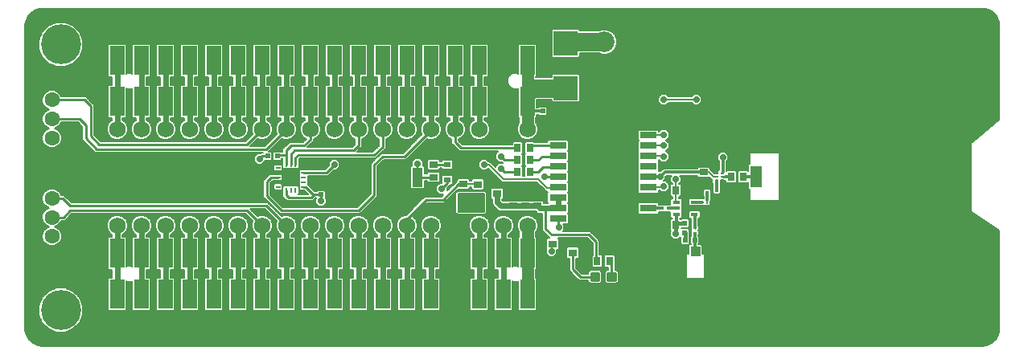
<source format=gtl>
G75*
%MOIN*%
%OFA0B0*%
%FSLAX25Y25*%
%IPPOS*%
%LPD*%
%AMOC8*
5,1,8,0,0,1.08239X$1,22.5*
%
%ADD10R,0.01969X0.00984*%
%ADD11R,0.00984X0.01969*%
%ADD12R,0.01969X0.01969*%
%ADD13R,0.03500X0.03100*%
%ADD14C,0.08600*%
%ADD15R,0.10000X0.10000*%
%ADD16C,0.06900*%
%ADD17R,0.06000X0.12000*%
%ADD18C,0.01181*%
%ADD19R,0.02756X0.03543*%
%ADD20R,0.03543X0.02756*%
%ADD21R,0.07087X0.02756*%
%ADD22R,0.07087X0.03150*%
%ADD23R,0.03937X0.04134*%
%ADD24R,0.04134X0.08661*%
%ADD25R,0.03150X0.02362*%
%ADD26R,0.04724X0.09055*%
%ADD27R,0.19685X0.25591*%
%ADD28C,0.06299*%
%ADD29R,0.03937X0.07874*%
%ADD30R,0.04331X0.11811*%
%ADD31R,0.03543X0.03150*%
%ADD32R,0.03150X0.01378*%
%ADD33R,0.01378X0.01673*%
%ADD34R,0.01772X0.00984*%
%ADD35R,0.00984X0.01378*%
%ADD36R,0.01378X0.00984*%
%ADD37C,0.00600*%
%ADD38C,0.02800*%
%ADD39C,0.16598*%
%ADD40C,0.05000*%
%ADD41C,0.01000*%
%ADD42C,0.02400*%
%ADD43C,0.00800*%
%ADD44C,0.07600*%
%ADD45C,0.01200*%
%ADD46C,0.01265*%
%ADD47C,0.01600*%
D10*
X0135595Y0125191D03*
X0135595Y0127159D03*
X0135595Y0129128D03*
X0135595Y0131096D03*
X0135595Y0133065D03*
X0146225Y0133065D03*
X0146225Y0131096D03*
X0146225Y0129128D03*
X0146225Y0127159D03*
X0146225Y0125191D03*
D11*
X0142879Y0123813D03*
X0140910Y0123813D03*
X0138942Y0123813D03*
X0138942Y0134443D03*
X0140910Y0134443D03*
X0142879Y0134443D03*
D12*
X0135253Y0137990D03*
X0131253Y0137990D03*
X0153430Y0121962D03*
X0157430Y0121962D03*
X0245245Y0156592D03*
X0249245Y0156592D03*
X0304122Y0110093D03*
X0304122Y0106093D03*
X0304322Y0102993D03*
X0308322Y0102993D03*
D13*
X0226422Y0122389D03*
X0218422Y0118589D03*
X0218422Y0126189D03*
D14*
X0270863Y0185293D03*
X0284642Y0185293D03*
D15*
X0254839Y0184673D03*
X0254839Y0166173D03*
D16*
X0238934Y0149128D03*
X0228934Y0149128D03*
X0218934Y0149128D03*
X0208934Y0149128D03*
X0198934Y0149128D03*
X0188934Y0149128D03*
X0178934Y0149128D03*
X0168934Y0149128D03*
X0158934Y0149128D03*
X0148934Y0149128D03*
X0138934Y0149128D03*
X0128934Y0149128D03*
X0118934Y0149128D03*
X0108934Y0149128D03*
X0098934Y0149128D03*
X0088934Y0149128D03*
X0078934Y0149128D03*
X0068934Y0149128D03*
X0068934Y0109128D03*
X0078934Y0109128D03*
X0088934Y0109128D03*
X0098934Y0109128D03*
X0108934Y0109128D03*
X0118934Y0109128D03*
X0128934Y0109128D03*
X0138934Y0109128D03*
X0148934Y0109128D03*
X0158934Y0109128D03*
X0168934Y0109128D03*
X0178934Y0109128D03*
X0188934Y0109128D03*
X0198934Y0109128D03*
X0208934Y0109128D03*
X0218934Y0109128D03*
X0228934Y0109128D03*
X0238934Y0109128D03*
D17*
X0238934Y0097628D03*
X0228934Y0097628D03*
X0218934Y0097628D03*
X0208934Y0097628D03*
X0198934Y0097628D03*
X0188934Y0097628D03*
X0178934Y0097628D03*
X0168934Y0097628D03*
X0158934Y0097628D03*
X0148934Y0097628D03*
X0138934Y0097628D03*
X0128934Y0097628D03*
X0118934Y0097628D03*
X0108934Y0097628D03*
X0098934Y0097628D03*
X0088934Y0097628D03*
X0078934Y0097628D03*
X0068934Y0097628D03*
X0068934Y0080628D03*
X0078934Y0080628D03*
X0088934Y0080628D03*
X0098934Y0080628D03*
X0108934Y0080628D03*
X0118934Y0080628D03*
X0128934Y0080628D03*
X0138934Y0080628D03*
X0148934Y0080628D03*
X0158934Y0080628D03*
X0168934Y0080628D03*
X0178934Y0080628D03*
X0188934Y0080628D03*
X0198934Y0080628D03*
X0208934Y0080628D03*
X0218934Y0080628D03*
X0228934Y0080628D03*
X0238934Y0080628D03*
X0238934Y0160628D03*
X0228934Y0160628D03*
X0218934Y0160628D03*
X0208934Y0160628D03*
X0198934Y0160628D03*
X0188934Y0160628D03*
X0178934Y0160628D03*
X0168934Y0160628D03*
X0158934Y0160628D03*
X0148934Y0160628D03*
X0138934Y0160628D03*
X0128934Y0160628D03*
X0118934Y0160628D03*
X0108934Y0160628D03*
X0098934Y0160628D03*
X0088934Y0160628D03*
X0078934Y0160628D03*
X0068934Y0160628D03*
X0068934Y0177628D03*
X0078934Y0177628D03*
X0088934Y0177628D03*
X0098934Y0177628D03*
X0108934Y0177628D03*
X0118934Y0177628D03*
X0128934Y0177628D03*
X0138934Y0177628D03*
X0148934Y0177628D03*
X0158934Y0177628D03*
X0168934Y0177628D03*
X0178934Y0177628D03*
X0188934Y0177628D03*
X0198934Y0177628D03*
X0208934Y0177628D03*
X0218934Y0177628D03*
X0228934Y0177628D03*
X0238934Y0177628D03*
D18*
X0268351Y0089171D02*
X0268351Y0086415D01*
X0265595Y0086415D01*
X0265595Y0089171D01*
X0268351Y0089171D01*
X0268351Y0087595D02*
X0265595Y0087595D01*
X0265595Y0088775D02*
X0268351Y0088775D01*
X0275257Y0089171D02*
X0275257Y0086415D01*
X0272501Y0086415D01*
X0272501Y0089171D01*
X0275257Y0089171D01*
X0275257Y0087595D02*
X0272501Y0087595D01*
X0272501Y0088775D02*
X0275257Y0088775D01*
D19*
X0272977Y0094293D03*
X0267859Y0094293D03*
X0295363Y0109293D03*
X0300481Y0109293D03*
X0300363Y0123793D03*
X0305481Y0123793D03*
X0323363Y0129293D03*
X0328481Y0129293D03*
X0239981Y0131289D03*
X0234863Y0131289D03*
X0234863Y0136297D03*
X0239981Y0136297D03*
X0239981Y0141297D03*
X0234863Y0141297D03*
D20*
X0212422Y0126348D03*
X0212422Y0121230D03*
X0200087Y0129210D03*
X0200087Y0134328D03*
X0232926Y0122352D03*
X0237922Y0122352D03*
X0242926Y0122352D03*
X0242926Y0117234D03*
X0237922Y0117234D03*
X0232926Y0117234D03*
X0311922Y0131234D03*
X0311922Y0136352D03*
D21*
X0289040Y0146557D03*
X0251638Y0146557D03*
X0251638Y0111911D03*
X0289040Y0111911D03*
D22*
X0289040Y0116242D03*
X0289040Y0120573D03*
X0289040Y0124903D03*
X0289040Y0129234D03*
X0289040Y0133565D03*
X0289040Y0137895D03*
X0289040Y0142226D03*
X0251638Y0142226D03*
X0251638Y0137895D03*
X0251638Y0133565D03*
X0251638Y0129234D03*
X0251638Y0124903D03*
X0251638Y0120573D03*
X0251638Y0116242D03*
D23*
X0308572Y0098311D03*
D24*
X0314379Y0092297D03*
X0302764Y0092297D03*
D25*
X0205757Y0128120D03*
X0205757Y0134419D03*
D26*
X0333808Y0129403D03*
D27*
X0341288Y0152041D03*
X0392863Y0152041D03*
X0392863Y0106765D03*
X0341288Y0106765D03*
D28*
X0041926Y0104655D03*
X0041926Y0096781D03*
X0041926Y0112529D03*
X0041926Y0120403D03*
X0041926Y0137600D03*
X0041926Y0145474D03*
X0041926Y0153348D03*
X0041926Y0161222D03*
D29*
X0193420Y0129128D03*
D30*
X0167042Y0129128D03*
D31*
X0249481Y0101533D03*
X0257749Y0097793D03*
X0249481Y0094053D03*
D32*
X0300682Y0113734D03*
X0300682Y0116293D03*
X0300682Y0118852D03*
X0308162Y0118852D03*
X0308162Y0116293D03*
X0308162Y0113734D03*
D33*
X0313453Y0122661D03*
X0315422Y0122661D03*
X0315422Y0124925D03*
X0313453Y0124925D03*
X0317390Y0123793D03*
D34*
X0317241Y0127718D03*
X0317241Y0129293D03*
X0317241Y0130868D03*
X0319603Y0130868D03*
X0319603Y0129293D03*
X0319603Y0127718D03*
D35*
X0313406Y0118843D03*
X0311438Y0118843D03*
X0296906Y0116293D03*
X0294938Y0116293D03*
D36*
X0308322Y0108177D03*
X0308322Y0106209D03*
D37*
X0036424Y0059335D02*
X0033910Y0060376D01*
X0031985Y0062300D01*
X0030944Y0064814D01*
X0030810Y0066175D01*
X0030810Y0192159D01*
X0030944Y0193520D01*
X0031985Y0196034D01*
X0033910Y0197958D01*
X0036424Y0198999D01*
X0037784Y0199133D01*
X0427548Y0199133D01*
X0428908Y0198999D01*
X0431422Y0197958D01*
X0433347Y0196034D01*
X0434388Y0193520D01*
X0434522Y0192159D01*
X0434522Y0191786D01*
X0434530Y0191778D01*
X0434530Y0153203D01*
X0423293Y0143839D01*
X0423246Y0143839D01*
X0423011Y0143604D01*
X0422756Y0143391D01*
X0422752Y0143345D01*
X0422719Y0143311D01*
X0422719Y0142979D01*
X0422689Y0142649D01*
X0422719Y0142613D01*
X0422719Y0115652D01*
X0422663Y0115569D01*
X0422719Y0115290D01*
X0422719Y0115007D01*
X0422790Y0114936D01*
X0422809Y0114838D01*
X0423045Y0114680D01*
X0423246Y0114480D01*
X0423346Y0114480D01*
X0434530Y0107024D01*
X0434530Y0066556D01*
X0434522Y0066548D01*
X0434522Y0066175D01*
X0434388Y0064814D01*
X0433347Y0062300D01*
X0431422Y0060376D01*
X0428908Y0059335D01*
X0427548Y0059201D01*
X0037784Y0059201D01*
X0036424Y0059335D01*
X0036049Y0059490D02*
X0429283Y0059490D01*
X0430728Y0060089D02*
X0034604Y0060089D01*
X0033599Y0060687D02*
X0431733Y0060687D01*
X0432332Y0061286D02*
X0033000Y0061286D01*
X0032402Y0061884D02*
X0432930Y0061884D01*
X0433422Y0062483D02*
X0031910Y0062483D01*
X0031662Y0063081D02*
X0433670Y0063081D01*
X0433918Y0063680D02*
X0031414Y0063680D01*
X0031166Y0064278D02*
X0434166Y0064278D01*
X0434394Y0064877D02*
X0047580Y0064877D01*
X0047496Y0064842D02*
X0050877Y0066242D01*
X0053465Y0068830D01*
X0054865Y0072211D01*
X0054865Y0075871D01*
X0053465Y0079252D01*
X0050877Y0081840D01*
X0047496Y0083240D01*
X0043836Y0083240D01*
X0040455Y0081840D01*
X0037867Y0079252D01*
X0036467Y0075871D01*
X0036467Y0072211D01*
X0037867Y0068830D01*
X0040455Y0066242D01*
X0043836Y0064842D01*
X0047496Y0064842D01*
X0049025Y0065475D02*
X0434453Y0065475D01*
X0434512Y0066074D02*
X0050470Y0066074D01*
X0051307Y0066672D02*
X0434530Y0066672D01*
X0434530Y0067271D02*
X0051905Y0067271D01*
X0052504Y0067869D02*
X0434530Y0067869D01*
X0434530Y0068468D02*
X0053102Y0068468D01*
X0053563Y0069066D02*
X0434530Y0069066D01*
X0434530Y0069665D02*
X0053810Y0069665D01*
X0054058Y0070263D02*
X0434530Y0070263D01*
X0434530Y0070862D02*
X0054306Y0070862D01*
X0054554Y0071460D02*
X0434530Y0071460D01*
X0434530Y0072059D02*
X0054802Y0072059D01*
X0054865Y0072657D02*
X0434530Y0072657D01*
X0434530Y0073256D02*
X0054865Y0073256D01*
X0054865Y0073854D02*
X0065434Y0073854D01*
X0065561Y0073728D02*
X0072307Y0073728D01*
X0072834Y0074255D01*
X0072834Y0086052D01*
X0073285Y0085865D01*
X0074583Y0085865D01*
X0075034Y0086052D01*
X0075034Y0074255D01*
X0075561Y0073728D01*
X0082307Y0073728D01*
X0082834Y0074255D01*
X0082834Y0087000D01*
X0082307Y0087528D01*
X0081034Y0087528D01*
X0081034Y0090728D01*
X0082307Y0090728D01*
X0082834Y0091255D01*
X0082834Y0104000D01*
X0082307Y0104528D01*
X0081034Y0104528D01*
X0081034Y0105289D01*
X0081398Y0105440D01*
X0082621Y0106664D01*
X0083284Y0108262D01*
X0083284Y0109993D01*
X0082621Y0111592D01*
X0081398Y0112815D01*
X0079799Y0113478D01*
X0078068Y0113478D01*
X0076470Y0112815D01*
X0075246Y0111592D01*
X0074584Y0109993D01*
X0074584Y0108262D01*
X0075246Y0106664D01*
X0076470Y0105440D01*
X0076834Y0105289D01*
X0076834Y0104528D01*
X0075561Y0104528D01*
X0075034Y0104000D01*
X0075034Y0092203D01*
X0074583Y0092390D01*
X0073285Y0092390D01*
X0072834Y0092203D01*
X0072834Y0104000D01*
X0072307Y0104528D01*
X0071034Y0104528D01*
X0071034Y0105289D01*
X0071398Y0105440D01*
X0072621Y0106664D01*
X0073284Y0108262D01*
X0073284Y0109993D01*
X0072621Y0111592D01*
X0071398Y0112815D01*
X0069799Y0113478D01*
X0068068Y0113478D01*
X0066470Y0112815D01*
X0065246Y0111592D01*
X0064584Y0109993D01*
X0064584Y0108262D01*
X0065246Y0106664D01*
X0066470Y0105440D01*
X0066834Y0105289D01*
X0066834Y0104528D01*
X0065561Y0104528D01*
X0065034Y0104000D01*
X0065034Y0091255D01*
X0065561Y0090728D01*
X0066834Y0090728D01*
X0066834Y0087528D01*
X0065561Y0087528D01*
X0065034Y0087000D01*
X0065034Y0074255D01*
X0065561Y0073728D01*
X0065034Y0074453D02*
X0054865Y0074453D01*
X0054865Y0075051D02*
X0065034Y0075051D01*
X0065034Y0075650D02*
X0054865Y0075650D01*
X0054709Y0076248D02*
X0065034Y0076248D01*
X0065034Y0076847D02*
X0054461Y0076847D01*
X0054213Y0077445D02*
X0065034Y0077445D01*
X0065034Y0078044D02*
X0053965Y0078044D01*
X0053717Y0078642D02*
X0065034Y0078642D01*
X0065034Y0079241D02*
X0053469Y0079241D01*
X0052877Y0079839D02*
X0065034Y0079839D01*
X0065034Y0080438D02*
X0052279Y0080438D01*
X0051680Y0081036D02*
X0065034Y0081036D01*
X0065034Y0081635D02*
X0051082Y0081635D01*
X0049926Y0082233D02*
X0065034Y0082233D01*
X0065034Y0082832D02*
X0048481Y0082832D01*
X0042851Y0082832D02*
X0030810Y0082832D01*
X0030810Y0083430D02*
X0065034Y0083430D01*
X0065034Y0084029D02*
X0030810Y0084029D01*
X0030810Y0084627D02*
X0065034Y0084627D01*
X0065034Y0085226D02*
X0030810Y0085226D01*
X0030810Y0085825D02*
X0065034Y0085825D01*
X0065034Y0086423D02*
X0030810Y0086423D01*
X0030810Y0087022D02*
X0065055Y0087022D01*
X0066834Y0087620D02*
X0030810Y0087620D01*
X0030810Y0088219D02*
X0066834Y0088219D01*
X0066834Y0088817D02*
X0030810Y0088817D01*
X0030810Y0089416D02*
X0066834Y0089416D01*
X0066834Y0090014D02*
X0030810Y0090014D01*
X0030810Y0090613D02*
X0066834Y0090613D01*
X0065077Y0091211D02*
X0030810Y0091211D01*
X0030810Y0091810D02*
X0065034Y0091810D01*
X0065034Y0092408D02*
X0030810Y0092408D01*
X0030810Y0093007D02*
X0065034Y0093007D01*
X0065034Y0093605D02*
X0030810Y0093605D01*
X0030810Y0094204D02*
X0065034Y0094204D01*
X0065034Y0094802D02*
X0030810Y0094802D01*
X0030810Y0095401D02*
X0065034Y0095401D01*
X0065034Y0095999D02*
X0030810Y0095999D01*
X0030810Y0096598D02*
X0065034Y0096598D01*
X0065034Y0097196D02*
X0030810Y0097196D01*
X0030810Y0097795D02*
X0065034Y0097795D01*
X0065034Y0098393D02*
X0030810Y0098393D01*
X0030810Y0098992D02*
X0065034Y0098992D01*
X0065034Y0099590D02*
X0030810Y0099590D01*
X0030810Y0100189D02*
X0065034Y0100189D01*
X0065034Y0100787D02*
X0043170Y0100787D01*
X0042731Y0100606D02*
X0044220Y0101222D01*
X0045359Y0102361D01*
X0045975Y0103850D01*
X0045975Y0105461D01*
X0045359Y0106949D01*
X0044220Y0108088D01*
X0043003Y0108592D01*
X0044220Y0109096D01*
X0045359Y0110235D01*
X0045729Y0111129D01*
X0047238Y0111129D01*
X0050002Y0113893D01*
X0122188Y0113893D01*
X0125024Y0111057D01*
X0124584Y0109993D01*
X0124584Y0108262D01*
X0125246Y0106664D01*
X0126470Y0105440D01*
X0126834Y0105289D01*
X0126834Y0104528D01*
X0125561Y0104528D01*
X0125034Y0104000D01*
X0125034Y0091255D01*
X0125561Y0090728D01*
X0126834Y0090728D01*
X0126834Y0087528D01*
X0125561Y0087528D01*
X0125034Y0087000D01*
X0125034Y0074255D01*
X0125561Y0073728D01*
X0132307Y0073728D01*
X0132834Y0074255D01*
X0132834Y0087000D01*
X0132307Y0087528D01*
X0131034Y0087528D01*
X0131034Y0090728D01*
X0132307Y0090728D01*
X0132834Y0091255D01*
X0132834Y0104000D01*
X0132307Y0104528D01*
X0131034Y0104528D01*
X0131034Y0105289D01*
X0131398Y0105440D01*
X0132621Y0106664D01*
X0133284Y0108262D01*
X0133284Y0109993D01*
X0132621Y0111592D01*
X0131398Y0112815D01*
X0129799Y0113478D01*
X0128068Y0113478D01*
X0127004Y0113037D01*
X0124148Y0115893D01*
X0130188Y0115893D01*
X0135024Y0111057D01*
X0134584Y0109993D01*
X0134584Y0108262D01*
X0135246Y0106664D01*
X0136470Y0105440D01*
X0136834Y0105289D01*
X0136834Y0104528D01*
X0135561Y0104528D01*
X0135034Y0104000D01*
X0135034Y0091255D01*
X0135561Y0090728D01*
X0136834Y0090728D01*
X0136834Y0087528D01*
X0135561Y0087528D01*
X0135034Y0087000D01*
X0135034Y0074255D01*
X0135561Y0073728D01*
X0142307Y0073728D01*
X0142834Y0074255D01*
X0142834Y0087000D01*
X0142307Y0087528D01*
X0141034Y0087528D01*
X0141034Y0090728D01*
X0142307Y0090728D01*
X0142834Y0091255D01*
X0142834Y0104000D01*
X0142307Y0104528D01*
X0141034Y0104528D01*
X0141034Y0105289D01*
X0141398Y0105440D01*
X0142621Y0106664D01*
X0143284Y0108262D01*
X0143284Y0109993D01*
X0142621Y0111592D01*
X0141398Y0112815D01*
X0139799Y0113478D01*
X0138068Y0113478D01*
X0137004Y0113037D01*
X0131348Y0118693D01*
X0050002Y0118693D01*
X0046892Y0121803D01*
X0045729Y0121803D01*
X0045359Y0122697D01*
X0044220Y0123836D01*
X0042731Y0124453D01*
X0041120Y0124453D01*
X0039632Y0123836D01*
X0038493Y0122697D01*
X0037876Y0121209D01*
X0037876Y0119598D01*
X0038493Y0118109D01*
X0039632Y0116970D01*
X0040849Y0116466D01*
X0039632Y0115962D01*
X0038493Y0114823D01*
X0037876Y0113335D01*
X0037876Y0111724D01*
X0038493Y0110235D01*
X0039632Y0109096D01*
X0040849Y0108592D01*
X0039632Y0108088D01*
X0038493Y0106949D01*
X0037876Y0105461D01*
X0037876Y0103850D01*
X0038493Y0102361D01*
X0039632Y0101222D01*
X0041120Y0100606D01*
X0042731Y0100606D01*
X0044383Y0101386D02*
X0065034Y0101386D01*
X0065034Y0101984D02*
X0044982Y0101984D01*
X0045451Y0102583D02*
X0065034Y0102583D01*
X0065034Y0103181D02*
X0045699Y0103181D01*
X0045947Y0103780D02*
X0065034Y0103780D01*
X0065412Y0104378D02*
X0045975Y0104378D01*
X0045975Y0104977D02*
X0066834Y0104977D01*
X0066334Y0105575D02*
X0045928Y0105575D01*
X0045680Y0106174D02*
X0065736Y0106174D01*
X0065201Y0106772D02*
X0045432Y0106772D01*
X0044937Y0107371D02*
X0064953Y0107371D01*
X0064705Y0107969D02*
X0044339Y0107969D01*
X0044290Y0109166D02*
X0064584Y0109166D01*
X0064584Y0108568D02*
X0043062Y0108568D01*
X0044889Y0109765D02*
X0064584Y0109765D01*
X0064737Y0110363D02*
X0045412Y0110363D01*
X0045660Y0110962D02*
X0064985Y0110962D01*
X0065233Y0111560D02*
X0047669Y0111560D01*
X0048268Y0112159D02*
X0065813Y0112159D01*
X0066412Y0112758D02*
X0048866Y0112758D01*
X0049465Y0113356D02*
X0067775Y0113356D01*
X0070093Y0113356D02*
X0077775Y0113356D01*
X0076412Y0112758D02*
X0071456Y0112758D01*
X0072054Y0112159D02*
X0075813Y0112159D01*
X0075233Y0111560D02*
X0072634Y0111560D01*
X0072882Y0110962D02*
X0074985Y0110962D01*
X0074737Y0110363D02*
X0073130Y0110363D01*
X0073284Y0109765D02*
X0074584Y0109765D01*
X0074584Y0109166D02*
X0073284Y0109166D01*
X0073284Y0108568D02*
X0074584Y0108568D01*
X0074705Y0107969D02*
X0073162Y0107969D01*
X0072914Y0107371D02*
X0074953Y0107371D01*
X0075201Y0106772D02*
X0072667Y0106772D01*
X0072132Y0106174D02*
X0075736Y0106174D01*
X0076334Y0105575D02*
X0071533Y0105575D01*
X0071034Y0104977D02*
X0076834Y0104977D01*
X0075412Y0104378D02*
X0072456Y0104378D01*
X0072834Y0103780D02*
X0075034Y0103780D01*
X0075034Y0103181D02*
X0072834Y0103181D01*
X0072834Y0102583D02*
X0075034Y0102583D01*
X0075034Y0101984D02*
X0072834Y0101984D01*
X0072834Y0101386D02*
X0075034Y0101386D01*
X0075034Y0100787D02*
X0072834Y0100787D01*
X0072834Y0100189D02*
X0075034Y0100189D01*
X0075034Y0099590D02*
X0072834Y0099590D01*
X0072834Y0098992D02*
X0075034Y0098992D01*
X0075034Y0098393D02*
X0072834Y0098393D01*
X0072834Y0097795D02*
X0075034Y0097795D01*
X0075034Y0097196D02*
X0072834Y0097196D01*
X0072834Y0096598D02*
X0075034Y0096598D01*
X0075034Y0095999D02*
X0072834Y0095999D01*
X0072834Y0095401D02*
X0075034Y0095401D01*
X0075034Y0094802D02*
X0072834Y0094802D01*
X0072834Y0094204D02*
X0075034Y0094204D01*
X0075034Y0093605D02*
X0072834Y0093605D01*
X0072834Y0093007D02*
X0075034Y0093007D01*
X0075034Y0092408D02*
X0072834Y0092408D01*
X0072834Y0085825D02*
X0075034Y0085825D01*
X0075034Y0085226D02*
X0072834Y0085226D01*
X0072834Y0084627D02*
X0075034Y0084627D01*
X0075034Y0084029D02*
X0072834Y0084029D01*
X0072834Y0083430D02*
X0075034Y0083430D01*
X0075034Y0082832D02*
X0072834Y0082832D01*
X0072834Y0082233D02*
X0075034Y0082233D01*
X0075034Y0081635D02*
X0072834Y0081635D01*
X0072834Y0081036D02*
X0075034Y0081036D01*
X0075034Y0080438D02*
X0072834Y0080438D01*
X0072834Y0079839D02*
X0075034Y0079839D01*
X0075034Y0079241D02*
X0072834Y0079241D01*
X0072834Y0078642D02*
X0075034Y0078642D01*
X0075034Y0078044D02*
X0072834Y0078044D01*
X0072834Y0077445D02*
X0075034Y0077445D01*
X0075034Y0076847D02*
X0072834Y0076847D01*
X0072834Y0076248D02*
X0075034Y0076248D01*
X0075034Y0075650D02*
X0072834Y0075650D01*
X0072834Y0075051D02*
X0075034Y0075051D01*
X0075034Y0074453D02*
X0072834Y0074453D01*
X0072433Y0073854D02*
X0075434Y0073854D01*
X0082433Y0073854D02*
X0085434Y0073854D01*
X0085561Y0073728D02*
X0092307Y0073728D01*
X0092834Y0074255D01*
X0092834Y0087000D01*
X0092307Y0087528D01*
X0091034Y0087528D01*
X0091034Y0090728D01*
X0092307Y0090728D01*
X0092834Y0091255D01*
X0092834Y0104000D01*
X0092307Y0104528D01*
X0091034Y0104528D01*
X0091034Y0105289D01*
X0091398Y0105440D01*
X0092621Y0106664D01*
X0093284Y0108262D01*
X0093284Y0109993D01*
X0092621Y0111592D01*
X0091398Y0112815D01*
X0089799Y0113478D01*
X0088068Y0113478D01*
X0086470Y0112815D01*
X0085246Y0111592D01*
X0084584Y0109993D01*
X0084584Y0108262D01*
X0085246Y0106664D01*
X0086470Y0105440D01*
X0086834Y0105289D01*
X0086834Y0104528D01*
X0085561Y0104528D01*
X0085034Y0104000D01*
X0085034Y0091255D01*
X0085561Y0090728D01*
X0086834Y0090728D01*
X0086834Y0087528D01*
X0085561Y0087528D01*
X0085034Y0087000D01*
X0085034Y0074255D01*
X0085561Y0073728D01*
X0085034Y0074453D02*
X0082834Y0074453D01*
X0082834Y0075051D02*
X0085034Y0075051D01*
X0085034Y0075650D02*
X0082834Y0075650D01*
X0082834Y0076248D02*
X0085034Y0076248D01*
X0085034Y0076847D02*
X0082834Y0076847D01*
X0082834Y0077445D02*
X0085034Y0077445D01*
X0085034Y0078044D02*
X0082834Y0078044D01*
X0082834Y0078642D02*
X0085034Y0078642D01*
X0085034Y0079241D02*
X0082834Y0079241D01*
X0082834Y0079839D02*
X0085034Y0079839D01*
X0085034Y0080438D02*
X0082834Y0080438D01*
X0082834Y0081036D02*
X0085034Y0081036D01*
X0085034Y0081635D02*
X0082834Y0081635D01*
X0082834Y0082233D02*
X0085034Y0082233D01*
X0085034Y0082832D02*
X0082834Y0082832D01*
X0082834Y0083430D02*
X0085034Y0083430D01*
X0085034Y0084029D02*
X0082834Y0084029D01*
X0082834Y0084627D02*
X0085034Y0084627D01*
X0085034Y0085226D02*
X0082834Y0085226D01*
X0082834Y0085825D02*
X0085034Y0085825D01*
X0085034Y0086423D02*
X0082834Y0086423D01*
X0082813Y0087022D02*
X0085055Y0087022D01*
X0086834Y0087620D02*
X0081034Y0087620D01*
X0081034Y0088219D02*
X0086834Y0088219D01*
X0086834Y0088817D02*
X0081034Y0088817D01*
X0081034Y0089416D02*
X0086834Y0089416D01*
X0086834Y0090014D02*
X0081034Y0090014D01*
X0081034Y0090613D02*
X0086834Y0090613D01*
X0085077Y0091211D02*
X0082790Y0091211D01*
X0082834Y0091810D02*
X0085034Y0091810D01*
X0085034Y0092408D02*
X0082834Y0092408D01*
X0082834Y0093007D02*
X0085034Y0093007D01*
X0085034Y0093605D02*
X0082834Y0093605D01*
X0082834Y0094204D02*
X0085034Y0094204D01*
X0085034Y0094802D02*
X0082834Y0094802D01*
X0082834Y0095401D02*
X0085034Y0095401D01*
X0085034Y0095999D02*
X0082834Y0095999D01*
X0082834Y0096598D02*
X0085034Y0096598D01*
X0085034Y0097196D02*
X0082834Y0097196D01*
X0082834Y0097795D02*
X0085034Y0097795D01*
X0085034Y0098393D02*
X0082834Y0098393D01*
X0082834Y0098992D02*
X0085034Y0098992D01*
X0085034Y0099590D02*
X0082834Y0099590D01*
X0082834Y0100189D02*
X0085034Y0100189D01*
X0085034Y0100787D02*
X0082834Y0100787D01*
X0082834Y0101386D02*
X0085034Y0101386D01*
X0085034Y0101984D02*
X0082834Y0101984D01*
X0082834Y0102583D02*
X0085034Y0102583D01*
X0085034Y0103181D02*
X0082834Y0103181D01*
X0082834Y0103780D02*
X0085034Y0103780D01*
X0085412Y0104378D02*
X0082456Y0104378D01*
X0081533Y0105575D02*
X0086334Y0105575D01*
X0086834Y0104977D02*
X0081034Y0104977D01*
X0082132Y0106174D02*
X0085736Y0106174D01*
X0085201Y0106772D02*
X0082667Y0106772D01*
X0082914Y0107371D02*
X0084953Y0107371D01*
X0084705Y0107969D02*
X0083162Y0107969D01*
X0083284Y0108568D02*
X0084584Y0108568D01*
X0084584Y0109166D02*
X0083284Y0109166D01*
X0083284Y0109765D02*
X0084584Y0109765D01*
X0084737Y0110363D02*
X0083130Y0110363D01*
X0082882Y0110962D02*
X0084985Y0110962D01*
X0085233Y0111560D02*
X0082634Y0111560D01*
X0082054Y0112159D02*
X0085813Y0112159D01*
X0086412Y0112758D02*
X0081456Y0112758D01*
X0080093Y0113356D02*
X0087775Y0113356D01*
X0090093Y0113356D02*
X0097775Y0113356D01*
X0098068Y0113478D02*
X0096470Y0112815D01*
X0095246Y0111592D01*
X0094584Y0109993D01*
X0094584Y0108262D01*
X0095246Y0106664D01*
X0096470Y0105440D01*
X0096834Y0105289D01*
X0096834Y0104528D01*
X0095561Y0104528D01*
X0095034Y0104000D01*
X0095034Y0091255D01*
X0095561Y0090728D01*
X0096834Y0090728D01*
X0096834Y0087528D01*
X0095561Y0087528D01*
X0095034Y0087000D01*
X0095034Y0074255D01*
X0095561Y0073728D01*
X0102307Y0073728D01*
X0102834Y0074255D01*
X0102834Y0087000D01*
X0102307Y0087528D01*
X0101034Y0087528D01*
X0101034Y0090728D01*
X0102307Y0090728D01*
X0102834Y0091255D01*
X0102834Y0104000D01*
X0102307Y0104528D01*
X0101034Y0104528D01*
X0101034Y0105289D01*
X0101398Y0105440D01*
X0102621Y0106664D01*
X0103284Y0108262D01*
X0103284Y0109993D01*
X0102621Y0111592D01*
X0101398Y0112815D01*
X0099799Y0113478D01*
X0098068Y0113478D01*
X0096412Y0112758D02*
X0091456Y0112758D01*
X0092054Y0112159D02*
X0095813Y0112159D01*
X0095233Y0111560D02*
X0092634Y0111560D01*
X0092882Y0110962D02*
X0094985Y0110962D01*
X0094737Y0110363D02*
X0093130Y0110363D01*
X0093284Y0109765D02*
X0094584Y0109765D01*
X0094584Y0109166D02*
X0093284Y0109166D01*
X0093284Y0108568D02*
X0094584Y0108568D01*
X0094705Y0107969D02*
X0093162Y0107969D01*
X0092914Y0107371D02*
X0094953Y0107371D01*
X0095201Y0106772D02*
X0092667Y0106772D01*
X0092132Y0106174D02*
X0095736Y0106174D01*
X0096334Y0105575D02*
X0091533Y0105575D01*
X0091034Y0104977D02*
X0096834Y0104977D01*
X0095412Y0104378D02*
X0092456Y0104378D01*
X0092834Y0103780D02*
X0095034Y0103780D01*
X0095034Y0103181D02*
X0092834Y0103181D01*
X0092834Y0102583D02*
X0095034Y0102583D01*
X0095034Y0101984D02*
X0092834Y0101984D01*
X0092834Y0101386D02*
X0095034Y0101386D01*
X0095034Y0100787D02*
X0092834Y0100787D01*
X0092834Y0100189D02*
X0095034Y0100189D01*
X0095034Y0099590D02*
X0092834Y0099590D01*
X0092834Y0098992D02*
X0095034Y0098992D01*
X0095034Y0098393D02*
X0092834Y0098393D01*
X0092834Y0097795D02*
X0095034Y0097795D01*
X0095034Y0097196D02*
X0092834Y0097196D01*
X0092834Y0096598D02*
X0095034Y0096598D01*
X0095034Y0095999D02*
X0092834Y0095999D01*
X0092834Y0095401D02*
X0095034Y0095401D01*
X0095034Y0094802D02*
X0092834Y0094802D01*
X0092834Y0094204D02*
X0095034Y0094204D01*
X0095034Y0093605D02*
X0092834Y0093605D01*
X0092834Y0093007D02*
X0095034Y0093007D01*
X0095034Y0092408D02*
X0092834Y0092408D01*
X0092834Y0091810D02*
X0095034Y0091810D01*
X0095077Y0091211D02*
X0092790Y0091211D01*
X0091034Y0090613D02*
X0096834Y0090613D01*
X0096834Y0090014D02*
X0091034Y0090014D01*
X0091034Y0089416D02*
X0096834Y0089416D01*
X0096834Y0088817D02*
X0091034Y0088817D01*
X0091034Y0088219D02*
X0096834Y0088219D01*
X0096834Y0087620D02*
X0091034Y0087620D01*
X0092813Y0087022D02*
X0095055Y0087022D01*
X0095034Y0086423D02*
X0092834Y0086423D01*
X0092834Y0085825D02*
X0095034Y0085825D01*
X0095034Y0085226D02*
X0092834Y0085226D01*
X0092834Y0084627D02*
X0095034Y0084627D01*
X0095034Y0084029D02*
X0092834Y0084029D01*
X0092834Y0083430D02*
X0095034Y0083430D01*
X0095034Y0082832D02*
X0092834Y0082832D01*
X0092834Y0082233D02*
X0095034Y0082233D01*
X0095034Y0081635D02*
X0092834Y0081635D01*
X0092834Y0081036D02*
X0095034Y0081036D01*
X0095034Y0080438D02*
X0092834Y0080438D01*
X0092834Y0079839D02*
X0095034Y0079839D01*
X0095034Y0079241D02*
X0092834Y0079241D01*
X0092834Y0078642D02*
X0095034Y0078642D01*
X0095034Y0078044D02*
X0092834Y0078044D01*
X0092834Y0077445D02*
X0095034Y0077445D01*
X0095034Y0076847D02*
X0092834Y0076847D01*
X0092834Y0076248D02*
X0095034Y0076248D01*
X0095034Y0075650D02*
X0092834Y0075650D01*
X0092834Y0075051D02*
X0095034Y0075051D01*
X0095034Y0074453D02*
X0092834Y0074453D01*
X0092433Y0073854D02*
X0095434Y0073854D01*
X0102433Y0073854D02*
X0105434Y0073854D01*
X0105561Y0073728D02*
X0112307Y0073728D01*
X0112834Y0074255D01*
X0112834Y0087000D01*
X0112307Y0087528D01*
X0111034Y0087528D01*
X0111034Y0090728D01*
X0112307Y0090728D01*
X0112834Y0091255D01*
X0112834Y0104000D01*
X0112307Y0104528D01*
X0111034Y0104528D01*
X0111034Y0105289D01*
X0111398Y0105440D01*
X0112621Y0106664D01*
X0113284Y0108262D01*
X0113284Y0109993D01*
X0112621Y0111592D01*
X0111398Y0112815D01*
X0109799Y0113478D01*
X0108068Y0113478D01*
X0106470Y0112815D01*
X0105246Y0111592D01*
X0104584Y0109993D01*
X0104584Y0108262D01*
X0105246Y0106664D01*
X0106470Y0105440D01*
X0106834Y0105289D01*
X0106834Y0104528D01*
X0105561Y0104528D01*
X0105034Y0104000D01*
X0105034Y0091255D01*
X0105561Y0090728D01*
X0106834Y0090728D01*
X0106834Y0087528D01*
X0105561Y0087528D01*
X0105034Y0087000D01*
X0105034Y0074255D01*
X0105561Y0073728D01*
X0105034Y0074453D02*
X0102834Y0074453D01*
X0102834Y0075051D02*
X0105034Y0075051D01*
X0105034Y0075650D02*
X0102834Y0075650D01*
X0102834Y0076248D02*
X0105034Y0076248D01*
X0105034Y0076847D02*
X0102834Y0076847D01*
X0102834Y0077445D02*
X0105034Y0077445D01*
X0105034Y0078044D02*
X0102834Y0078044D01*
X0102834Y0078642D02*
X0105034Y0078642D01*
X0105034Y0079241D02*
X0102834Y0079241D01*
X0102834Y0079839D02*
X0105034Y0079839D01*
X0105034Y0080438D02*
X0102834Y0080438D01*
X0102834Y0081036D02*
X0105034Y0081036D01*
X0105034Y0081635D02*
X0102834Y0081635D01*
X0102834Y0082233D02*
X0105034Y0082233D01*
X0105034Y0082832D02*
X0102834Y0082832D01*
X0102834Y0083430D02*
X0105034Y0083430D01*
X0105034Y0084029D02*
X0102834Y0084029D01*
X0102834Y0084627D02*
X0105034Y0084627D01*
X0105034Y0085226D02*
X0102834Y0085226D01*
X0102834Y0085825D02*
X0105034Y0085825D01*
X0105034Y0086423D02*
X0102834Y0086423D01*
X0102813Y0087022D02*
X0105055Y0087022D01*
X0106834Y0087620D02*
X0101034Y0087620D01*
X0101034Y0088219D02*
X0106834Y0088219D01*
X0106834Y0088817D02*
X0101034Y0088817D01*
X0101034Y0089416D02*
X0106834Y0089416D01*
X0106834Y0090014D02*
X0101034Y0090014D01*
X0101034Y0090613D02*
X0106834Y0090613D01*
X0105077Y0091211D02*
X0102790Y0091211D01*
X0102834Y0091810D02*
X0105034Y0091810D01*
X0105034Y0092408D02*
X0102834Y0092408D01*
X0102834Y0093007D02*
X0105034Y0093007D01*
X0105034Y0093605D02*
X0102834Y0093605D01*
X0102834Y0094204D02*
X0105034Y0094204D01*
X0105034Y0094802D02*
X0102834Y0094802D01*
X0102834Y0095401D02*
X0105034Y0095401D01*
X0105034Y0095999D02*
X0102834Y0095999D01*
X0102834Y0096598D02*
X0105034Y0096598D01*
X0105034Y0097196D02*
X0102834Y0097196D01*
X0102834Y0097795D02*
X0105034Y0097795D01*
X0105034Y0098393D02*
X0102834Y0098393D01*
X0102834Y0098992D02*
X0105034Y0098992D01*
X0105034Y0099590D02*
X0102834Y0099590D01*
X0102834Y0100189D02*
X0105034Y0100189D01*
X0105034Y0100787D02*
X0102834Y0100787D01*
X0102834Y0101386D02*
X0105034Y0101386D01*
X0105034Y0101984D02*
X0102834Y0101984D01*
X0102834Y0102583D02*
X0105034Y0102583D01*
X0105034Y0103181D02*
X0102834Y0103181D01*
X0102834Y0103780D02*
X0105034Y0103780D01*
X0105412Y0104378D02*
X0102456Y0104378D01*
X0101533Y0105575D02*
X0106334Y0105575D01*
X0106834Y0104977D02*
X0101034Y0104977D01*
X0102132Y0106174D02*
X0105736Y0106174D01*
X0105201Y0106772D02*
X0102667Y0106772D01*
X0102914Y0107371D02*
X0104953Y0107371D01*
X0104705Y0107969D02*
X0103162Y0107969D01*
X0103284Y0108568D02*
X0104584Y0108568D01*
X0104584Y0109166D02*
X0103284Y0109166D01*
X0103284Y0109765D02*
X0104584Y0109765D01*
X0104737Y0110363D02*
X0103130Y0110363D01*
X0102882Y0110962D02*
X0104985Y0110962D01*
X0105233Y0111560D02*
X0102634Y0111560D01*
X0102054Y0112159D02*
X0105813Y0112159D01*
X0106412Y0112758D02*
X0101456Y0112758D01*
X0100093Y0113356D02*
X0107775Y0113356D01*
X0110093Y0113356D02*
X0117775Y0113356D01*
X0118068Y0113478D02*
X0116470Y0112815D01*
X0115246Y0111592D01*
X0114584Y0109993D01*
X0114584Y0108262D01*
X0115246Y0106664D01*
X0116470Y0105440D01*
X0116834Y0105289D01*
X0116834Y0104528D01*
X0115561Y0104528D01*
X0115034Y0104000D01*
X0115034Y0091255D01*
X0115561Y0090728D01*
X0116834Y0090728D01*
X0116834Y0087528D01*
X0115561Y0087528D01*
X0115034Y0087000D01*
X0115034Y0074255D01*
X0115561Y0073728D01*
X0122307Y0073728D01*
X0122834Y0074255D01*
X0122834Y0087000D01*
X0122307Y0087528D01*
X0121034Y0087528D01*
X0121034Y0090728D01*
X0122307Y0090728D01*
X0122834Y0091255D01*
X0122834Y0104000D01*
X0122307Y0104528D01*
X0121034Y0104528D01*
X0121034Y0105289D01*
X0121398Y0105440D01*
X0122621Y0106664D01*
X0123284Y0108262D01*
X0123284Y0109993D01*
X0122621Y0111592D01*
X0121398Y0112815D01*
X0119799Y0113478D01*
X0118068Y0113478D01*
X0116412Y0112758D02*
X0111456Y0112758D01*
X0112054Y0112159D02*
X0115813Y0112159D01*
X0115233Y0111560D02*
X0112634Y0111560D01*
X0112882Y0110962D02*
X0114985Y0110962D01*
X0114737Y0110363D02*
X0113130Y0110363D01*
X0113284Y0109765D02*
X0114584Y0109765D01*
X0114584Y0109166D02*
X0113284Y0109166D01*
X0113284Y0108568D02*
X0114584Y0108568D01*
X0114705Y0107969D02*
X0113162Y0107969D01*
X0112914Y0107371D02*
X0114953Y0107371D01*
X0115201Y0106772D02*
X0112667Y0106772D01*
X0112132Y0106174D02*
X0115736Y0106174D01*
X0116334Y0105575D02*
X0111533Y0105575D01*
X0111034Y0104977D02*
X0116834Y0104977D01*
X0115412Y0104378D02*
X0112456Y0104378D01*
X0112834Y0103780D02*
X0115034Y0103780D01*
X0115034Y0103181D02*
X0112834Y0103181D01*
X0112834Y0102583D02*
X0115034Y0102583D01*
X0115034Y0101984D02*
X0112834Y0101984D01*
X0112834Y0101386D02*
X0115034Y0101386D01*
X0115034Y0100787D02*
X0112834Y0100787D01*
X0112834Y0100189D02*
X0115034Y0100189D01*
X0115034Y0099590D02*
X0112834Y0099590D01*
X0112834Y0098992D02*
X0115034Y0098992D01*
X0115034Y0098393D02*
X0112834Y0098393D01*
X0112834Y0097795D02*
X0115034Y0097795D01*
X0115034Y0097196D02*
X0112834Y0097196D01*
X0112834Y0096598D02*
X0115034Y0096598D01*
X0115034Y0095999D02*
X0112834Y0095999D01*
X0112834Y0095401D02*
X0115034Y0095401D01*
X0115034Y0094802D02*
X0112834Y0094802D01*
X0112834Y0094204D02*
X0115034Y0094204D01*
X0115034Y0093605D02*
X0112834Y0093605D01*
X0112834Y0093007D02*
X0115034Y0093007D01*
X0115034Y0092408D02*
X0112834Y0092408D01*
X0112834Y0091810D02*
X0115034Y0091810D01*
X0115077Y0091211D02*
X0112790Y0091211D01*
X0111034Y0090613D02*
X0116834Y0090613D01*
X0116834Y0090014D02*
X0111034Y0090014D01*
X0111034Y0089416D02*
X0116834Y0089416D01*
X0116834Y0088817D02*
X0111034Y0088817D01*
X0111034Y0088219D02*
X0116834Y0088219D01*
X0116834Y0087620D02*
X0111034Y0087620D01*
X0112813Y0087022D02*
X0115055Y0087022D01*
X0115034Y0086423D02*
X0112834Y0086423D01*
X0112834Y0085825D02*
X0115034Y0085825D01*
X0115034Y0085226D02*
X0112834Y0085226D01*
X0112834Y0084627D02*
X0115034Y0084627D01*
X0115034Y0084029D02*
X0112834Y0084029D01*
X0112834Y0083430D02*
X0115034Y0083430D01*
X0115034Y0082832D02*
X0112834Y0082832D01*
X0112834Y0082233D02*
X0115034Y0082233D01*
X0115034Y0081635D02*
X0112834Y0081635D01*
X0112834Y0081036D02*
X0115034Y0081036D01*
X0115034Y0080438D02*
X0112834Y0080438D01*
X0112834Y0079839D02*
X0115034Y0079839D01*
X0115034Y0079241D02*
X0112834Y0079241D01*
X0112834Y0078642D02*
X0115034Y0078642D01*
X0115034Y0078044D02*
X0112834Y0078044D01*
X0112834Y0077445D02*
X0115034Y0077445D01*
X0115034Y0076847D02*
X0112834Y0076847D01*
X0112834Y0076248D02*
X0115034Y0076248D01*
X0115034Y0075650D02*
X0112834Y0075650D01*
X0112834Y0075051D02*
X0115034Y0075051D01*
X0115034Y0074453D02*
X0112834Y0074453D01*
X0112433Y0073854D02*
X0115434Y0073854D01*
X0122433Y0073854D02*
X0125434Y0073854D01*
X0125034Y0074453D02*
X0122834Y0074453D01*
X0122834Y0075051D02*
X0125034Y0075051D01*
X0125034Y0075650D02*
X0122834Y0075650D01*
X0122834Y0076248D02*
X0125034Y0076248D01*
X0125034Y0076847D02*
X0122834Y0076847D01*
X0122834Y0077445D02*
X0125034Y0077445D01*
X0125034Y0078044D02*
X0122834Y0078044D01*
X0122834Y0078642D02*
X0125034Y0078642D01*
X0125034Y0079241D02*
X0122834Y0079241D01*
X0122834Y0079839D02*
X0125034Y0079839D01*
X0125034Y0080438D02*
X0122834Y0080438D01*
X0122834Y0081036D02*
X0125034Y0081036D01*
X0125034Y0081635D02*
X0122834Y0081635D01*
X0122834Y0082233D02*
X0125034Y0082233D01*
X0125034Y0082832D02*
X0122834Y0082832D01*
X0122834Y0083430D02*
X0125034Y0083430D01*
X0125034Y0084029D02*
X0122834Y0084029D01*
X0122834Y0084627D02*
X0125034Y0084627D01*
X0125034Y0085226D02*
X0122834Y0085226D01*
X0122834Y0085825D02*
X0125034Y0085825D01*
X0125034Y0086423D02*
X0122834Y0086423D01*
X0122813Y0087022D02*
X0125055Y0087022D01*
X0126834Y0087620D02*
X0121034Y0087620D01*
X0121034Y0088219D02*
X0126834Y0088219D01*
X0126834Y0088817D02*
X0121034Y0088817D01*
X0121034Y0089416D02*
X0126834Y0089416D01*
X0126834Y0090014D02*
X0121034Y0090014D01*
X0121034Y0090613D02*
X0126834Y0090613D01*
X0125077Y0091211D02*
X0122790Y0091211D01*
X0122834Y0091810D02*
X0125034Y0091810D01*
X0125034Y0092408D02*
X0122834Y0092408D01*
X0122834Y0093007D02*
X0125034Y0093007D01*
X0125034Y0093605D02*
X0122834Y0093605D01*
X0122834Y0094204D02*
X0125034Y0094204D01*
X0125034Y0094802D02*
X0122834Y0094802D01*
X0122834Y0095401D02*
X0125034Y0095401D01*
X0125034Y0095999D02*
X0122834Y0095999D01*
X0122834Y0096598D02*
X0125034Y0096598D01*
X0125034Y0097196D02*
X0122834Y0097196D01*
X0122834Y0097795D02*
X0125034Y0097795D01*
X0125034Y0098393D02*
X0122834Y0098393D01*
X0122834Y0098992D02*
X0125034Y0098992D01*
X0125034Y0099590D02*
X0122834Y0099590D01*
X0122834Y0100189D02*
X0125034Y0100189D01*
X0125034Y0100787D02*
X0122834Y0100787D01*
X0122834Y0101386D02*
X0125034Y0101386D01*
X0125034Y0101984D02*
X0122834Y0101984D01*
X0122834Y0102583D02*
X0125034Y0102583D01*
X0125034Y0103181D02*
X0122834Y0103181D01*
X0122834Y0103780D02*
X0125034Y0103780D01*
X0125412Y0104378D02*
X0122456Y0104378D01*
X0121533Y0105575D02*
X0126334Y0105575D01*
X0126834Y0104977D02*
X0121034Y0104977D01*
X0122132Y0106174D02*
X0125736Y0106174D01*
X0125201Y0106772D02*
X0122667Y0106772D01*
X0122914Y0107371D02*
X0124953Y0107371D01*
X0124705Y0107969D02*
X0123162Y0107969D01*
X0123284Y0108568D02*
X0124584Y0108568D01*
X0124584Y0109166D02*
X0123284Y0109166D01*
X0123284Y0109765D02*
X0124584Y0109765D01*
X0124737Y0110363D02*
X0123130Y0110363D01*
X0122882Y0110962D02*
X0124985Y0110962D01*
X0124521Y0111560D02*
X0122634Y0111560D01*
X0122054Y0112159D02*
X0123922Y0112159D01*
X0123324Y0112758D02*
X0121456Y0112758D01*
X0122725Y0113356D02*
X0120093Y0113356D01*
X0124291Y0115750D02*
X0130331Y0115750D01*
X0130930Y0115152D02*
X0124890Y0115152D01*
X0125488Y0114553D02*
X0131528Y0114553D01*
X0132127Y0113955D02*
X0126087Y0113955D01*
X0126685Y0113356D02*
X0127775Y0113356D01*
X0130093Y0113356D02*
X0132725Y0113356D01*
X0133324Y0112758D02*
X0131456Y0112758D01*
X0132054Y0112159D02*
X0133922Y0112159D01*
X0134521Y0111560D02*
X0132634Y0111560D01*
X0132882Y0110962D02*
X0134985Y0110962D01*
X0134737Y0110363D02*
X0133130Y0110363D01*
X0133284Y0109765D02*
X0134584Y0109765D01*
X0134584Y0109166D02*
X0133284Y0109166D01*
X0133284Y0108568D02*
X0134584Y0108568D01*
X0134705Y0107969D02*
X0133162Y0107969D01*
X0132914Y0107371D02*
X0134953Y0107371D01*
X0135201Y0106772D02*
X0132667Y0106772D01*
X0132132Y0106174D02*
X0135736Y0106174D01*
X0136334Y0105575D02*
X0131533Y0105575D01*
X0131034Y0104977D02*
X0136834Y0104977D01*
X0135412Y0104378D02*
X0132456Y0104378D01*
X0132834Y0103780D02*
X0135034Y0103780D01*
X0135034Y0103181D02*
X0132834Y0103181D01*
X0132834Y0102583D02*
X0135034Y0102583D01*
X0135034Y0101984D02*
X0132834Y0101984D01*
X0132834Y0101386D02*
X0135034Y0101386D01*
X0135034Y0100787D02*
X0132834Y0100787D01*
X0132834Y0100189D02*
X0135034Y0100189D01*
X0135034Y0099590D02*
X0132834Y0099590D01*
X0132834Y0098992D02*
X0135034Y0098992D01*
X0135034Y0098393D02*
X0132834Y0098393D01*
X0132834Y0097795D02*
X0135034Y0097795D01*
X0135034Y0097196D02*
X0132834Y0097196D01*
X0132834Y0096598D02*
X0135034Y0096598D01*
X0135034Y0095999D02*
X0132834Y0095999D01*
X0132834Y0095401D02*
X0135034Y0095401D01*
X0135034Y0094802D02*
X0132834Y0094802D01*
X0132834Y0094204D02*
X0135034Y0094204D01*
X0135034Y0093605D02*
X0132834Y0093605D01*
X0132834Y0093007D02*
X0135034Y0093007D01*
X0135034Y0092408D02*
X0132834Y0092408D01*
X0132834Y0091810D02*
X0135034Y0091810D01*
X0135077Y0091211D02*
X0132790Y0091211D01*
X0131034Y0090613D02*
X0136834Y0090613D01*
X0136834Y0090014D02*
X0131034Y0090014D01*
X0131034Y0089416D02*
X0136834Y0089416D01*
X0136834Y0088817D02*
X0131034Y0088817D01*
X0131034Y0088219D02*
X0136834Y0088219D01*
X0136834Y0087620D02*
X0131034Y0087620D01*
X0132813Y0087022D02*
X0135055Y0087022D01*
X0135034Y0086423D02*
X0132834Y0086423D01*
X0132834Y0085825D02*
X0135034Y0085825D01*
X0135034Y0085226D02*
X0132834Y0085226D01*
X0132834Y0084627D02*
X0135034Y0084627D01*
X0135034Y0084029D02*
X0132834Y0084029D01*
X0132834Y0083430D02*
X0135034Y0083430D01*
X0135034Y0082832D02*
X0132834Y0082832D01*
X0132834Y0082233D02*
X0135034Y0082233D01*
X0135034Y0081635D02*
X0132834Y0081635D01*
X0132834Y0081036D02*
X0135034Y0081036D01*
X0135034Y0080438D02*
X0132834Y0080438D01*
X0132834Y0079839D02*
X0135034Y0079839D01*
X0135034Y0079241D02*
X0132834Y0079241D01*
X0132834Y0078642D02*
X0135034Y0078642D01*
X0135034Y0078044D02*
X0132834Y0078044D01*
X0132834Y0077445D02*
X0135034Y0077445D01*
X0135034Y0076847D02*
X0132834Y0076847D01*
X0132834Y0076248D02*
X0135034Y0076248D01*
X0135034Y0075650D02*
X0132834Y0075650D01*
X0132834Y0075051D02*
X0135034Y0075051D01*
X0135034Y0074453D02*
X0132834Y0074453D01*
X0132433Y0073854D02*
X0135434Y0073854D01*
X0142433Y0073854D02*
X0145434Y0073854D01*
X0145561Y0073728D02*
X0152307Y0073728D01*
X0152834Y0074255D01*
X0152834Y0087000D01*
X0152307Y0087528D01*
X0151034Y0087528D01*
X0151034Y0090728D01*
X0152307Y0090728D01*
X0152834Y0091255D01*
X0152834Y0104000D01*
X0152307Y0104528D01*
X0151034Y0104528D01*
X0151034Y0105289D01*
X0151398Y0105440D01*
X0152621Y0106664D01*
X0153284Y0108262D01*
X0153284Y0109993D01*
X0152621Y0111592D01*
X0151398Y0112815D01*
X0149799Y0113478D01*
X0148068Y0113478D01*
X0146470Y0112815D01*
X0145246Y0111592D01*
X0144584Y0109993D01*
X0144584Y0108262D01*
X0145246Y0106664D01*
X0146470Y0105440D01*
X0146834Y0105289D01*
X0146834Y0104528D01*
X0145561Y0104528D01*
X0145034Y0104000D01*
X0145034Y0091255D01*
X0145561Y0090728D01*
X0146834Y0090728D01*
X0146834Y0087528D01*
X0145561Y0087528D01*
X0145034Y0087000D01*
X0145034Y0074255D01*
X0145561Y0073728D01*
X0145034Y0074453D02*
X0142834Y0074453D01*
X0142834Y0075051D02*
X0145034Y0075051D01*
X0145034Y0075650D02*
X0142834Y0075650D01*
X0142834Y0076248D02*
X0145034Y0076248D01*
X0145034Y0076847D02*
X0142834Y0076847D01*
X0142834Y0077445D02*
X0145034Y0077445D01*
X0145034Y0078044D02*
X0142834Y0078044D01*
X0142834Y0078642D02*
X0145034Y0078642D01*
X0145034Y0079241D02*
X0142834Y0079241D01*
X0142834Y0079839D02*
X0145034Y0079839D01*
X0145034Y0080438D02*
X0142834Y0080438D01*
X0142834Y0081036D02*
X0145034Y0081036D01*
X0145034Y0081635D02*
X0142834Y0081635D01*
X0142834Y0082233D02*
X0145034Y0082233D01*
X0145034Y0082832D02*
X0142834Y0082832D01*
X0142834Y0083430D02*
X0145034Y0083430D01*
X0145034Y0084029D02*
X0142834Y0084029D01*
X0142834Y0084627D02*
X0145034Y0084627D01*
X0145034Y0085226D02*
X0142834Y0085226D01*
X0142834Y0085825D02*
X0145034Y0085825D01*
X0145034Y0086423D02*
X0142834Y0086423D01*
X0142813Y0087022D02*
X0145055Y0087022D01*
X0146834Y0087620D02*
X0141034Y0087620D01*
X0141034Y0088219D02*
X0146834Y0088219D01*
X0146834Y0088817D02*
X0141034Y0088817D01*
X0141034Y0089416D02*
X0146834Y0089416D01*
X0146834Y0090014D02*
X0141034Y0090014D01*
X0141034Y0090613D02*
X0146834Y0090613D01*
X0145077Y0091211D02*
X0142790Y0091211D01*
X0142834Y0091810D02*
X0145034Y0091810D01*
X0145034Y0092408D02*
X0142834Y0092408D01*
X0142834Y0093007D02*
X0145034Y0093007D01*
X0145034Y0093605D02*
X0142834Y0093605D01*
X0142834Y0094204D02*
X0145034Y0094204D01*
X0145034Y0094802D02*
X0142834Y0094802D01*
X0142834Y0095401D02*
X0145034Y0095401D01*
X0145034Y0095999D02*
X0142834Y0095999D01*
X0142834Y0096598D02*
X0145034Y0096598D01*
X0145034Y0097196D02*
X0142834Y0097196D01*
X0142834Y0097795D02*
X0145034Y0097795D01*
X0145034Y0098393D02*
X0142834Y0098393D01*
X0142834Y0098992D02*
X0145034Y0098992D01*
X0145034Y0099590D02*
X0142834Y0099590D01*
X0142834Y0100189D02*
X0145034Y0100189D01*
X0145034Y0100787D02*
X0142834Y0100787D01*
X0142834Y0101386D02*
X0145034Y0101386D01*
X0145034Y0101984D02*
X0142834Y0101984D01*
X0142834Y0102583D02*
X0145034Y0102583D01*
X0145034Y0103181D02*
X0142834Y0103181D01*
X0142834Y0103780D02*
X0145034Y0103780D01*
X0145412Y0104378D02*
X0142456Y0104378D01*
X0141533Y0105575D02*
X0146334Y0105575D01*
X0146834Y0104977D02*
X0141034Y0104977D01*
X0142132Y0106174D02*
X0145736Y0106174D01*
X0145201Y0106772D02*
X0142667Y0106772D01*
X0142914Y0107371D02*
X0144953Y0107371D01*
X0144705Y0107969D02*
X0143162Y0107969D01*
X0143284Y0108568D02*
X0144584Y0108568D01*
X0144584Y0109166D02*
X0143284Y0109166D01*
X0143284Y0109765D02*
X0144584Y0109765D01*
X0144737Y0110363D02*
X0143130Y0110363D01*
X0142882Y0110962D02*
X0144985Y0110962D01*
X0145233Y0111560D02*
X0142634Y0111560D01*
X0142054Y0112159D02*
X0145813Y0112159D01*
X0146412Y0112758D02*
X0141456Y0112758D01*
X0140093Y0113356D02*
X0147775Y0113356D01*
X0150093Y0113356D02*
X0157775Y0113356D01*
X0158068Y0113478D02*
X0156470Y0112815D01*
X0155246Y0111592D01*
X0154584Y0109993D01*
X0154584Y0108262D01*
X0155246Y0106664D01*
X0156470Y0105440D01*
X0156834Y0105289D01*
X0156834Y0104528D01*
X0155561Y0104528D01*
X0155034Y0104000D01*
X0155034Y0091255D01*
X0155561Y0090728D01*
X0156834Y0090728D01*
X0156834Y0087528D01*
X0155561Y0087528D01*
X0155034Y0087000D01*
X0155034Y0074255D01*
X0155561Y0073728D01*
X0162307Y0073728D01*
X0162834Y0074255D01*
X0162834Y0087000D01*
X0162307Y0087528D01*
X0161034Y0087528D01*
X0161034Y0090728D01*
X0162307Y0090728D01*
X0162834Y0091255D01*
X0162834Y0104000D01*
X0162307Y0104528D01*
X0161034Y0104528D01*
X0161034Y0105289D01*
X0161398Y0105440D01*
X0162621Y0106664D01*
X0163284Y0108262D01*
X0163284Y0109993D01*
X0162621Y0111592D01*
X0161398Y0112815D01*
X0159799Y0113478D01*
X0158068Y0113478D01*
X0156412Y0112758D02*
X0151456Y0112758D01*
X0152054Y0112159D02*
X0155813Y0112159D01*
X0155233Y0111560D02*
X0152634Y0111560D01*
X0152882Y0110962D02*
X0154985Y0110962D01*
X0154737Y0110363D02*
X0153130Y0110363D01*
X0153284Y0109765D02*
X0154584Y0109765D01*
X0154584Y0109166D02*
X0153284Y0109166D01*
X0153284Y0108568D02*
X0154584Y0108568D01*
X0154705Y0107969D02*
X0153162Y0107969D01*
X0152914Y0107371D02*
X0154953Y0107371D01*
X0155201Y0106772D02*
X0152667Y0106772D01*
X0152132Y0106174D02*
X0155736Y0106174D01*
X0156334Y0105575D02*
X0151533Y0105575D01*
X0151034Y0104977D02*
X0156834Y0104977D01*
X0155412Y0104378D02*
X0152456Y0104378D01*
X0152834Y0103780D02*
X0155034Y0103780D01*
X0155034Y0103181D02*
X0152834Y0103181D01*
X0152834Y0102583D02*
X0155034Y0102583D01*
X0155034Y0101984D02*
X0152834Y0101984D01*
X0152834Y0101386D02*
X0155034Y0101386D01*
X0155034Y0100787D02*
X0152834Y0100787D01*
X0152834Y0100189D02*
X0155034Y0100189D01*
X0155034Y0099590D02*
X0152834Y0099590D01*
X0152834Y0098992D02*
X0155034Y0098992D01*
X0155034Y0098393D02*
X0152834Y0098393D01*
X0152834Y0097795D02*
X0155034Y0097795D01*
X0155034Y0097196D02*
X0152834Y0097196D01*
X0152834Y0096598D02*
X0155034Y0096598D01*
X0155034Y0095999D02*
X0152834Y0095999D01*
X0152834Y0095401D02*
X0155034Y0095401D01*
X0155034Y0094802D02*
X0152834Y0094802D01*
X0152834Y0094204D02*
X0155034Y0094204D01*
X0155034Y0093605D02*
X0152834Y0093605D01*
X0152834Y0093007D02*
X0155034Y0093007D01*
X0155034Y0092408D02*
X0152834Y0092408D01*
X0152834Y0091810D02*
X0155034Y0091810D01*
X0155077Y0091211D02*
X0152790Y0091211D01*
X0151034Y0090613D02*
X0156834Y0090613D01*
X0156834Y0090014D02*
X0151034Y0090014D01*
X0151034Y0089416D02*
X0156834Y0089416D01*
X0156834Y0088817D02*
X0151034Y0088817D01*
X0151034Y0088219D02*
X0156834Y0088219D01*
X0156834Y0087620D02*
X0151034Y0087620D01*
X0152813Y0087022D02*
X0155055Y0087022D01*
X0155034Y0086423D02*
X0152834Y0086423D01*
X0152834Y0085825D02*
X0155034Y0085825D01*
X0155034Y0085226D02*
X0152834Y0085226D01*
X0152834Y0084627D02*
X0155034Y0084627D01*
X0155034Y0084029D02*
X0152834Y0084029D01*
X0152834Y0083430D02*
X0155034Y0083430D01*
X0155034Y0082832D02*
X0152834Y0082832D01*
X0152834Y0082233D02*
X0155034Y0082233D01*
X0155034Y0081635D02*
X0152834Y0081635D01*
X0152834Y0081036D02*
X0155034Y0081036D01*
X0155034Y0080438D02*
X0152834Y0080438D01*
X0152834Y0079839D02*
X0155034Y0079839D01*
X0155034Y0079241D02*
X0152834Y0079241D01*
X0152834Y0078642D02*
X0155034Y0078642D01*
X0155034Y0078044D02*
X0152834Y0078044D01*
X0152834Y0077445D02*
X0155034Y0077445D01*
X0155034Y0076847D02*
X0152834Y0076847D01*
X0152834Y0076248D02*
X0155034Y0076248D01*
X0155034Y0075650D02*
X0152834Y0075650D01*
X0152834Y0075051D02*
X0155034Y0075051D01*
X0155034Y0074453D02*
X0152834Y0074453D01*
X0152433Y0073854D02*
X0155434Y0073854D01*
X0162433Y0073854D02*
X0165434Y0073854D01*
X0165561Y0073728D02*
X0172307Y0073728D01*
X0172834Y0074255D01*
X0172834Y0087000D01*
X0172307Y0087528D01*
X0171034Y0087528D01*
X0171034Y0090728D01*
X0172307Y0090728D01*
X0172834Y0091255D01*
X0172834Y0104000D01*
X0172307Y0104528D01*
X0171034Y0104528D01*
X0171034Y0105289D01*
X0171398Y0105440D01*
X0172621Y0106664D01*
X0173284Y0108262D01*
X0173284Y0109993D01*
X0172621Y0111592D01*
X0171398Y0112815D01*
X0169799Y0113478D01*
X0168068Y0113478D01*
X0166470Y0112815D01*
X0165246Y0111592D01*
X0164584Y0109993D01*
X0164584Y0108262D01*
X0165246Y0106664D01*
X0166470Y0105440D01*
X0166834Y0105289D01*
X0166834Y0104528D01*
X0165561Y0104528D01*
X0165034Y0104000D01*
X0165034Y0091255D01*
X0165561Y0090728D01*
X0166834Y0090728D01*
X0166834Y0087528D01*
X0165561Y0087528D01*
X0165034Y0087000D01*
X0165034Y0074255D01*
X0165561Y0073728D01*
X0165034Y0074453D02*
X0162834Y0074453D01*
X0162834Y0075051D02*
X0165034Y0075051D01*
X0165034Y0075650D02*
X0162834Y0075650D01*
X0162834Y0076248D02*
X0165034Y0076248D01*
X0165034Y0076847D02*
X0162834Y0076847D01*
X0162834Y0077445D02*
X0165034Y0077445D01*
X0165034Y0078044D02*
X0162834Y0078044D01*
X0162834Y0078642D02*
X0165034Y0078642D01*
X0165034Y0079241D02*
X0162834Y0079241D01*
X0162834Y0079839D02*
X0165034Y0079839D01*
X0165034Y0080438D02*
X0162834Y0080438D01*
X0162834Y0081036D02*
X0165034Y0081036D01*
X0165034Y0081635D02*
X0162834Y0081635D01*
X0162834Y0082233D02*
X0165034Y0082233D01*
X0165034Y0082832D02*
X0162834Y0082832D01*
X0162834Y0083430D02*
X0165034Y0083430D01*
X0165034Y0084029D02*
X0162834Y0084029D01*
X0162834Y0084627D02*
X0165034Y0084627D01*
X0165034Y0085226D02*
X0162834Y0085226D01*
X0162834Y0085825D02*
X0165034Y0085825D01*
X0165034Y0086423D02*
X0162834Y0086423D01*
X0162813Y0087022D02*
X0165055Y0087022D01*
X0166834Y0087620D02*
X0161034Y0087620D01*
X0161034Y0088219D02*
X0166834Y0088219D01*
X0166834Y0088817D02*
X0161034Y0088817D01*
X0161034Y0089416D02*
X0166834Y0089416D01*
X0166834Y0090014D02*
X0161034Y0090014D01*
X0161034Y0090613D02*
X0166834Y0090613D01*
X0165077Y0091211D02*
X0162790Y0091211D01*
X0162834Y0091810D02*
X0165034Y0091810D01*
X0165034Y0092408D02*
X0162834Y0092408D01*
X0162834Y0093007D02*
X0165034Y0093007D01*
X0165034Y0093605D02*
X0162834Y0093605D01*
X0162834Y0094204D02*
X0165034Y0094204D01*
X0165034Y0094802D02*
X0162834Y0094802D01*
X0162834Y0095401D02*
X0165034Y0095401D01*
X0165034Y0095999D02*
X0162834Y0095999D01*
X0162834Y0096598D02*
X0165034Y0096598D01*
X0165034Y0097196D02*
X0162834Y0097196D01*
X0162834Y0097795D02*
X0165034Y0097795D01*
X0165034Y0098393D02*
X0162834Y0098393D01*
X0162834Y0098992D02*
X0165034Y0098992D01*
X0165034Y0099590D02*
X0162834Y0099590D01*
X0162834Y0100189D02*
X0165034Y0100189D01*
X0165034Y0100787D02*
X0162834Y0100787D01*
X0162834Y0101386D02*
X0165034Y0101386D01*
X0165034Y0101984D02*
X0162834Y0101984D01*
X0162834Y0102583D02*
X0165034Y0102583D01*
X0165034Y0103181D02*
X0162834Y0103181D01*
X0162834Y0103780D02*
X0165034Y0103780D01*
X0165412Y0104378D02*
X0162456Y0104378D01*
X0161533Y0105575D02*
X0166334Y0105575D01*
X0166834Y0104977D02*
X0161034Y0104977D01*
X0162132Y0106174D02*
X0165736Y0106174D01*
X0165201Y0106772D02*
X0162667Y0106772D01*
X0162914Y0107371D02*
X0164953Y0107371D01*
X0164705Y0107969D02*
X0163162Y0107969D01*
X0163284Y0108568D02*
X0164584Y0108568D01*
X0164584Y0109166D02*
X0163284Y0109166D01*
X0163284Y0109765D02*
X0164584Y0109765D01*
X0164737Y0110363D02*
X0163130Y0110363D01*
X0162882Y0110962D02*
X0164985Y0110962D01*
X0165233Y0111560D02*
X0162634Y0111560D01*
X0162054Y0112159D02*
X0165813Y0112159D01*
X0166412Y0112758D02*
X0161456Y0112758D01*
X0160093Y0113356D02*
X0167775Y0113356D01*
X0169502Y0113893D02*
X0170322Y0114713D01*
X0176822Y0121213D01*
X0176822Y0133713D01*
X0179502Y0136393D01*
X0188502Y0136393D01*
X0189322Y0137213D01*
X0197233Y0145124D01*
X0198068Y0144778D01*
X0199799Y0144778D01*
X0201398Y0145440D01*
X0202621Y0146664D01*
X0203284Y0148262D01*
X0203284Y0149993D01*
X0202621Y0151592D01*
X0201398Y0152815D01*
X0201034Y0152966D01*
X0201034Y0153728D01*
X0202307Y0153728D01*
X0202834Y0154255D01*
X0202834Y0167000D01*
X0202307Y0167528D01*
X0201034Y0167528D01*
X0201034Y0170728D01*
X0202307Y0170728D01*
X0202834Y0171255D01*
X0202834Y0184000D01*
X0202307Y0184528D01*
X0195561Y0184528D01*
X0195034Y0184000D01*
X0195034Y0171255D01*
X0195561Y0170728D01*
X0196834Y0170728D01*
X0196834Y0167528D01*
X0195561Y0167528D01*
X0195034Y0167000D01*
X0195034Y0154255D01*
X0195561Y0153728D01*
X0196834Y0153728D01*
X0196834Y0152966D01*
X0196470Y0152815D01*
X0195246Y0151592D01*
X0194584Y0149993D01*
X0194584Y0148262D01*
X0195119Y0146970D01*
X0187342Y0139193D01*
X0178342Y0139193D01*
X0174842Y0135693D01*
X0174022Y0134873D01*
X0174022Y0122373D01*
X0168342Y0116693D01*
X0137502Y0116693D01*
X0132322Y0121873D01*
X0132322Y0126713D01*
X0133336Y0127728D01*
X0136175Y0127728D01*
X0136183Y0127736D01*
X0136952Y0127736D01*
X0137479Y0128263D01*
X0137479Y0129993D01*
X0136952Y0130520D01*
X0136183Y0130520D01*
X0136175Y0130528D01*
X0132177Y0130528D01*
X0130342Y0128693D01*
X0129522Y0127873D01*
X0129522Y0120713D01*
X0130342Y0119893D01*
X0136342Y0113893D01*
X0169502Y0113893D01*
X0169563Y0113955D02*
X0189104Y0113955D01*
X0188627Y0113478D02*
X0188068Y0113478D01*
X0186470Y0112815D01*
X0185246Y0111592D01*
X0184584Y0109993D01*
X0184584Y0108262D01*
X0185246Y0106664D01*
X0186470Y0105440D01*
X0186834Y0105289D01*
X0186834Y0104528D01*
X0185561Y0104528D01*
X0185034Y0104000D01*
X0185034Y0091255D01*
X0185561Y0090728D01*
X0186834Y0090728D01*
X0186834Y0087528D01*
X0185561Y0087528D01*
X0185034Y0087000D01*
X0185034Y0074255D01*
X0185561Y0073728D01*
X0192307Y0073728D01*
X0192834Y0074255D01*
X0192834Y0087000D01*
X0192307Y0087528D01*
X0191034Y0087528D01*
X0191034Y0090728D01*
X0192307Y0090728D01*
X0192834Y0091255D01*
X0192834Y0104000D01*
X0192307Y0104528D01*
X0191034Y0104528D01*
X0191034Y0105289D01*
X0191398Y0105440D01*
X0192621Y0106664D01*
X0193284Y0108262D01*
X0193284Y0109993D01*
X0192621Y0111592D01*
X0191661Y0112552D01*
X0197502Y0118393D01*
X0204502Y0118393D01*
X0210228Y0124119D01*
X0210277Y0124070D01*
X0214566Y0124070D01*
X0215094Y0124597D01*
X0215094Y0125048D01*
X0215772Y0125048D01*
X0215772Y0124266D01*
X0216299Y0123739D01*
X0220545Y0123739D01*
X0221072Y0124266D01*
X0221072Y0128112D01*
X0220545Y0128639D01*
X0216299Y0128639D01*
X0215772Y0128112D01*
X0215772Y0127648D01*
X0215094Y0127648D01*
X0215094Y0128099D01*
X0214566Y0128626D01*
X0210277Y0128626D01*
X0209750Y0128099D01*
X0209750Y0127601D01*
X0209022Y0126873D01*
X0205722Y0123573D01*
X0205722Y0124613D01*
X0207147Y0126039D01*
X0207704Y0126039D01*
X0208231Y0126566D01*
X0208231Y0129674D01*
X0207704Y0130201D01*
X0203809Y0130201D01*
X0203282Y0129674D01*
X0203282Y0126593D01*
X0202469Y0126593D01*
X0201122Y0125246D01*
X0201122Y0123340D01*
X0202469Y0121993D01*
X0204142Y0121993D01*
X0203342Y0121193D01*
X0196342Y0121193D01*
X0195522Y0120373D01*
X0188627Y0113478D01*
X0187775Y0113356D02*
X0180093Y0113356D01*
X0179799Y0113478D02*
X0178068Y0113478D01*
X0176470Y0112815D01*
X0175246Y0111592D01*
X0174584Y0109993D01*
X0174584Y0108262D01*
X0175246Y0106664D01*
X0176470Y0105440D01*
X0176834Y0105289D01*
X0176834Y0104528D01*
X0175561Y0104528D01*
X0175034Y0104000D01*
X0175034Y0091255D01*
X0175561Y0090728D01*
X0176834Y0090728D01*
X0176834Y0087528D01*
X0175561Y0087528D01*
X0175034Y0087000D01*
X0175034Y0074255D01*
X0175561Y0073728D01*
X0182307Y0073728D01*
X0182834Y0074255D01*
X0182834Y0087000D01*
X0182307Y0087528D01*
X0181034Y0087528D01*
X0181034Y0090728D01*
X0182307Y0090728D01*
X0182834Y0091255D01*
X0182834Y0104000D01*
X0182307Y0104528D01*
X0181034Y0104528D01*
X0181034Y0105289D01*
X0181398Y0105440D01*
X0182621Y0106664D01*
X0183284Y0108262D01*
X0183284Y0109993D01*
X0182621Y0111592D01*
X0181398Y0112815D01*
X0179799Y0113478D01*
X0181456Y0112758D02*
X0186412Y0112758D01*
X0185813Y0112159D02*
X0182054Y0112159D01*
X0182634Y0111560D02*
X0185233Y0111560D01*
X0184985Y0110962D02*
X0182882Y0110962D01*
X0183130Y0110363D02*
X0184737Y0110363D01*
X0184584Y0109765D02*
X0183284Y0109765D01*
X0183284Y0109166D02*
X0184584Y0109166D01*
X0184584Y0108568D02*
X0183284Y0108568D01*
X0183162Y0107969D02*
X0184705Y0107969D01*
X0184953Y0107371D02*
X0182914Y0107371D01*
X0182667Y0106772D02*
X0185201Y0106772D01*
X0185736Y0106174D02*
X0182132Y0106174D01*
X0181533Y0105575D02*
X0186334Y0105575D01*
X0186834Y0104977D02*
X0181034Y0104977D01*
X0182456Y0104378D02*
X0185412Y0104378D01*
X0185034Y0103780D02*
X0182834Y0103780D01*
X0182834Y0103181D02*
X0185034Y0103181D01*
X0185034Y0102583D02*
X0182834Y0102583D01*
X0182834Y0101984D02*
X0185034Y0101984D01*
X0185034Y0101386D02*
X0182834Y0101386D01*
X0182834Y0100787D02*
X0185034Y0100787D01*
X0185034Y0100189D02*
X0182834Y0100189D01*
X0182834Y0099590D02*
X0185034Y0099590D01*
X0185034Y0098992D02*
X0182834Y0098992D01*
X0182834Y0098393D02*
X0185034Y0098393D01*
X0185034Y0097795D02*
X0182834Y0097795D01*
X0182834Y0097196D02*
X0185034Y0097196D01*
X0185034Y0096598D02*
X0182834Y0096598D01*
X0182834Y0095999D02*
X0185034Y0095999D01*
X0185034Y0095401D02*
X0182834Y0095401D01*
X0182834Y0094802D02*
X0185034Y0094802D01*
X0185034Y0094204D02*
X0182834Y0094204D01*
X0182834Y0093605D02*
X0185034Y0093605D01*
X0185034Y0093007D02*
X0182834Y0093007D01*
X0182834Y0092408D02*
X0185034Y0092408D01*
X0185034Y0091810D02*
X0182834Y0091810D01*
X0182790Y0091211D02*
X0185077Y0091211D01*
X0186834Y0090613D02*
X0181034Y0090613D01*
X0181034Y0090014D02*
X0186834Y0090014D01*
X0186834Y0089416D02*
X0181034Y0089416D01*
X0181034Y0088817D02*
X0186834Y0088817D01*
X0186834Y0088219D02*
X0181034Y0088219D01*
X0181034Y0087620D02*
X0186834Y0087620D01*
X0185055Y0087022D02*
X0182813Y0087022D01*
X0182834Y0086423D02*
X0185034Y0086423D01*
X0185034Y0085825D02*
X0182834Y0085825D01*
X0182834Y0085226D02*
X0185034Y0085226D01*
X0185034Y0084627D02*
X0182834Y0084627D01*
X0182834Y0084029D02*
X0185034Y0084029D01*
X0185034Y0083430D02*
X0182834Y0083430D01*
X0182834Y0082832D02*
X0185034Y0082832D01*
X0185034Y0082233D02*
X0182834Y0082233D01*
X0182834Y0081635D02*
X0185034Y0081635D01*
X0185034Y0081036D02*
X0182834Y0081036D01*
X0182834Y0080438D02*
X0185034Y0080438D01*
X0185034Y0079839D02*
X0182834Y0079839D01*
X0182834Y0079241D02*
X0185034Y0079241D01*
X0185034Y0078642D02*
X0182834Y0078642D01*
X0182834Y0078044D02*
X0185034Y0078044D01*
X0185034Y0077445D02*
X0182834Y0077445D01*
X0182834Y0076847D02*
X0185034Y0076847D01*
X0185034Y0076248D02*
X0182834Y0076248D01*
X0182834Y0075650D02*
X0185034Y0075650D01*
X0185034Y0075051D02*
X0182834Y0075051D01*
X0182834Y0074453D02*
X0185034Y0074453D01*
X0185434Y0073854D02*
X0182433Y0073854D01*
X0175434Y0073854D02*
X0172433Y0073854D01*
X0172834Y0074453D02*
X0175034Y0074453D01*
X0175034Y0075051D02*
X0172834Y0075051D01*
X0172834Y0075650D02*
X0175034Y0075650D01*
X0175034Y0076248D02*
X0172834Y0076248D01*
X0172834Y0076847D02*
X0175034Y0076847D01*
X0175034Y0077445D02*
X0172834Y0077445D01*
X0172834Y0078044D02*
X0175034Y0078044D01*
X0175034Y0078642D02*
X0172834Y0078642D01*
X0172834Y0079241D02*
X0175034Y0079241D01*
X0175034Y0079839D02*
X0172834Y0079839D01*
X0172834Y0080438D02*
X0175034Y0080438D01*
X0175034Y0081036D02*
X0172834Y0081036D01*
X0172834Y0081635D02*
X0175034Y0081635D01*
X0175034Y0082233D02*
X0172834Y0082233D01*
X0172834Y0082832D02*
X0175034Y0082832D01*
X0175034Y0083430D02*
X0172834Y0083430D01*
X0172834Y0084029D02*
X0175034Y0084029D01*
X0175034Y0084627D02*
X0172834Y0084627D01*
X0172834Y0085226D02*
X0175034Y0085226D01*
X0175034Y0085825D02*
X0172834Y0085825D01*
X0172834Y0086423D02*
X0175034Y0086423D01*
X0175055Y0087022D02*
X0172813Y0087022D01*
X0171034Y0087620D02*
X0176834Y0087620D01*
X0176834Y0088219D02*
X0171034Y0088219D01*
X0171034Y0088817D02*
X0176834Y0088817D01*
X0176834Y0089416D02*
X0171034Y0089416D01*
X0171034Y0090014D02*
X0176834Y0090014D01*
X0176834Y0090613D02*
X0171034Y0090613D01*
X0172790Y0091211D02*
X0175077Y0091211D01*
X0175034Y0091810D02*
X0172834Y0091810D01*
X0172834Y0092408D02*
X0175034Y0092408D01*
X0175034Y0093007D02*
X0172834Y0093007D01*
X0172834Y0093605D02*
X0175034Y0093605D01*
X0175034Y0094204D02*
X0172834Y0094204D01*
X0172834Y0094802D02*
X0175034Y0094802D01*
X0175034Y0095401D02*
X0172834Y0095401D01*
X0172834Y0095999D02*
X0175034Y0095999D01*
X0175034Y0096598D02*
X0172834Y0096598D01*
X0172834Y0097196D02*
X0175034Y0097196D01*
X0175034Y0097795D02*
X0172834Y0097795D01*
X0172834Y0098393D02*
X0175034Y0098393D01*
X0175034Y0098992D02*
X0172834Y0098992D01*
X0172834Y0099590D02*
X0175034Y0099590D01*
X0175034Y0100189D02*
X0172834Y0100189D01*
X0172834Y0100787D02*
X0175034Y0100787D01*
X0175034Y0101386D02*
X0172834Y0101386D01*
X0172834Y0101984D02*
X0175034Y0101984D01*
X0175034Y0102583D02*
X0172834Y0102583D01*
X0172834Y0103181D02*
X0175034Y0103181D01*
X0175034Y0103780D02*
X0172834Y0103780D01*
X0172456Y0104378D02*
X0175412Y0104378D01*
X0176334Y0105575D02*
X0171533Y0105575D01*
X0171034Y0104977D02*
X0176834Y0104977D01*
X0175736Y0106174D02*
X0172132Y0106174D01*
X0172667Y0106772D02*
X0175201Y0106772D01*
X0174953Y0107371D02*
X0172914Y0107371D01*
X0173162Y0107969D02*
X0174705Y0107969D01*
X0174584Y0108568D02*
X0173284Y0108568D01*
X0173284Y0109166D02*
X0174584Y0109166D01*
X0174584Y0109765D02*
X0173284Y0109765D01*
X0173130Y0110363D02*
X0174737Y0110363D01*
X0174985Y0110962D02*
X0172882Y0110962D01*
X0172634Y0111560D02*
X0175233Y0111560D01*
X0175813Y0112159D02*
X0172054Y0112159D01*
X0171456Y0112758D02*
X0176412Y0112758D01*
X0177775Y0113356D02*
X0170093Y0113356D01*
X0170162Y0114553D02*
X0189702Y0114553D01*
X0190301Y0115152D02*
X0170760Y0115152D01*
X0171359Y0115750D02*
X0190899Y0115750D01*
X0191498Y0116349D02*
X0171957Y0116349D01*
X0172556Y0116947D02*
X0192096Y0116947D01*
X0192695Y0117546D02*
X0173154Y0117546D01*
X0173753Y0118144D02*
X0193293Y0118144D01*
X0193892Y0118743D02*
X0174351Y0118743D01*
X0174950Y0119341D02*
X0194490Y0119341D01*
X0195089Y0119940D02*
X0175548Y0119940D01*
X0176147Y0120538D02*
X0195687Y0120538D01*
X0196286Y0121137D02*
X0176745Y0121137D01*
X0176822Y0121735D02*
X0203884Y0121735D01*
X0202129Y0122334D02*
X0176822Y0122334D01*
X0176822Y0122932D02*
X0201530Y0122932D01*
X0201122Y0123531D02*
X0176822Y0123531D01*
X0176822Y0124129D02*
X0201122Y0124129D01*
X0201122Y0124728D02*
X0196198Y0124728D01*
X0196288Y0124818D02*
X0196288Y0127810D01*
X0197416Y0127810D01*
X0197416Y0127460D01*
X0197943Y0126932D01*
X0202232Y0126932D01*
X0202759Y0127460D01*
X0202759Y0130961D01*
X0202232Y0131488D01*
X0197943Y0131488D01*
X0197416Y0130961D01*
X0197416Y0130610D01*
X0196288Y0130610D01*
X0196288Y0133437D01*
X0195761Y0133965D01*
X0195722Y0133965D01*
X0195722Y0135746D01*
X0194375Y0137093D01*
X0192469Y0137093D01*
X0191122Y0135746D01*
X0191122Y0133965D01*
X0191078Y0133965D01*
X0190551Y0133437D01*
X0190551Y0124818D01*
X0191078Y0124291D01*
X0195761Y0124291D01*
X0196288Y0124818D01*
X0196288Y0125326D02*
X0201202Y0125326D01*
X0201801Y0125925D02*
X0196288Y0125925D01*
X0196288Y0126523D02*
X0202400Y0126523D01*
X0202421Y0127122D02*
X0203282Y0127122D01*
X0203282Y0127720D02*
X0202759Y0127720D01*
X0202759Y0128319D02*
X0203282Y0128319D01*
X0203282Y0128917D02*
X0202759Y0128917D01*
X0202759Y0129516D02*
X0203282Y0129516D01*
X0203722Y0130114D02*
X0202759Y0130114D01*
X0202759Y0130713D02*
X0224664Y0130713D01*
X0225262Y0130114D02*
X0207791Y0130114D01*
X0208231Y0129516D02*
X0225861Y0129516D01*
X0226459Y0128917D02*
X0208231Y0128917D01*
X0208231Y0128319D02*
X0209970Y0128319D01*
X0209750Y0127720D02*
X0208231Y0127720D01*
X0208231Y0127122D02*
X0209271Y0127122D01*
X0208672Y0126523D02*
X0208189Y0126523D01*
X0208074Y0125925D02*
X0207034Y0125925D01*
X0207475Y0125326D02*
X0206435Y0125326D01*
X0206877Y0124728D02*
X0205837Y0124728D01*
X0205722Y0124129D02*
X0206278Y0124129D01*
X0208443Y0122334D02*
X0209222Y0122334D01*
X0209222Y0122790D02*
X0209222Y0114296D01*
X0209925Y0113593D01*
X0221419Y0113593D01*
X0222122Y0114296D01*
X0222122Y0122790D01*
X0221419Y0123493D01*
X0220425Y0123493D01*
X0214581Y0123493D01*
X0214566Y0123508D01*
X0210277Y0123508D01*
X0210262Y0123493D01*
X0209925Y0123493D01*
X0209222Y0122790D01*
X0209364Y0122932D02*
X0209041Y0122932D01*
X0209640Y0123531D02*
X0223772Y0123531D01*
X0223772Y0124129D02*
X0220935Y0124129D01*
X0221072Y0124728D02*
X0224188Y0124728D01*
X0224299Y0124839D02*
X0223772Y0124312D01*
X0223772Y0120466D01*
X0224299Y0119939D01*
X0224322Y0119939D01*
X0224322Y0117923D01*
X0225552Y0116693D01*
X0227111Y0115134D01*
X0230603Y0115134D01*
X0230781Y0114956D01*
X0235070Y0114956D01*
X0235248Y0115134D01*
X0235600Y0115134D01*
X0235777Y0114956D01*
X0240066Y0114956D01*
X0240244Y0115134D01*
X0240603Y0115134D01*
X0240781Y0114956D01*
X0242234Y0114956D01*
X0243048Y0114142D01*
X0245022Y0114142D01*
X0245022Y0107213D01*
X0245842Y0106393D01*
X0248227Y0104008D01*
X0247337Y0104008D01*
X0246809Y0103481D01*
X0246809Y0099586D01*
X0246886Y0099509D01*
X0246622Y0099246D01*
X0246622Y0097340D01*
X0247969Y0095993D01*
X0249875Y0095993D01*
X0251222Y0097340D01*
X0251222Y0099058D01*
X0251625Y0099058D01*
X0252153Y0099586D01*
X0252153Y0103481D01*
X0251740Y0103893D01*
X0263842Y0103893D01*
X0266022Y0101713D01*
X0266022Y0096878D01*
X0265581Y0096437D01*
X0265581Y0092149D01*
X0266108Y0091621D01*
X0269610Y0091621D01*
X0270137Y0092149D01*
X0270137Y0096437D01*
X0269610Y0096965D01*
X0268822Y0096965D01*
X0268822Y0102873D01*
X0268002Y0103693D01*
X0265002Y0106693D01*
X0253575Y0106693D01*
X0254222Y0107340D01*
X0254222Y0109246D01*
X0253834Y0109633D01*
X0255555Y0109633D01*
X0256082Y0110160D01*
X0256082Y0113662D01*
X0255766Y0113978D01*
X0256082Y0114294D01*
X0256082Y0118189D01*
X0255864Y0118407D01*
X0256082Y0118625D01*
X0256082Y0122520D01*
X0255864Y0122738D01*
X0256082Y0122956D01*
X0256082Y0126851D01*
X0255864Y0127069D01*
X0256082Y0127286D01*
X0256082Y0131182D01*
X0255864Y0131399D01*
X0256082Y0131617D01*
X0256082Y0135512D01*
X0255864Y0135730D01*
X0256082Y0135948D01*
X0256082Y0139843D01*
X0255864Y0140061D01*
X0256082Y0140278D01*
X0256082Y0144174D01*
X0255555Y0144701D01*
X0247722Y0144701D01*
X0247195Y0144174D01*
X0247195Y0143626D01*
X0242074Y0143626D01*
X0241732Y0143969D01*
X0238230Y0143969D01*
X0237703Y0143441D01*
X0237703Y0139152D01*
X0238059Y0138797D01*
X0237703Y0138441D01*
X0237703Y0134152D01*
X0238063Y0133793D01*
X0237703Y0133433D01*
X0237703Y0129593D01*
X0237141Y0129593D01*
X0237141Y0133433D01*
X0236781Y0133793D01*
X0237141Y0134152D01*
X0237141Y0138441D01*
X0236785Y0138797D01*
X0237141Y0139152D01*
X0237141Y0143441D01*
X0236614Y0143969D01*
X0233112Y0143969D01*
X0232585Y0143441D01*
X0232585Y0142697D01*
X0211998Y0142697D01*
X0210322Y0144373D01*
X0210322Y0144994D01*
X0211398Y0145440D01*
X0212621Y0146664D01*
X0213284Y0148262D01*
X0213284Y0149993D01*
X0212621Y0151592D01*
X0211398Y0152815D01*
X0211034Y0152966D01*
X0211034Y0153728D01*
X0212307Y0153728D01*
X0212834Y0154255D01*
X0212834Y0167000D01*
X0212307Y0167528D01*
X0211034Y0167528D01*
X0211034Y0170728D01*
X0212307Y0170728D01*
X0212834Y0171255D01*
X0212834Y0184000D01*
X0212307Y0184528D01*
X0205561Y0184528D01*
X0205034Y0184000D01*
X0205034Y0171255D01*
X0205561Y0170728D01*
X0206834Y0170728D01*
X0206834Y0167528D01*
X0205561Y0167528D01*
X0205034Y0167000D01*
X0205034Y0154255D01*
X0205561Y0153728D01*
X0206834Y0153728D01*
X0206834Y0152966D01*
X0206470Y0152815D01*
X0205246Y0151592D01*
X0204584Y0149993D01*
X0204584Y0148262D01*
X0205246Y0146664D01*
X0206470Y0145440D01*
X0207522Y0145004D01*
X0207522Y0143213D01*
X0208342Y0142393D01*
X0210838Y0139897D01*
X0226773Y0139897D01*
X0225622Y0138746D01*
X0225622Y0136840D01*
X0226969Y0135493D01*
X0228242Y0135493D01*
X0228642Y0135093D01*
X0226969Y0135093D01*
X0225622Y0133746D01*
X0225622Y0133431D01*
X0223460Y0135593D01*
X0222875Y0135593D01*
X0221875Y0136593D01*
X0219969Y0136593D01*
X0218622Y0135246D01*
X0218622Y0133340D01*
X0219969Y0131993D01*
X0221875Y0131993D01*
X0222629Y0132747D01*
X0227622Y0127755D01*
X0227622Y0127755D01*
X0228383Y0126993D01*
X0242883Y0126993D01*
X0245622Y0124255D01*
X0246383Y0123493D01*
X0247195Y0123493D01*
X0247195Y0122956D01*
X0247413Y0122738D01*
X0247195Y0122520D01*
X0247195Y0118625D01*
X0247413Y0118407D01*
X0247348Y0118342D01*
X0245597Y0118342D01*
X0245597Y0118985D01*
X0245070Y0119512D01*
X0240781Y0119512D01*
X0240603Y0119334D01*
X0240244Y0119334D01*
X0240066Y0119512D01*
X0235777Y0119512D01*
X0235600Y0119334D01*
X0235248Y0119334D01*
X0235070Y0119512D01*
X0230781Y0119512D01*
X0230603Y0119334D01*
X0228851Y0119334D01*
X0228522Y0119663D01*
X0228522Y0119939D01*
X0228545Y0119939D01*
X0229072Y0120466D01*
X0229072Y0124312D01*
X0228545Y0124839D01*
X0224299Y0124839D01*
X0223772Y0122932D02*
X0221980Y0122932D01*
X0222122Y0122334D02*
X0223772Y0122334D01*
X0223772Y0121735D02*
X0222122Y0121735D01*
X0222122Y0121137D02*
X0223772Y0121137D01*
X0223772Y0120538D02*
X0222122Y0120538D01*
X0222122Y0119940D02*
X0224299Y0119940D01*
X0224322Y0119341D02*
X0222122Y0119341D01*
X0222122Y0118743D02*
X0224322Y0118743D01*
X0224322Y0118144D02*
X0222122Y0118144D01*
X0222122Y0117546D02*
X0224699Y0117546D01*
X0225298Y0116947D02*
X0222122Y0116947D01*
X0222122Y0116349D02*
X0225896Y0116349D01*
X0226495Y0115750D02*
X0222122Y0115750D01*
X0222122Y0115152D02*
X0227093Y0115152D01*
X0227775Y0113356D02*
X0220093Y0113356D01*
X0219799Y0113478D02*
X0218068Y0113478D01*
X0216470Y0112815D01*
X0215246Y0111592D01*
X0214584Y0109993D01*
X0214584Y0108262D01*
X0215246Y0106664D01*
X0216470Y0105440D01*
X0216834Y0105289D01*
X0216834Y0104528D01*
X0215561Y0104528D01*
X0215034Y0104000D01*
X0215034Y0091255D01*
X0215561Y0090728D01*
X0216834Y0090728D01*
X0216834Y0087528D01*
X0215561Y0087528D01*
X0215034Y0087000D01*
X0215034Y0074255D01*
X0215561Y0073728D01*
X0222307Y0073728D01*
X0222834Y0074255D01*
X0222834Y0087000D01*
X0222307Y0087528D01*
X0221034Y0087528D01*
X0221034Y0090728D01*
X0222307Y0090728D01*
X0222834Y0091255D01*
X0222834Y0104000D01*
X0222307Y0104528D01*
X0221034Y0104528D01*
X0221034Y0105289D01*
X0221398Y0105440D01*
X0222621Y0106664D01*
X0223284Y0108262D01*
X0223284Y0109993D01*
X0222621Y0111592D01*
X0221398Y0112815D01*
X0219799Y0113478D01*
X0220922Y0114793D02*
X0210422Y0114793D01*
X0210422Y0122293D01*
X0220922Y0122293D01*
X0220922Y0114793D01*
X0220922Y0115152D02*
X0210422Y0115152D01*
X0210422Y0115750D02*
X0220922Y0115750D01*
X0220922Y0116349D02*
X0210422Y0116349D01*
X0210422Y0116947D02*
X0220922Y0116947D01*
X0220922Y0117546D02*
X0210422Y0117546D01*
X0210422Y0118144D02*
X0220922Y0118144D01*
X0220922Y0118743D02*
X0210422Y0118743D01*
X0210422Y0119341D02*
X0220922Y0119341D01*
X0220922Y0119940D02*
X0210422Y0119940D01*
X0210422Y0120538D02*
X0220922Y0120538D01*
X0220922Y0121137D02*
X0210422Y0121137D01*
X0210422Y0121735D02*
X0220922Y0121735D01*
X0221072Y0125326D02*
X0244550Y0125326D01*
X0245149Y0124728D02*
X0228656Y0124728D01*
X0229072Y0124129D02*
X0245747Y0124129D01*
X0246346Y0123531D02*
X0229072Y0123531D01*
X0229072Y0122932D02*
X0247219Y0122932D01*
X0247195Y0122334D02*
X0229072Y0122334D01*
X0229072Y0121735D02*
X0247195Y0121735D01*
X0247195Y0121137D02*
X0229072Y0121137D01*
X0229072Y0120538D02*
X0247195Y0120538D01*
X0247195Y0119940D02*
X0228545Y0119940D01*
X0228844Y0119341D02*
X0230611Y0119341D01*
X0235241Y0119341D02*
X0235607Y0119341D01*
X0240237Y0119341D02*
X0240611Y0119341D01*
X0245241Y0119341D02*
X0247195Y0119341D01*
X0247195Y0118743D02*
X0245597Y0118743D01*
X0245022Y0113955D02*
X0221781Y0113955D01*
X0222122Y0114553D02*
X0242637Y0114553D01*
X0241398Y0112815D02*
X0239799Y0113478D01*
X0238068Y0113478D01*
X0236470Y0112815D01*
X0235246Y0111592D01*
X0234584Y0109993D01*
X0234584Y0108262D01*
X0235246Y0106664D01*
X0235534Y0106376D01*
X0235534Y0104500D01*
X0235034Y0104000D01*
X0235034Y0092203D01*
X0234583Y0092390D01*
X0233285Y0092390D01*
X0232834Y0092203D01*
X0232834Y0104000D01*
X0232307Y0104528D01*
X0231034Y0104528D01*
X0231034Y0105289D01*
X0231398Y0105440D01*
X0232621Y0106664D01*
X0233284Y0108262D01*
X0233284Y0109993D01*
X0232621Y0111592D01*
X0231398Y0112815D01*
X0229799Y0113478D01*
X0228068Y0113478D01*
X0226470Y0112815D01*
X0225246Y0111592D01*
X0224584Y0109993D01*
X0224584Y0108262D01*
X0225246Y0106664D01*
X0226470Y0105440D01*
X0226834Y0105289D01*
X0226834Y0104528D01*
X0225561Y0104528D01*
X0225034Y0104000D01*
X0225034Y0091255D01*
X0225561Y0090728D01*
X0226834Y0090728D01*
X0226834Y0087528D01*
X0225561Y0087528D01*
X0225034Y0087000D01*
X0225034Y0074255D01*
X0225561Y0073728D01*
X0232307Y0073728D01*
X0232834Y0074255D01*
X0232834Y0086052D01*
X0233285Y0085865D01*
X0234583Y0085865D01*
X0235034Y0086052D01*
X0235034Y0074255D01*
X0235561Y0073728D01*
X0242307Y0073728D01*
X0242834Y0074255D01*
X0242834Y0087000D01*
X0242334Y0087500D01*
X0242334Y0090755D01*
X0242834Y0091255D01*
X0242834Y0104000D01*
X0242334Y0104500D01*
X0242334Y0106376D01*
X0242621Y0106664D01*
X0243284Y0108262D01*
X0243284Y0109993D01*
X0242621Y0111592D01*
X0241398Y0112815D01*
X0241456Y0112758D02*
X0245022Y0112758D01*
X0245022Y0113356D02*
X0240093Y0113356D01*
X0242054Y0112159D02*
X0245022Y0112159D01*
X0245022Y0111560D02*
X0242634Y0111560D01*
X0242882Y0110962D02*
X0245022Y0110962D01*
X0245022Y0110363D02*
X0243130Y0110363D01*
X0243284Y0109765D02*
X0245022Y0109765D01*
X0245022Y0109166D02*
X0243284Y0109166D01*
X0243284Y0108568D02*
X0245022Y0108568D01*
X0245022Y0107969D02*
X0243162Y0107969D01*
X0242914Y0107371D02*
X0245022Y0107371D01*
X0245463Y0106772D02*
X0242667Y0106772D01*
X0242334Y0106174D02*
X0246061Y0106174D01*
X0246660Y0105575D02*
X0242334Y0105575D01*
X0242334Y0104977D02*
X0247258Y0104977D01*
X0247857Y0104378D02*
X0242456Y0104378D01*
X0242834Y0103780D02*
X0247108Y0103780D01*
X0246809Y0103181D02*
X0242834Y0103181D01*
X0242834Y0102583D02*
X0246809Y0102583D01*
X0246809Y0101984D02*
X0242834Y0101984D01*
X0242834Y0101386D02*
X0246809Y0101386D01*
X0246809Y0100787D02*
X0242834Y0100787D01*
X0242834Y0100189D02*
X0246809Y0100189D01*
X0246809Y0099590D02*
X0242834Y0099590D01*
X0242834Y0098992D02*
X0246622Y0098992D01*
X0246622Y0098393D02*
X0242834Y0098393D01*
X0242834Y0097795D02*
X0246622Y0097795D01*
X0246766Y0097196D02*
X0242834Y0097196D01*
X0242834Y0096598D02*
X0247364Y0096598D01*
X0247963Y0095999D02*
X0242834Y0095999D01*
X0242834Y0095401D02*
X0255522Y0095401D01*
X0255604Y0095318D02*
X0255077Y0095845D01*
X0255077Y0099741D01*
X0255604Y0100268D01*
X0259893Y0100268D01*
X0260420Y0099741D01*
X0260420Y0095845D01*
X0259893Y0095318D01*
X0259149Y0095318D01*
X0259149Y0091546D01*
X0261502Y0089193D01*
X0264105Y0089193D01*
X0264105Y0089788D01*
X0264978Y0090661D01*
X0268968Y0090661D01*
X0269842Y0089788D01*
X0269842Y0085798D01*
X0268968Y0084924D01*
X0264978Y0084924D01*
X0264105Y0085798D01*
X0264105Y0086393D01*
X0260342Y0086393D01*
X0259522Y0087213D01*
X0256349Y0090386D01*
X0256349Y0095318D01*
X0255604Y0095318D01*
X0255077Y0095999D02*
X0249881Y0095999D01*
X0250479Y0096598D02*
X0255077Y0096598D01*
X0255077Y0097196D02*
X0251078Y0097196D01*
X0251222Y0097795D02*
X0255077Y0097795D01*
X0255077Y0098393D02*
X0251222Y0098393D01*
X0251222Y0098992D02*
X0255077Y0098992D01*
X0255077Y0099590D02*
X0252153Y0099590D01*
X0252153Y0100189D02*
X0255525Y0100189D01*
X0252153Y0100787D02*
X0266022Y0100787D01*
X0266022Y0100189D02*
X0259972Y0100189D01*
X0260420Y0099590D02*
X0266022Y0099590D01*
X0266022Y0098992D02*
X0260420Y0098992D01*
X0260420Y0098393D02*
X0266022Y0098393D01*
X0266022Y0097795D02*
X0260420Y0097795D01*
X0260420Y0097196D02*
X0266022Y0097196D01*
X0265741Y0096598D02*
X0260420Y0096598D01*
X0260420Y0095999D02*
X0265581Y0095999D01*
X0265581Y0095401D02*
X0259976Y0095401D01*
X0259149Y0094802D02*
X0265581Y0094802D01*
X0265581Y0094204D02*
X0259149Y0094204D01*
X0259149Y0093605D02*
X0265581Y0093605D01*
X0265581Y0093007D02*
X0259149Y0093007D01*
X0259149Y0092408D02*
X0265581Y0092408D01*
X0265920Y0091810D02*
X0259149Y0091810D01*
X0259484Y0091211D02*
X0272479Y0091211D01*
X0272479Y0091621D02*
X0272479Y0090661D01*
X0271883Y0090661D01*
X0271010Y0089788D01*
X0271010Y0085798D01*
X0271883Y0084924D01*
X0275874Y0084924D01*
X0276747Y0085798D01*
X0276747Y0089788D01*
X0275874Y0090661D01*
X0275279Y0090661D01*
X0275279Y0093971D01*
X0275255Y0093995D01*
X0275255Y0096437D01*
X0274728Y0096965D01*
X0271226Y0096965D01*
X0270699Y0096437D01*
X0270699Y0092149D01*
X0271226Y0091621D01*
X0272479Y0091621D01*
X0271834Y0090613D02*
X0269017Y0090613D01*
X0269616Y0090014D02*
X0271236Y0090014D01*
X0271010Y0089416D02*
X0269842Y0089416D01*
X0269842Y0088817D02*
X0271010Y0088817D01*
X0271010Y0088219D02*
X0269842Y0088219D01*
X0269842Y0087620D02*
X0271010Y0087620D01*
X0271010Y0087022D02*
X0269842Y0087022D01*
X0269842Y0086423D02*
X0271010Y0086423D01*
X0271010Y0085825D02*
X0269842Y0085825D01*
X0269270Y0085226D02*
X0271582Y0085226D01*
X0276175Y0085226D02*
X0434530Y0085226D01*
X0434530Y0085825D02*
X0276747Y0085825D01*
X0276747Y0086423D02*
X0434530Y0086423D01*
X0434530Y0087022D02*
X0276747Y0087022D01*
X0276747Y0087620D02*
X0304622Y0087620D01*
X0304622Y0087269D02*
X0304798Y0087093D01*
X0312346Y0087093D01*
X0312522Y0087269D01*
X0312522Y0097117D01*
X0312346Y0097293D01*
X0311440Y0097293D01*
X0311440Y0100750D01*
X0310913Y0101278D01*
X0309854Y0101278D01*
X0309854Y0101284D01*
X0310206Y0101636D01*
X0310206Y0104350D01*
X0309854Y0104702D01*
X0309854Y0105287D01*
X0309911Y0105344D01*
X0309911Y0107074D01*
X0309792Y0107193D01*
X0309911Y0107312D01*
X0309911Y0109042D01*
X0309854Y0109099D01*
X0309854Y0112145D01*
X0310110Y0112145D01*
X0310637Y0112672D01*
X0310637Y0114796D01*
X0310110Y0115323D01*
X0306214Y0115323D01*
X0305687Y0114796D01*
X0305687Y0112672D01*
X0306214Y0112145D01*
X0306789Y0112145D01*
X0306789Y0109099D01*
X0306733Y0109042D01*
X0306733Y0107312D01*
X0306852Y0107193D01*
X0306733Y0107074D01*
X0306733Y0105344D01*
X0306789Y0105287D01*
X0306789Y0104702D01*
X0306438Y0104350D01*
X0306438Y0101636D01*
X0306789Y0101284D01*
X0306789Y0101278D01*
X0306230Y0101278D01*
X0305703Y0100750D01*
X0305703Y0097293D01*
X0304798Y0097293D01*
X0304622Y0097117D01*
X0304622Y0087269D01*
X0304622Y0088219D02*
X0276747Y0088219D01*
X0276747Y0088817D02*
X0304622Y0088817D01*
X0304622Y0089416D02*
X0276747Y0089416D01*
X0276521Y0090014D02*
X0304622Y0090014D01*
X0304622Y0090613D02*
X0275923Y0090613D01*
X0275279Y0091211D02*
X0304622Y0091211D01*
X0304622Y0091810D02*
X0275279Y0091810D01*
X0275279Y0092408D02*
X0304622Y0092408D01*
X0304622Y0093007D02*
X0275279Y0093007D01*
X0275279Y0093605D02*
X0304622Y0093605D01*
X0304622Y0094204D02*
X0275255Y0094204D01*
X0275255Y0094802D02*
X0304622Y0094802D01*
X0304622Y0095401D02*
X0275255Y0095401D01*
X0275255Y0095999D02*
X0304622Y0095999D01*
X0304622Y0096598D02*
X0275095Y0096598D01*
X0270859Y0096598D02*
X0269977Y0096598D01*
X0270137Y0095999D02*
X0270699Y0095999D01*
X0270699Y0095401D02*
X0270137Y0095401D01*
X0270137Y0094802D02*
X0270699Y0094802D01*
X0270699Y0094204D02*
X0270137Y0094204D01*
X0270137Y0093605D02*
X0270699Y0093605D01*
X0270699Y0093007D02*
X0270137Y0093007D01*
X0270137Y0092408D02*
X0270699Y0092408D01*
X0271038Y0091810D02*
X0269798Y0091810D01*
X0264929Y0090613D02*
X0260082Y0090613D01*
X0260681Y0090014D02*
X0264330Y0090014D01*
X0264105Y0089416D02*
X0261279Y0089416D01*
X0259115Y0087620D02*
X0242334Y0087620D01*
X0242334Y0088219D02*
X0258516Y0088219D01*
X0257918Y0088817D02*
X0242334Y0088817D01*
X0242334Y0089416D02*
X0257319Y0089416D01*
X0256721Y0090014D02*
X0242334Y0090014D01*
X0242334Y0090613D02*
X0256349Y0090613D01*
X0256349Y0091211D02*
X0242790Y0091211D01*
X0242834Y0091810D02*
X0256349Y0091810D01*
X0256349Y0092408D02*
X0242834Y0092408D01*
X0242834Y0093007D02*
X0256349Y0093007D01*
X0256349Y0093605D02*
X0242834Y0093605D01*
X0242834Y0094204D02*
X0256349Y0094204D01*
X0256349Y0094802D02*
X0242834Y0094802D01*
X0235034Y0094802D02*
X0232834Y0094802D01*
X0232834Y0094204D02*
X0235034Y0094204D01*
X0235034Y0093605D02*
X0232834Y0093605D01*
X0232834Y0093007D02*
X0235034Y0093007D01*
X0235034Y0092408D02*
X0232834Y0092408D01*
X0232834Y0095401D02*
X0235034Y0095401D01*
X0235034Y0095999D02*
X0232834Y0095999D01*
X0232834Y0096598D02*
X0235034Y0096598D01*
X0235034Y0097196D02*
X0232834Y0097196D01*
X0232834Y0097795D02*
X0235034Y0097795D01*
X0235034Y0098393D02*
X0232834Y0098393D01*
X0232834Y0098992D02*
X0235034Y0098992D01*
X0235034Y0099590D02*
X0232834Y0099590D01*
X0232834Y0100189D02*
X0235034Y0100189D01*
X0235034Y0100787D02*
X0232834Y0100787D01*
X0232834Y0101386D02*
X0235034Y0101386D01*
X0235034Y0101984D02*
X0232834Y0101984D01*
X0232834Y0102583D02*
X0235034Y0102583D01*
X0235034Y0103181D02*
X0232834Y0103181D01*
X0232834Y0103780D02*
X0235034Y0103780D01*
X0235412Y0104378D02*
X0232456Y0104378D01*
X0231533Y0105575D02*
X0235534Y0105575D01*
X0235534Y0104977D02*
X0231034Y0104977D01*
X0232132Y0106174D02*
X0235534Y0106174D01*
X0235201Y0106772D02*
X0232667Y0106772D01*
X0232914Y0107371D02*
X0234953Y0107371D01*
X0234705Y0107969D02*
X0233162Y0107969D01*
X0233284Y0108568D02*
X0234584Y0108568D01*
X0234584Y0109166D02*
X0233284Y0109166D01*
X0233284Y0109765D02*
X0234584Y0109765D01*
X0234737Y0110363D02*
X0233130Y0110363D01*
X0232882Y0110962D02*
X0234985Y0110962D01*
X0235233Y0111560D02*
X0232634Y0111560D01*
X0232054Y0112159D02*
X0235813Y0112159D01*
X0236412Y0112758D02*
X0231456Y0112758D01*
X0230093Y0113356D02*
X0237775Y0113356D01*
X0226412Y0112758D02*
X0221456Y0112758D01*
X0222054Y0112159D02*
X0225813Y0112159D01*
X0225233Y0111560D02*
X0222634Y0111560D01*
X0222882Y0110962D02*
X0224985Y0110962D01*
X0224737Y0110363D02*
X0223130Y0110363D01*
X0223284Y0109765D02*
X0224584Y0109765D01*
X0224584Y0109166D02*
X0223284Y0109166D01*
X0223284Y0108568D02*
X0224584Y0108568D01*
X0224705Y0107969D02*
X0223162Y0107969D01*
X0222914Y0107371D02*
X0224953Y0107371D01*
X0225201Y0106772D02*
X0222667Y0106772D01*
X0222132Y0106174D02*
X0225736Y0106174D01*
X0226334Y0105575D02*
X0221533Y0105575D01*
X0221034Y0104977D02*
X0226834Y0104977D01*
X0225412Y0104378D02*
X0222456Y0104378D01*
X0222834Y0103780D02*
X0225034Y0103780D01*
X0225034Y0103181D02*
X0222834Y0103181D01*
X0222834Y0102583D02*
X0225034Y0102583D01*
X0225034Y0101984D02*
X0222834Y0101984D01*
X0222834Y0101386D02*
X0225034Y0101386D01*
X0225034Y0100787D02*
X0222834Y0100787D01*
X0222834Y0100189D02*
X0225034Y0100189D01*
X0225034Y0099590D02*
X0222834Y0099590D01*
X0222834Y0098992D02*
X0225034Y0098992D01*
X0225034Y0098393D02*
X0222834Y0098393D01*
X0222834Y0097795D02*
X0225034Y0097795D01*
X0225034Y0097196D02*
X0222834Y0097196D01*
X0222834Y0096598D02*
X0225034Y0096598D01*
X0225034Y0095999D02*
X0222834Y0095999D01*
X0222834Y0095401D02*
X0225034Y0095401D01*
X0225034Y0094802D02*
X0222834Y0094802D01*
X0222834Y0094204D02*
X0225034Y0094204D01*
X0225034Y0093605D02*
X0222834Y0093605D01*
X0222834Y0093007D02*
X0225034Y0093007D01*
X0225034Y0092408D02*
X0222834Y0092408D01*
X0222834Y0091810D02*
X0225034Y0091810D01*
X0225077Y0091211D02*
X0222790Y0091211D01*
X0221034Y0090613D02*
X0226834Y0090613D01*
X0226834Y0090014D02*
X0221034Y0090014D01*
X0221034Y0089416D02*
X0226834Y0089416D01*
X0226834Y0088817D02*
X0221034Y0088817D01*
X0221034Y0088219D02*
X0226834Y0088219D01*
X0226834Y0087620D02*
X0221034Y0087620D01*
X0222813Y0087022D02*
X0225055Y0087022D01*
X0225034Y0086423D02*
X0222834Y0086423D01*
X0222834Y0085825D02*
X0225034Y0085825D01*
X0225034Y0085226D02*
X0222834Y0085226D01*
X0222834Y0084627D02*
X0225034Y0084627D01*
X0225034Y0084029D02*
X0222834Y0084029D01*
X0222834Y0083430D02*
X0225034Y0083430D01*
X0225034Y0082832D02*
X0222834Y0082832D01*
X0222834Y0082233D02*
X0225034Y0082233D01*
X0225034Y0081635D02*
X0222834Y0081635D01*
X0222834Y0081036D02*
X0225034Y0081036D01*
X0225034Y0080438D02*
X0222834Y0080438D01*
X0222834Y0079839D02*
X0225034Y0079839D01*
X0225034Y0079241D02*
X0222834Y0079241D01*
X0222834Y0078642D02*
X0225034Y0078642D01*
X0225034Y0078044D02*
X0222834Y0078044D01*
X0222834Y0077445D02*
X0225034Y0077445D01*
X0225034Y0076847D02*
X0222834Y0076847D01*
X0222834Y0076248D02*
X0225034Y0076248D01*
X0225034Y0075650D02*
X0222834Y0075650D01*
X0222834Y0075051D02*
X0225034Y0075051D01*
X0225034Y0074453D02*
X0222834Y0074453D01*
X0222433Y0073854D02*
X0225434Y0073854D01*
X0232433Y0073854D02*
X0235434Y0073854D01*
X0235034Y0074453D02*
X0232834Y0074453D01*
X0232834Y0075051D02*
X0235034Y0075051D01*
X0235034Y0075650D02*
X0232834Y0075650D01*
X0232834Y0076248D02*
X0235034Y0076248D01*
X0235034Y0076847D02*
X0232834Y0076847D01*
X0232834Y0077445D02*
X0235034Y0077445D01*
X0235034Y0078044D02*
X0232834Y0078044D01*
X0232834Y0078642D02*
X0235034Y0078642D01*
X0235034Y0079241D02*
X0232834Y0079241D01*
X0232834Y0079839D02*
X0235034Y0079839D01*
X0235034Y0080438D02*
X0232834Y0080438D01*
X0232834Y0081036D02*
X0235034Y0081036D01*
X0235034Y0081635D02*
X0232834Y0081635D01*
X0232834Y0082233D02*
X0235034Y0082233D01*
X0235034Y0082832D02*
X0232834Y0082832D01*
X0232834Y0083430D02*
X0235034Y0083430D01*
X0235034Y0084029D02*
X0232834Y0084029D01*
X0232834Y0084627D02*
X0235034Y0084627D01*
X0235034Y0085226D02*
X0232834Y0085226D01*
X0232834Y0085825D02*
X0235034Y0085825D01*
X0242834Y0085825D02*
X0264105Y0085825D01*
X0264676Y0085226D02*
X0242834Y0085226D01*
X0242834Y0084627D02*
X0434530Y0084627D01*
X0434530Y0084029D02*
X0242834Y0084029D01*
X0242834Y0083430D02*
X0434530Y0083430D01*
X0434530Y0082832D02*
X0242834Y0082832D01*
X0242834Y0082233D02*
X0434530Y0082233D01*
X0434530Y0081635D02*
X0242834Y0081635D01*
X0242834Y0081036D02*
X0434530Y0081036D01*
X0434530Y0080438D02*
X0242834Y0080438D01*
X0242834Y0079839D02*
X0434530Y0079839D01*
X0434530Y0079241D02*
X0242834Y0079241D01*
X0242834Y0078642D02*
X0434530Y0078642D01*
X0434530Y0078044D02*
X0242834Y0078044D01*
X0242834Y0077445D02*
X0434530Y0077445D01*
X0434530Y0076847D02*
X0242834Y0076847D01*
X0242834Y0076248D02*
X0434530Y0076248D01*
X0434530Y0075650D02*
X0242834Y0075650D01*
X0242834Y0075051D02*
X0434530Y0075051D01*
X0434530Y0074453D02*
X0242834Y0074453D01*
X0242433Y0073854D02*
X0434530Y0073854D01*
X0434530Y0087620D02*
X0312522Y0087620D01*
X0312522Y0088219D02*
X0434530Y0088219D01*
X0434530Y0088817D02*
X0312522Y0088817D01*
X0312522Y0089416D02*
X0434530Y0089416D01*
X0434530Y0090014D02*
X0312522Y0090014D01*
X0312522Y0090613D02*
X0434530Y0090613D01*
X0434530Y0091211D02*
X0312522Y0091211D01*
X0312522Y0091810D02*
X0434530Y0091810D01*
X0434530Y0092408D02*
X0312522Y0092408D01*
X0312522Y0093007D02*
X0434530Y0093007D01*
X0434530Y0093605D02*
X0312522Y0093605D01*
X0312522Y0094204D02*
X0434530Y0094204D01*
X0434530Y0094802D02*
X0312522Y0094802D01*
X0312522Y0095401D02*
X0434530Y0095401D01*
X0434530Y0095999D02*
X0312522Y0095999D01*
X0312522Y0096598D02*
X0434530Y0096598D01*
X0434530Y0097196D02*
X0312443Y0097196D01*
X0311440Y0097795D02*
X0434530Y0097795D01*
X0434530Y0098393D02*
X0311440Y0098393D01*
X0311440Y0098992D02*
X0434530Y0098992D01*
X0434530Y0099590D02*
X0311440Y0099590D01*
X0311440Y0100189D02*
X0434530Y0100189D01*
X0434530Y0100787D02*
X0311403Y0100787D01*
X0309956Y0101386D02*
X0434530Y0101386D01*
X0434530Y0101984D02*
X0310206Y0101984D01*
X0310206Y0102583D02*
X0434530Y0102583D01*
X0434530Y0103181D02*
X0310206Y0103181D01*
X0310206Y0103780D02*
X0434530Y0103780D01*
X0434530Y0104378D02*
X0310178Y0104378D01*
X0309854Y0104977D02*
X0434530Y0104977D01*
X0434530Y0105575D02*
X0309911Y0105575D01*
X0309911Y0106174D02*
X0434530Y0106174D01*
X0434530Y0106772D02*
X0309911Y0106772D01*
X0309911Y0107371D02*
X0434009Y0107371D01*
X0433112Y0107969D02*
X0309911Y0107969D01*
X0309911Y0108568D02*
X0432214Y0108568D01*
X0431316Y0109166D02*
X0309854Y0109166D01*
X0309854Y0109765D02*
X0430418Y0109765D01*
X0429520Y0110363D02*
X0309854Y0110363D01*
X0309854Y0110962D02*
X0428623Y0110962D01*
X0427725Y0111560D02*
X0309854Y0111560D01*
X0310124Y0112159D02*
X0426827Y0112159D01*
X0425929Y0112758D02*
X0310637Y0112758D01*
X0310637Y0113356D02*
X0425032Y0113356D01*
X0424134Y0113955D02*
X0310637Y0113955D01*
X0310637Y0114553D02*
X0423173Y0114553D01*
X0422719Y0115152D02*
X0310281Y0115152D01*
X0310110Y0117263D02*
X0306214Y0117263D01*
X0305687Y0117790D01*
X0305687Y0119914D01*
X0306214Y0120441D01*
X0310110Y0120441D01*
X0310166Y0120385D01*
X0310526Y0120385D01*
X0310573Y0120432D01*
X0311920Y0120432D01*
X0311921Y0121146D01*
X0311921Y0121395D01*
X0311864Y0121452D01*
X0311864Y0123870D01*
X0312392Y0124398D01*
X0314515Y0124398D01*
X0315042Y0123870D01*
X0315042Y0121452D01*
X0314986Y0121395D01*
X0314986Y0121163D01*
X0314986Y0120520D01*
X0314985Y0120519D01*
X0314984Y0119226D01*
X0314798Y0119041D01*
X0314798Y0117781D01*
X0314271Y0117254D01*
X0312541Y0117254D01*
X0312422Y0117373D01*
X0312303Y0117254D01*
X0310573Y0117254D01*
X0310507Y0117320D01*
X0310167Y0117320D01*
X0310110Y0117263D01*
X0311920Y0120538D02*
X0301663Y0120538D01*
X0301663Y0120441D02*
X0301663Y0121121D01*
X0302114Y0121121D01*
X0302641Y0121649D01*
X0302641Y0125937D01*
X0302114Y0126465D01*
X0301846Y0126465D01*
X0302722Y0127340D01*
X0302722Y0129246D01*
X0302207Y0129760D01*
X0309250Y0129760D01*
X0309250Y0129483D01*
X0309777Y0128956D01*
X0314066Y0128956D01*
X0314243Y0129133D01*
X0314622Y0128755D01*
X0315383Y0127993D01*
X0315455Y0127993D01*
X0315455Y0126853D01*
X0315858Y0126450D01*
X0315858Y0125059D01*
X0315801Y0125002D01*
X0315801Y0122584D01*
X0316329Y0122056D01*
X0318452Y0122056D01*
X0318979Y0122584D01*
X0318979Y0125002D01*
X0318923Y0125059D01*
X0318923Y0126750D01*
X0319027Y0126853D01*
X0319027Y0127893D01*
X0320155Y0127893D01*
X0320287Y0127760D01*
X0321085Y0127760D01*
X0321085Y0127149D01*
X0321612Y0126621D01*
X0325114Y0126621D01*
X0325641Y0127149D01*
X0325641Y0131437D01*
X0325114Y0131965D01*
X0321612Y0131965D01*
X0321454Y0131807D01*
X0321454Y0135573D01*
X0322222Y0136340D01*
X0322222Y0138246D01*
X0320875Y0139593D01*
X0318969Y0139593D01*
X0317622Y0138246D01*
X0317622Y0136340D01*
X0318389Y0135573D01*
X0318389Y0132260D01*
X0318344Y0132260D01*
X0317817Y0131733D01*
X0317817Y0130685D01*
X0316368Y0130685D01*
X0315281Y0131772D01*
X0315281Y0131772D01*
X0314594Y0132460D01*
X0314594Y0132985D01*
X0314066Y0133512D01*
X0309777Y0133512D01*
X0309250Y0132985D01*
X0309250Y0132825D01*
X0295287Y0132825D01*
X0294389Y0131928D01*
X0294055Y0131593D01*
X0293459Y0131593D01*
X0293483Y0131617D01*
X0293483Y0135512D01*
X0293266Y0135730D01*
X0293483Y0135948D01*
X0293483Y0136479D01*
X0294469Y0135493D01*
X0296375Y0135493D01*
X0297722Y0136840D01*
X0297722Y0138746D01*
X0296425Y0140043D01*
X0297722Y0141340D01*
X0297722Y0143246D01*
X0296425Y0144543D01*
X0297722Y0145840D01*
X0297722Y0147746D01*
X0296375Y0149093D01*
X0294469Y0149093D01*
X0293483Y0148107D01*
X0293483Y0148308D01*
X0292956Y0148835D01*
X0285124Y0148835D01*
X0284597Y0148308D01*
X0284597Y0144806D01*
X0284913Y0144490D01*
X0284597Y0144174D01*
X0284597Y0140278D01*
X0284814Y0140061D01*
X0284597Y0139843D01*
X0284597Y0135948D01*
X0284814Y0135730D01*
X0284597Y0135512D01*
X0284597Y0131617D01*
X0284814Y0131399D01*
X0284597Y0131182D01*
X0284597Y0127286D01*
X0284814Y0127069D01*
X0284597Y0126851D01*
X0284597Y0122956D01*
X0285124Y0122428D01*
X0292956Y0122428D01*
X0293483Y0122956D01*
X0293483Y0123603D01*
X0293859Y0123603D01*
X0294469Y0122993D01*
X0296375Y0122993D01*
X0297722Y0124340D01*
X0297722Y0126246D01*
X0296375Y0127593D01*
X0295475Y0127593D01*
X0296222Y0128340D01*
X0296222Y0129426D01*
X0296557Y0129760D01*
X0298637Y0129760D01*
X0298122Y0129246D01*
X0298122Y0127340D01*
X0298998Y0126465D01*
X0298612Y0126465D01*
X0298085Y0125937D01*
X0298085Y0121649D01*
X0298612Y0121121D01*
X0299063Y0121121D01*
X0299063Y0120441D01*
X0298734Y0120441D01*
X0298207Y0119914D01*
X0298207Y0117825D01*
X0297828Y0117825D01*
X0297771Y0117882D01*
X0296041Y0117882D01*
X0295922Y0117763D01*
X0295803Y0117882D01*
X0294073Y0117882D01*
X0293965Y0117774D01*
X0293483Y0117774D01*
X0293483Y0118189D01*
X0292956Y0118717D01*
X0285124Y0118717D01*
X0284597Y0118189D01*
X0284597Y0114294D01*
X0285124Y0113767D01*
X0292956Y0113767D01*
X0293483Y0114294D01*
X0293483Y0114709D01*
X0294067Y0114709D01*
X0294073Y0114704D01*
X0295803Y0114704D01*
X0295922Y0114823D01*
X0296041Y0114704D01*
X0297771Y0114704D01*
X0297828Y0114760D01*
X0298207Y0114760D01*
X0298207Y0112672D01*
X0298734Y0112145D01*
X0299182Y0112145D01*
X0299182Y0111965D01*
X0298730Y0111965D01*
X0298203Y0111437D01*
X0298203Y0107149D01*
X0298364Y0106988D01*
X0298122Y0106746D01*
X0298122Y0104840D01*
X0299469Y0103493D01*
X0301375Y0103493D01*
X0302428Y0104546D01*
X0302531Y0104443D01*
X0302438Y0104350D01*
X0302438Y0101636D01*
X0302965Y0101109D01*
X0305679Y0101109D01*
X0306206Y0101636D01*
X0306206Y0104350D01*
X0306022Y0104534D01*
X0306022Y0106597D01*
X0306006Y0106613D01*
X0306006Y0107450D01*
X0305479Y0107977D01*
X0302765Y0107977D01*
X0302759Y0107971D01*
X0302759Y0108215D01*
X0302765Y0108209D01*
X0305479Y0108209D01*
X0306006Y0108736D01*
X0306006Y0111450D01*
X0305479Y0111977D01*
X0302765Y0111977D01*
X0302581Y0111793D01*
X0302403Y0111793D01*
X0302232Y0111965D01*
X0302182Y0111965D01*
X0302182Y0112145D01*
X0302629Y0112145D01*
X0303157Y0112672D01*
X0303157Y0114796D01*
X0302939Y0115013D01*
X0303157Y0115231D01*
X0303157Y0117355D01*
X0302939Y0117573D01*
X0303157Y0117790D01*
X0303157Y0119914D01*
X0302629Y0120441D01*
X0301663Y0120441D01*
X0302129Y0121137D02*
X0311921Y0121137D01*
X0311864Y0121735D02*
X0302641Y0121735D01*
X0302641Y0122334D02*
X0311864Y0122334D01*
X0311864Y0122932D02*
X0302641Y0122932D01*
X0302641Y0123531D02*
X0311864Y0123531D01*
X0312123Y0124129D02*
X0302641Y0124129D01*
X0302641Y0124728D02*
X0315801Y0124728D01*
X0315801Y0124129D02*
X0314784Y0124129D01*
X0315042Y0123531D02*
X0315801Y0123531D01*
X0315801Y0122932D02*
X0315042Y0122932D01*
X0315042Y0122334D02*
X0316051Y0122334D01*
X0315042Y0121735D02*
X0331146Y0121735D01*
X0331146Y0121137D02*
X0314986Y0121137D01*
X0314986Y0120538D02*
X0331146Y0120538D01*
X0331146Y0119940D02*
X0314984Y0119940D01*
X0314984Y0119341D02*
X0331241Y0119341D01*
X0331321Y0119261D02*
X0343381Y0119261D01*
X0343557Y0119436D01*
X0343557Y0139370D01*
X0343381Y0139546D01*
X0331321Y0139546D01*
X0331146Y0139370D01*
X0331146Y0134831D01*
X0331073Y0134831D01*
X0330546Y0134304D01*
X0321454Y0134304D01*
X0321454Y0134902D02*
X0331146Y0134902D01*
X0331146Y0135501D02*
X0321454Y0135501D01*
X0321981Y0136099D02*
X0331146Y0136099D01*
X0331146Y0136698D02*
X0322222Y0136698D01*
X0322222Y0137296D02*
X0331146Y0137296D01*
X0331146Y0137895D02*
X0322222Y0137895D01*
X0321974Y0138494D02*
X0331146Y0138494D01*
X0331146Y0139092D02*
X0321376Y0139092D01*
X0318468Y0139092D02*
X0297376Y0139092D01*
X0297722Y0138494D02*
X0317870Y0138494D01*
X0317622Y0137895D02*
X0297722Y0137895D01*
X0297722Y0137296D02*
X0317622Y0137296D01*
X0317622Y0136698D02*
X0297580Y0136698D01*
X0296981Y0136099D02*
X0317863Y0136099D01*
X0318389Y0135501D02*
X0296383Y0135501D01*
X0294461Y0135501D02*
X0293483Y0135501D01*
X0293483Y0136099D02*
X0293863Y0136099D01*
X0293483Y0134902D02*
X0318389Y0134902D01*
X0318389Y0134304D02*
X0293483Y0134304D01*
X0293483Y0133705D02*
X0318389Y0133705D01*
X0318389Y0133107D02*
X0314471Y0133107D01*
X0314594Y0132508D02*
X0318389Y0132508D01*
X0317994Y0131910D02*
X0315143Y0131910D01*
X0315742Y0131311D02*
X0317817Y0131311D01*
X0317817Y0130713D02*
X0316341Y0130713D01*
X0314459Y0128917D02*
X0302722Y0128917D01*
X0302722Y0128319D02*
X0315058Y0128319D01*
X0315455Y0127720D02*
X0302722Y0127720D01*
X0302503Y0127122D02*
X0315455Y0127122D01*
X0315785Y0126523D02*
X0301905Y0126523D01*
X0302641Y0125925D02*
X0315858Y0125925D01*
X0315858Y0125326D02*
X0302641Y0125326D01*
X0298939Y0126523D02*
X0297444Y0126523D01*
X0297722Y0125925D02*
X0298085Y0125925D01*
X0298085Y0125326D02*
X0297722Y0125326D01*
X0297722Y0124728D02*
X0298085Y0124728D01*
X0298085Y0124129D02*
X0297511Y0124129D01*
X0298085Y0123531D02*
X0296912Y0123531D01*
X0298085Y0122932D02*
X0293460Y0122932D01*
X0293483Y0123531D02*
X0293931Y0123531D01*
X0298085Y0122334D02*
X0256082Y0122334D01*
X0256058Y0122932D02*
X0284620Y0122932D01*
X0284597Y0123531D02*
X0256082Y0123531D01*
X0256082Y0124129D02*
X0284597Y0124129D01*
X0284597Y0124728D02*
X0256082Y0124728D01*
X0256082Y0125326D02*
X0284597Y0125326D01*
X0284597Y0125925D02*
X0256082Y0125925D01*
X0256082Y0126523D02*
X0284597Y0126523D01*
X0284761Y0127122D02*
X0255917Y0127122D01*
X0256082Y0127720D02*
X0284597Y0127720D01*
X0284597Y0128319D02*
X0256082Y0128319D01*
X0256082Y0128917D02*
X0284597Y0128917D01*
X0284597Y0129516D02*
X0256082Y0129516D01*
X0256082Y0130114D02*
X0284597Y0130114D01*
X0284597Y0130713D02*
X0256082Y0130713D01*
X0255952Y0131311D02*
X0284727Y0131311D01*
X0284597Y0131910D02*
X0256082Y0131910D01*
X0256082Y0132508D02*
X0284597Y0132508D01*
X0284597Y0133107D02*
X0256082Y0133107D01*
X0256082Y0133705D02*
X0284597Y0133705D01*
X0284597Y0134304D02*
X0256082Y0134304D01*
X0256082Y0134902D02*
X0284597Y0134902D01*
X0284597Y0135501D02*
X0256082Y0135501D01*
X0256082Y0136099D02*
X0284597Y0136099D01*
X0284597Y0136698D02*
X0256082Y0136698D01*
X0256082Y0137296D02*
X0284597Y0137296D01*
X0284597Y0137895D02*
X0256082Y0137895D01*
X0256082Y0138494D02*
X0284597Y0138494D01*
X0284597Y0139092D02*
X0256082Y0139092D01*
X0256082Y0139691D02*
X0284597Y0139691D01*
X0284597Y0140289D02*
X0256082Y0140289D01*
X0256082Y0140888D02*
X0284597Y0140888D01*
X0284597Y0141486D02*
X0256082Y0141486D01*
X0256082Y0142085D02*
X0284597Y0142085D01*
X0284597Y0142683D02*
X0256082Y0142683D01*
X0256082Y0143282D02*
X0284597Y0143282D01*
X0284597Y0143880D02*
X0256082Y0143880D01*
X0255777Y0144479D02*
X0284902Y0144479D01*
X0284597Y0145077D02*
X0240522Y0145077D01*
X0239799Y0144778D02*
X0241398Y0145440D01*
X0242621Y0146664D01*
X0243284Y0148262D01*
X0243284Y0149993D01*
X0242621Y0151592D01*
X0242334Y0151879D01*
X0242334Y0153755D01*
X0242834Y0154255D01*
X0242834Y0155092D01*
X0243503Y0155092D01*
X0243888Y0154708D01*
X0246602Y0154708D01*
X0247129Y0155235D01*
X0247129Y0157949D01*
X0246602Y0158476D01*
X0243888Y0158476D01*
X0243503Y0158092D01*
X0242834Y0158092D01*
X0242834Y0161291D01*
X0243274Y0161473D01*
X0248939Y0161473D01*
X0248939Y0160800D01*
X0249466Y0160273D01*
X0260212Y0160273D01*
X0260739Y0160800D01*
X0260739Y0171546D01*
X0260212Y0172073D01*
X0249466Y0172073D01*
X0248939Y0171546D01*
X0248939Y0170873D01*
X0242452Y0170873D01*
X0242834Y0171255D01*
X0242834Y0184000D01*
X0242307Y0184528D01*
X0235561Y0184528D01*
X0235034Y0184000D01*
X0235034Y0172203D01*
X0234583Y0172390D01*
X0233285Y0172390D01*
X0232086Y0171893D01*
X0231168Y0170976D01*
X0230672Y0169777D01*
X0230672Y0168479D01*
X0231168Y0167280D01*
X0232086Y0166362D01*
X0233285Y0165865D01*
X0234583Y0165865D01*
X0235034Y0166052D01*
X0235034Y0154255D01*
X0235534Y0153755D01*
X0235534Y0151879D01*
X0235246Y0151592D01*
X0234584Y0149993D01*
X0234584Y0148262D01*
X0235246Y0146664D01*
X0236470Y0145440D01*
X0238068Y0144778D01*
X0239799Y0144778D01*
X0238142Y0143880D02*
X0236702Y0143880D01*
X0237141Y0143282D02*
X0237703Y0143282D01*
X0237703Y0142683D02*
X0237141Y0142683D01*
X0237141Y0142085D02*
X0237703Y0142085D01*
X0237703Y0141486D02*
X0237141Y0141486D01*
X0237141Y0140888D02*
X0237703Y0140888D01*
X0237703Y0140289D02*
X0237141Y0140289D01*
X0237141Y0139691D02*
X0237703Y0139691D01*
X0237763Y0139092D02*
X0237080Y0139092D01*
X0237089Y0138494D02*
X0237755Y0138494D01*
X0237703Y0137895D02*
X0237141Y0137895D01*
X0237141Y0137296D02*
X0237703Y0137296D01*
X0237703Y0136698D02*
X0237141Y0136698D01*
X0237141Y0136099D02*
X0237703Y0136099D01*
X0237703Y0135501D02*
X0237141Y0135501D01*
X0237141Y0134902D02*
X0237703Y0134902D01*
X0237703Y0134304D02*
X0237141Y0134304D01*
X0236869Y0133705D02*
X0237975Y0133705D01*
X0237703Y0133107D02*
X0237141Y0133107D01*
X0237141Y0132508D02*
X0237703Y0132508D01*
X0237703Y0131910D02*
X0237141Y0131910D01*
X0237141Y0131311D02*
X0237703Y0131311D01*
X0237703Y0130713D02*
X0237141Y0130713D01*
X0237141Y0130114D02*
X0237703Y0130114D01*
X0243353Y0126523D02*
X0221072Y0126523D01*
X0221072Y0125925D02*
X0243952Y0125925D01*
X0256082Y0121735D02*
X0298085Y0121735D01*
X0298597Y0121137D02*
X0256082Y0121137D01*
X0256082Y0120538D02*
X0299063Y0120538D01*
X0298233Y0119940D02*
X0256082Y0119940D01*
X0256082Y0119341D02*
X0298207Y0119341D01*
X0298207Y0118743D02*
X0256082Y0118743D01*
X0256082Y0118144D02*
X0284597Y0118144D01*
X0284597Y0117546D02*
X0256082Y0117546D01*
X0256082Y0116947D02*
X0284597Y0116947D01*
X0284597Y0116349D02*
X0256082Y0116349D01*
X0256082Y0115750D02*
X0284597Y0115750D01*
X0284597Y0115152D02*
X0256082Y0115152D01*
X0256082Y0114553D02*
X0284597Y0114553D01*
X0284936Y0113955D02*
X0255789Y0113955D01*
X0256082Y0113356D02*
X0298207Y0113356D01*
X0298207Y0112758D02*
X0256082Y0112758D01*
X0256082Y0112159D02*
X0298720Y0112159D01*
X0298326Y0111560D02*
X0256082Y0111560D01*
X0256082Y0110962D02*
X0298203Y0110962D01*
X0298203Y0110363D02*
X0256082Y0110363D01*
X0255686Y0109765D02*
X0298203Y0109765D01*
X0298203Y0109166D02*
X0254222Y0109166D01*
X0254222Y0108568D02*
X0298203Y0108568D01*
X0298203Y0107969D02*
X0254222Y0107969D01*
X0254222Y0107371D02*
X0298203Y0107371D01*
X0298149Y0106772D02*
X0253654Y0106772D01*
X0251853Y0103780D02*
X0263955Y0103780D01*
X0264554Y0103181D02*
X0252153Y0103181D01*
X0252153Y0102583D02*
X0265152Y0102583D01*
X0265751Y0101984D02*
X0252153Y0101984D01*
X0252153Y0101386D02*
X0266022Y0101386D01*
X0268822Y0101386D02*
X0302688Y0101386D01*
X0302438Y0101984D02*
X0268822Y0101984D01*
X0268822Y0102583D02*
X0302438Y0102583D01*
X0302438Y0103181D02*
X0268513Y0103181D01*
X0267915Y0103780D02*
X0299182Y0103780D01*
X0298584Y0104378D02*
X0267316Y0104378D01*
X0266718Y0104977D02*
X0298122Y0104977D01*
X0298122Y0105575D02*
X0266119Y0105575D01*
X0265521Y0106174D02*
X0298122Y0106174D01*
X0301661Y0103780D02*
X0302438Y0103780D01*
X0302466Y0104378D02*
X0302260Y0104378D01*
X0306022Y0104977D02*
X0306789Y0104977D01*
X0306733Y0105575D02*
X0306022Y0105575D01*
X0306022Y0106174D02*
X0306733Y0106174D01*
X0306733Y0106772D02*
X0306006Y0106772D01*
X0306006Y0107371D02*
X0306733Y0107371D01*
X0306733Y0107969D02*
X0305487Y0107969D01*
X0305838Y0108568D02*
X0306733Y0108568D01*
X0306789Y0109166D02*
X0306006Y0109166D01*
X0306006Y0109765D02*
X0306789Y0109765D01*
X0306789Y0110363D02*
X0306006Y0110363D01*
X0306006Y0110962D02*
X0306789Y0110962D01*
X0306789Y0111560D02*
X0305896Y0111560D01*
X0306200Y0112159D02*
X0302643Y0112159D01*
X0303157Y0112758D02*
X0305687Y0112758D01*
X0305687Y0113356D02*
X0303157Y0113356D01*
X0303157Y0113955D02*
X0305687Y0113955D01*
X0305687Y0114553D02*
X0303157Y0114553D01*
X0303077Y0115152D02*
X0306043Y0115152D01*
X0305932Y0117546D02*
X0302966Y0117546D01*
X0303157Y0118144D02*
X0305687Y0118144D01*
X0305687Y0118743D02*
X0303157Y0118743D01*
X0303157Y0119341D02*
X0305687Y0119341D01*
X0305713Y0119940D02*
X0303131Y0119940D01*
X0303157Y0116947D02*
X0422719Y0116947D01*
X0422719Y0116349D02*
X0303157Y0116349D01*
X0303157Y0115750D02*
X0422719Y0115750D01*
X0422719Y0117546D02*
X0314563Y0117546D01*
X0314798Y0118144D02*
X0422719Y0118144D01*
X0422719Y0118743D02*
X0314798Y0118743D01*
X0318730Y0122334D02*
X0331146Y0122334D01*
X0331146Y0122932D02*
X0318979Y0122932D01*
X0318979Y0123531D02*
X0331146Y0123531D01*
X0331146Y0123976D02*
X0331146Y0119436D01*
X0331321Y0119261D01*
X0331146Y0123976D02*
X0331073Y0123976D01*
X0330546Y0124503D01*
X0330546Y0126935D01*
X0330232Y0126621D01*
X0326730Y0126621D01*
X0326203Y0127149D01*
X0326203Y0131437D01*
X0326730Y0131965D01*
X0330232Y0131965D01*
X0330546Y0131651D01*
X0330546Y0134304D01*
X0330546Y0133705D02*
X0321454Y0133705D01*
X0321454Y0133107D02*
X0330546Y0133107D01*
X0330546Y0132508D02*
X0321454Y0132508D01*
X0321454Y0131910D02*
X0321557Y0131910D01*
X0325168Y0131910D02*
X0326675Y0131910D01*
X0326203Y0131311D02*
X0325641Y0131311D01*
X0325641Y0130713D02*
X0326203Y0130713D01*
X0326203Y0130114D02*
X0325641Y0130114D01*
X0325641Y0129516D02*
X0326203Y0129516D01*
X0326203Y0128917D02*
X0325641Y0128917D01*
X0325641Y0128319D02*
X0326203Y0128319D01*
X0326203Y0127720D02*
X0325641Y0127720D01*
X0325614Y0127122D02*
X0326230Y0127122D01*
X0330546Y0126523D02*
X0318923Y0126523D01*
X0318923Y0125925D02*
X0330546Y0125925D01*
X0330546Y0125326D02*
X0318923Y0125326D01*
X0318979Y0124728D02*
X0330546Y0124728D01*
X0330919Y0124129D02*
X0318979Y0124129D01*
X0319027Y0127122D02*
X0321112Y0127122D01*
X0321085Y0127720D02*
X0319027Y0127720D01*
X0309250Y0129516D02*
X0302452Y0129516D01*
X0298392Y0129516D02*
X0296312Y0129516D01*
X0296222Y0128917D02*
X0298122Y0128917D01*
X0298122Y0128319D02*
X0296200Y0128319D01*
X0295602Y0127720D02*
X0298122Y0127720D01*
X0298340Y0127122D02*
X0296846Y0127122D01*
X0294372Y0131910D02*
X0293483Y0131910D01*
X0293483Y0132508D02*
X0294970Y0132508D01*
X0293483Y0133107D02*
X0309372Y0133107D01*
X0296777Y0139691D02*
X0422719Y0139691D01*
X0422719Y0140289D02*
X0296671Y0140289D01*
X0297269Y0140888D02*
X0422719Y0140888D01*
X0422719Y0141486D02*
X0297722Y0141486D01*
X0297722Y0142085D02*
X0422719Y0142085D01*
X0422692Y0142683D02*
X0297722Y0142683D01*
X0297686Y0143282D02*
X0422719Y0143282D01*
X0423343Y0143880D02*
X0297087Y0143880D01*
X0296489Y0144479D02*
X0424061Y0144479D01*
X0424779Y0145077D02*
X0296959Y0145077D01*
X0297557Y0145676D02*
X0425497Y0145676D01*
X0426216Y0146274D02*
X0297722Y0146274D01*
X0297722Y0146873D02*
X0426934Y0146873D01*
X0427652Y0147471D02*
X0297722Y0147471D01*
X0297398Y0148070D02*
X0428370Y0148070D01*
X0429088Y0148668D02*
X0296799Y0148668D01*
X0294044Y0148668D02*
X0293123Y0148668D01*
X0284957Y0148668D02*
X0243284Y0148668D01*
X0243284Y0149267D02*
X0429807Y0149267D01*
X0430525Y0149865D02*
X0243284Y0149865D01*
X0243089Y0150464D02*
X0431243Y0150464D01*
X0431961Y0151062D02*
X0242841Y0151062D01*
X0242552Y0151661D02*
X0432679Y0151661D01*
X0433398Y0152259D02*
X0242334Y0152259D01*
X0242334Y0152858D02*
X0434116Y0152858D01*
X0434530Y0153456D02*
X0242334Y0153456D01*
X0242634Y0154055D02*
X0434530Y0154055D01*
X0434530Y0154653D02*
X0242834Y0154653D01*
X0247129Y0155252D02*
X0434530Y0155252D01*
X0434530Y0155850D02*
X0247129Y0155850D01*
X0247129Y0156449D02*
X0434530Y0156449D01*
X0434530Y0157047D02*
X0247129Y0157047D01*
X0247129Y0157646D02*
X0434530Y0157646D01*
X0434530Y0158244D02*
X0246834Y0158244D01*
X0243656Y0158244D02*
X0242834Y0158244D01*
X0242834Y0158843D02*
X0434530Y0158843D01*
X0434530Y0159441D02*
X0310323Y0159441D01*
X0309875Y0158993D02*
X0311222Y0160340D01*
X0311222Y0162246D01*
X0309875Y0163593D01*
X0307969Y0163593D01*
X0306969Y0162593D01*
X0297375Y0162593D01*
X0296375Y0163593D01*
X0294469Y0163593D01*
X0293122Y0162246D01*
X0293122Y0160340D01*
X0294469Y0158993D01*
X0296375Y0158993D01*
X0297375Y0159993D01*
X0306969Y0159993D01*
X0307969Y0158993D01*
X0309875Y0158993D01*
X0310922Y0160040D02*
X0434530Y0160040D01*
X0434530Y0160638D02*
X0311222Y0160638D01*
X0311222Y0161237D02*
X0434530Y0161237D01*
X0434530Y0161835D02*
X0311222Y0161835D01*
X0311034Y0162434D02*
X0434530Y0162434D01*
X0434530Y0163032D02*
X0310435Y0163032D01*
X0307409Y0163032D02*
X0296935Y0163032D01*
X0293909Y0163032D02*
X0260739Y0163032D01*
X0260739Y0162434D02*
X0293310Y0162434D01*
X0293122Y0161835D02*
X0260739Y0161835D01*
X0260739Y0161237D02*
X0293122Y0161237D01*
X0293122Y0160638D02*
X0260578Y0160638D01*
X0260739Y0163631D02*
X0434530Y0163631D01*
X0434530Y0164229D02*
X0260739Y0164229D01*
X0260739Y0164828D02*
X0434530Y0164828D01*
X0434530Y0165427D02*
X0260739Y0165427D01*
X0260739Y0166025D02*
X0434530Y0166025D01*
X0434530Y0166624D02*
X0260739Y0166624D01*
X0260739Y0167222D02*
X0434530Y0167222D01*
X0434530Y0167821D02*
X0260739Y0167821D01*
X0260739Y0168419D02*
X0434530Y0168419D01*
X0434530Y0169018D02*
X0260739Y0169018D01*
X0260739Y0169616D02*
X0434530Y0169616D01*
X0434530Y0170215D02*
X0260739Y0170215D01*
X0260739Y0170813D02*
X0434530Y0170813D01*
X0434530Y0171412D02*
X0260739Y0171412D01*
X0260275Y0172010D02*
X0434530Y0172010D01*
X0434530Y0172609D02*
X0242834Y0172609D01*
X0242834Y0173207D02*
X0434530Y0173207D01*
X0434530Y0173806D02*
X0242834Y0173806D01*
X0242834Y0174404D02*
X0434530Y0174404D01*
X0434530Y0175003D02*
X0242834Y0175003D01*
X0242834Y0175601D02*
X0434530Y0175601D01*
X0434530Y0176200D02*
X0242834Y0176200D01*
X0242834Y0176798D02*
X0434530Y0176798D01*
X0434530Y0177397D02*
X0242834Y0177397D01*
X0242834Y0177995D02*
X0434530Y0177995D01*
X0434530Y0178594D02*
X0242834Y0178594D01*
X0242834Y0179192D02*
X0249047Y0179192D01*
X0248939Y0179300D02*
X0249466Y0178773D01*
X0260212Y0178773D01*
X0260739Y0179300D01*
X0260739Y0180593D01*
X0268621Y0180593D01*
X0269829Y0180093D01*
X0271897Y0180093D01*
X0273808Y0180885D01*
X0275271Y0182347D01*
X0276063Y0184259D01*
X0276063Y0186327D01*
X0275271Y0188239D01*
X0273808Y0189701D01*
X0271897Y0190493D01*
X0269829Y0190493D01*
X0268621Y0189993D01*
X0260739Y0189993D01*
X0260739Y0190046D01*
X0260212Y0190573D01*
X0249466Y0190573D01*
X0248939Y0190046D01*
X0248939Y0179300D01*
X0248939Y0179791D02*
X0242834Y0179791D01*
X0242834Y0180389D02*
X0248939Y0180389D01*
X0248939Y0180988D02*
X0242834Y0180988D01*
X0242834Y0181586D02*
X0248939Y0181586D01*
X0248939Y0182185D02*
X0242834Y0182185D01*
X0242834Y0182783D02*
X0248939Y0182783D01*
X0248939Y0183382D02*
X0242834Y0183382D01*
X0242834Y0183980D02*
X0248939Y0183980D01*
X0248939Y0184579D02*
X0054865Y0184579D01*
X0054865Y0185177D02*
X0248939Y0185177D01*
X0248939Y0185776D02*
X0054865Y0185776D01*
X0054865Y0186107D02*
X0053465Y0189488D01*
X0050877Y0192076D01*
X0047496Y0193476D01*
X0043836Y0193476D01*
X0040455Y0192076D01*
X0037867Y0189488D01*
X0036467Y0186107D01*
X0036467Y0182447D01*
X0037867Y0179066D01*
X0040455Y0176479D01*
X0043836Y0175078D01*
X0047496Y0175078D01*
X0050877Y0176479D01*
X0053465Y0179066D01*
X0054865Y0182447D01*
X0054865Y0186107D01*
X0054754Y0186374D02*
X0248939Y0186374D01*
X0248939Y0186973D02*
X0054507Y0186973D01*
X0054259Y0187571D02*
X0248939Y0187571D01*
X0248939Y0188170D02*
X0054011Y0188170D01*
X0053763Y0188768D02*
X0248939Y0188768D01*
X0248939Y0189367D02*
X0053515Y0189367D01*
X0052987Y0189965D02*
X0248939Y0189965D01*
X0249458Y0190564D02*
X0052389Y0190564D01*
X0051790Y0191162D02*
X0434530Y0191162D01*
X0434530Y0190564D02*
X0260221Y0190564D01*
X0273171Y0189965D02*
X0434530Y0189965D01*
X0434530Y0189367D02*
X0274143Y0189367D01*
X0274741Y0188768D02*
X0434530Y0188768D01*
X0434530Y0188170D02*
X0275300Y0188170D01*
X0275548Y0187571D02*
X0434530Y0187571D01*
X0434530Y0186973D02*
X0275795Y0186973D01*
X0276043Y0186374D02*
X0434530Y0186374D01*
X0434530Y0185776D02*
X0276063Y0185776D01*
X0276063Y0185177D02*
X0434530Y0185177D01*
X0434530Y0184579D02*
X0276063Y0184579D01*
X0275948Y0183980D02*
X0434530Y0183980D01*
X0434530Y0183382D02*
X0275700Y0183382D01*
X0275452Y0182783D02*
X0434530Y0182783D01*
X0434530Y0182185D02*
X0275109Y0182185D01*
X0274510Y0181586D02*
X0434530Y0181586D01*
X0434530Y0180988D02*
X0273912Y0180988D01*
X0272613Y0180389D02*
X0434530Y0180389D01*
X0434530Y0179791D02*
X0260739Y0179791D01*
X0260739Y0180389D02*
X0269113Y0180389D01*
X0260631Y0179192D02*
X0434530Y0179192D01*
X0434530Y0191761D02*
X0051192Y0191761D01*
X0050192Y0192360D02*
X0434502Y0192360D01*
X0434443Y0192958D02*
X0048747Y0192958D01*
X0042585Y0192958D02*
X0030889Y0192958D01*
X0030830Y0192360D02*
X0041140Y0192360D01*
X0040140Y0191761D02*
X0030810Y0191761D01*
X0030810Y0191162D02*
X0039542Y0191162D01*
X0038943Y0190564D02*
X0030810Y0190564D01*
X0030810Y0189965D02*
X0038345Y0189965D01*
X0037817Y0189367D02*
X0030810Y0189367D01*
X0030810Y0188768D02*
X0037569Y0188768D01*
X0037321Y0188170D02*
X0030810Y0188170D01*
X0030810Y0187571D02*
X0037073Y0187571D01*
X0036825Y0186973D02*
X0030810Y0186973D01*
X0030810Y0186374D02*
X0036578Y0186374D01*
X0036467Y0185776D02*
X0030810Y0185776D01*
X0030810Y0185177D02*
X0036467Y0185177D01*
X0036467Y0184579D02*
X0030810Y0184579D01*
X0030810Y0183980D02*
X0036467Y0183980D01*
X0036467Y0183382D02*
X0030810Y0183382D01*
X0030810Y0182783D02*
X0036467Y0182783D01*
X0036576Y0182185D02*
X0030810Y0182185D01*
X0030810Y0181586D02*
X0036823Y0181586D01*
X0037071Y0180988D02*
X0030810Y0180988D01*
X0030810Y0180389D02*
X0037319Y0180389D01*
X0037567Y0179791D02*
X0030810Y0179791D01*
X0030810Y0179192D02*
X0037815Y0179192D01*
X0038340Y0178594D02*
X0030810Y0178594D01*
X0030810Y0177995D02*
X0038938Y0177995D01*
X0039537Y0177397D02*
X0030810Y0177397D01*
X0030810Y0176798D02*
X0040135Y0176798D01*
X0041128Y0176200D02*
X0030810Y0176200D01*
X0030810Y0175601D02*
X0042573Y0175601D01*
X0048759Y0175601D02*
X0065034Y0175601D01*
X0065034Y0175003D02*
X0030810Y0175003D01*
X0030810Y0174404D02*
X0065034Y0174404D01*
X0065034Y0173806D02*
X0030810Y0173806D01*
X0030810Y0173207D02*
X0065034Y0173207D01*
X0065034Y0172609D02*
X0030810Y0172609D01*
X0030810Y0172010D02*
X0065034Y0172010D01*
X0065034Y0171412D02*
X0030810Y0171412D01*
X0030810Y0170813D02*
X0065475Y0170813D01*
X0065561Y0170728D02*
X0066834Y0170728D01*
X0066834Y0167528D01*
X0065561Y0167528D01*
X0065034Y0167000D01*
X0065034Y0154255D01*
X0065561Y0153728D01*
X0066834Y0153728D01*
X0066834Y0152966D01*
X0066470Y0152815D01*
X0065246Y0151592D01*
X0064584Y0149993D01*
X0064584Y0148262D01*
X0065246Y0146664D01*
X0066470Y0145440D01*
X0068068Y0144778D01*
X0069799Y0144778D01*
X0071398Y0145440D01*
X0072621Y0146664D01*
X0073284Y0148262D01*
X0073284Y0149993D01*
X0072621Y0151592D01*
X0071398Y0152815D01*
X0071034Y0152966D01*
X0071034Y0153728D01*
X0072307Y0153728D01*
X0072834Y0154255D01*
X0072834Y0166052D01*
X0073285Y0165865D01*
X0074583Y0165865D01*
X0075034Y0166052D01*
X0075034Y0154255D01*
X0075561Y0153728D01*
X0076834Y0153728D01*
X0076834Y0152966D01*
X0076470Y0152815D01*
X0075246Y0151592D01*
X0074584Y0149993D01*
X0074584Y0148262D01*
X0075246Y0146664D01*
X0076470Y0145440D01*
X0078068Y0144778D01*
X0079799Y0144778D01*
X0081398Y0145440D01*
X0082621Y0146664D01*
X0083284Y0148262D01*
X0083284Y0149993D01*
X0082621Y0151592D01*
X0081398Y0152815D01*
X0081034Y0152966D01*
X0081034Y0153728D01*
X0082307Y0153728D01*
X0082834Y0154255D01*
X0082834Y0167000D01*
X0082307Y0167528D01*
X0081034Y0167528D01*
X0081034Y0170728D01*
X0082307Y0170728D01*
X0082834Y0171255D01*
X0082834Y0184000D01*
X0082307Y0184528D01*
X0075561Y0184528D01*
X0075034Y0184000D01*
X0075034Y0172203D01*
X0074583Y0172390D01*
X0073285Y0172390D01*
X0072834Y0172203D01*
X0072834Y0184000D01*
X0072307Y0184528D01*
X0065561Y0184528D01*
X0065034Y0184000D01*
X0065034Y0171255D01*
X0065561Y0170728D01*
X0066834Y0170215D02*
X0030810Y0170215D01*
X0030810Y0169616D02*
X0066834Y0169616D01*
X0066834Y0169018D02*
X0030810Y0169018D01*
X0030810Y0168419D02*
X0066834Y0168419D01*
X0066834Y0167821D02*
X0030810Y0167821D01*
X0030810Y0167222D02*
X0065255Y0167222D01*
X0065034Y0166624D02*
X0030810Y0166624D01*
X0030810Y0166025D02*
X0065034Y0166025D01*
X0065034Y0165427D02*
X0030810Y0165427D01*
X0030810Y0164828D02*
X0040049Y0164828D01*
X0039632Y0164655D02*
X0038493Y0163516D01*
X0037876Y0162028D01*
X0037876Y0160417D01*
X0038493Y0158928D01*
X0039632Y0157789D01*
X0040849Y0157285D01*
X0039632Y0156781D01*
X0038493Y0155642D01*
X0037876Y0154154D01*
X0037876Y0152543D01*
X0038493Y0151054D01*
X0039632Y0149915D01*
X0040849Y0149411D01*
X0039632Y0148907D01*
X0038493Y0147768D01*
X0037876Y0146280D01*
X0037876Y0144669D01*
X0038493Y0143180D01*
X0039632Y0142041D01*
X0041120Y0141424D01*
X0042731Y0141424D01*
X0044220Y0142041D01*
X0045359Y0143180D01*
X0045975Y0144669D01*
X0045975Y0146280D01*
X0045359Y0147768D01*
X0044220Y0148907D01*
X0043003Y0149411D01*
X0044220Y0149915D01*
X0045359Y0151054D01*
X0045729Y0151948D01*
X0052787Y0151948D01*
X0054522Y0150213D01*
X0054522Y0144713D01*
X0059022Y0140213D01*
X0059842Y0139393D01*
X0129414Y0139393D01*
X0129411Y0139390D01*
X0128539Y0139390D01*
X0128242Y0139093D01*
X0126969Y0139093D01*
X0125622Y0137746D01*
X0125622Y0135840D01*
X0126969Y0134493D01*
X0128875Y0134493D01*
X0130222Y0135840D01*
X0130222Y0136106D01*
X0132610Y0136106D01*
X0133137Y0136633D01*
X0133137Y0139347D01*
X0132610Y0139874D01*
X0131660Y0139874D01*
X0137004Y0145218D01*
X0138068Y0144778D01*
X0139799Y0144778D01*
X0141398Y0145440D01*
X0142621Y0146664D01*
X0143284Y0148262D01*
X0143284Y0149993D01*
X0142621Y0151592D01*
X0141398Y0152815D01*
X0141034Y0152966D01*
X0141034Y0153728D01*
X0142307Y0153728D01*
X0142834Y0154255D01*
X0142834Y0167000D01*
X0142307Y0167528D01*
X0141034Y0167528D01*
X0141034Y0170728D01*
X0142307Y0170728D01*
X0142834Y0171255D01*
X0142834Y0184000D01*
X0142307Y0184528D01*
X0135561Y0184528D01*
X0135034Y0184000D01*
X0135034Y0171255D01*
X0135561Y0170728D01*
X0136834Y0170728D01*
X0136834Y0167528D01*
X0135561Y0167528D01*
X0135034Y0167000D01*
X0135034Y0154255D01*
X0135561Y0153728D01*
X0136834Y0153728D01*
X0136834Y0152966D01*
X0136470Y0152815D01*
X0135246Y0151592D01*
X0134584Y0149993D01*
X0134584Y0148262D01*
X0135024Y0147198D01*
X0130019Y0142193D01*
X0123979Y0142193D01*
X0127004Y0145218D01*
X0128068Y0144778D01*
X0129799Y0144778D01*
X0131398Y0145440D01*
X0132621Y0146664D01*
X0133284Y0148262D01*
X0133284Y0149993D01*
X0132621Y0151592D01*
X0131398Y0152815D01*
X0131034Y0152966D01*
X0131034Y0153728D01*
X0132307Y0153728D01*
X0132834Y0154255D01*
X0132834Y0167000D01*
X0132307Y0167528D01*
X0131034Y0167528D01*
X0131034Y0170728D01*
X0132307Y0170728D01*
X0132834Y0171255D01*
X0132834Y0184000D01*
X0132307Y0184528D01*
X0125561Y0184528D01*
X0125034Y0184000D01*
X0125034Y0171255D01*
X0125561Y0170728D01*
X0126834Y0170728D01*
X0126834Y0167528D01*
X0125561Y0167528D01*
X0125034Y0167000D01*
X0125034Y0154255D01*
X0125561Y0153728D01*
X0126834Y0153728D01*
X0126834Y0152966D01*
X0126470Y0152815D01*
X0125246Y0151592D01*
X0124584Y0149993D01*
X0124584Y0148262D01*
X0125024Y0147198D01*
X0122019Y0144193D01*
X0062002Y0144193D01*
X0059322Y0146873D01*
X0059322Y0159373D01*
X0058502Y0160193D01*
X0056073Y0162622D01*
X0045729Y0162622D01*
X0045359Y0163516D01*
X0044220Y0164655D01*
X0042731Y0165272D01*
X0041120Y0165272D01*
X0039632Y0164655D01*
X0039206Y0164229D02*
X0030810Y0164229D01*
X0030810Y0163631D02*
X0038608Y0163631D01*
X0038292Y0163032D02*
X0030810Y0163032D01*
X0030810Y0162434D02*
X0038045Y0162434D01*
X0037876Y0161835D02*
X0030810Y0161835D01*
X0030810Y0161237D02*
X0037876Y0161237D01*
X0037876Y0160638D02*
X0030810Y0160638D01*
X0030810Y0160040D02*
X0038032Y0160040D01*
X0038280Y0159441D02*
X0030810Y0159441D01*
X0030810Y0158843D02*
X0038578Y0158843D01*
X0039177Y0158244D02*
X0030810Y0158244D01*
X0030810Y0157646D02*
X0039978Y0157646D01*
X0040275Y0157047D02*
X0030810Y0157047D01*
X0030810Y0156449D02*
X0039300Y0156449D01*
X0038701Y0155850D02*
X0030810Y0155850D01*
X0030810Y0155252D02*
X0038331Y0155252D01*
X0038083Y0154653D02*
X0030810Y0154653D01*
X0030810Y0154055D02*
X0037876Y0154055D01*
X0037876Y0153456D02*
X0030810Y0153456D01*
X0030810Y0152858D02*
X0037876Y0152858D01*
X0037994Y0152259D02*
X0030810Y0152259D01*
X0030810Y0151661D02*
X0038241Y0151661D01*
X0038489Y0151062D02*
X0030810Y0151062D01*
X0030810Y0150464D02*
X0039083Y0150464D01*
X0039752Y0149865D02*
X0030810Y0149865D01*
X0030810Y0149267D02*
X0040500Y0149267D01*
X0039393Y0148668D02*
X0030810Y0148668D01*
X0030810Y0148070D02*
X0038794Y0148070D01*
X0038370Y0147471D02*
X0030810Y0147471D01*
X0030810Y0146873D02*
X0038122Y0146873D01*
X0037876Y0146274D02*
X0030810Y0146274D01*
X0030810Y0145676D02*
X0037876Y0145676D01*
X0037876Y0145077D02*
X0030810Y0145077D01*
X0030810Y0144479D02*
X0037955Y0144479D01*
X0038203Y0143880D02*
X0030810Y0143880D01*
X0030810Y0143282D02*
X0038451Y0143282D01*
X0038990Y0142683D02*
X0030810Y0142683D01*
X0030810Y0142085D02*
X0039588Y0142085D01*
X0040972Y0141486D02*
X0030810Y0141486D01*
X0030810Y0140888D02*
X0058347Y0140888D01*
X0057749Y0141486D02*
X0042880Y0141486D01*
X0044263Y0142085D02*
X0057150Y0142085D01*
X0056552Y0142683D02*
X0044862Y0142683D01*
X0045401Y0143282D02*
X0055953Y0143282D01*
X0055355Y0143880D02*
X0045649Y0143880D01*
X0045897Y0144479D02*
X0054756Y0144479D01*
X0054522Y0145077D02*
X0045975Y0145077D01*
X0045975Y0145676D02*
X0054522Y0145676D01*
X0054522Y0146274D02*
X0045975Y0146274D01*
X0045730Y0146873D02*
X0054522Y0146873D01*
X0054522Y0147471D02*
X0045482Y0147471D01*
X0045057Y0148070D02*
X0054522Y0148070D01*
X0054522Y0148668D02*
X0044459Y0148668D01*
X0044100Y0149865D02*
X0054522Y0149865D01*
X0054522Y0149267D02*
X0043352Y0149267D01*
X0044768Y0150464D02*
X0054271Y0150464D01*
X0053673Y0151062D02*
X0045362Y0151062D01*
X0045610Y0151661D02*
X0053074Y0151661D01*
X0059322Y0151661D02*
X0065315Y0151661D01*
X0065027Y0151062D02*
X0059322Y0151062D01*
X0059322Y0150464D02*
X0064779Y0150464D01*
X0064584Y0149865D02*
X0059322Y0149865D01*
X0059322Y0149267D02*
X0064584Y0149267D01*
X0064584Y0148668D02*
X0059322Y0148668D01*
X0059322Y0148070D02*
X0064664Y0148070D01*
X0064911Y0147471D02*
X0059322Y0147471D01*
X0059322Y0146873D02*
X0065159Y0146873D01*
X0065635Y0146274D02*
X0059921Y0146274D01*
X0060519Y0145676D02*
X0066234Y0145676D01*
X0067345Y0145077D02*
X0061118Y0145077D01*
X0061716Y0144479D02*
X0122305Y0144479D01*
X0122903Y0145077D02*
X0120522Y0145077D01*
X0119799Y0144778D02*
X0121398Y0145440D01*
X0122621Y0146664D01*
X0123284Y0148262D01*
X0123284Y0149993D01*
X0122621Y0151592D01*
X0121398Y0152815D01*
X0121034Y0152966D01*
X0121034Y0153728D01*
X0122307Y0153728D01*
X0122834Y0154255D01*
X0122834Y0167000D01*
X0122307Y0167528D01*
X0121034Y0167528D01*
X0121034Y0170728D01*
X0122307Y0170728D01*
X0122834Y0171255D01*
X0122834Y0184000D01*
X0122307Y0184528D01*
X0115561Y0184528D01*
X0115034Y0184000D01*
X0115034Y0171255D01*
X0115561Y0170728D01*
X0116834Y0170728D01*
X0116834Y0167528D01*
X0115561Y0167528D01*
X0115034Y0167000D01*
X0115034Y0154255D01*
X0115561Y0153728D01*
X0116834Y0153728D01*
X0116834Y0152966D01*
X0116470Y0152815D01*
X0115246Y0151592D01*
X0114584Y0149993D01*
X0114584Y0148262D01*
X0115246Y0146664D01*
X0116470Y0145440D01*
X0118068Y0144778D01*
X0119799Y0144778D01*
X0121634Y0145676D02*
X0123502Y0145676D01*
X0124100Y0146274D02*
X0122232Y0146274D01*
X0122708Y0146873D02*
X0124699Y0146873D01*
X0124911Y0147471D02*
X0122956Y0147471D01*
X0123204Y0148070D02*
X0124664Y0148070D01*
X0124584Y0148668D02*
X0123284Y0148668D01*
X0123284Y0149267D02*
X0124584Y0149267D01*
X0124584Y0149865D02*
X0123284Y0149865D01*
X0123089Y0150464D02*
X0124779Y0150464D01*
X0125027Y0151062D02*
X0122841Y0151062D01*
X0122552Y0151661D02*
X0125315Y0151661D01*
X0125914Y0152259D02*
X0121954Y0152259D01*
X0121295Y0152858D02*
X0126572Y0152858D01*
X0126834Y0153456D02*
X0121034Y0153456D01*
X0122634Y0154055D02*
X0125234Y0154055D01*
X0125034Y0154653D02*
X0122834Y0154653D01*
X0122834Y0155252D02*
X0125034Y0155252D01*
X0125034Y0155850D02*
X0122834Y0155850D01*
X0122834Y0156449D02*
X0125034Y0156449D01*
X0125034Y0157047D02*
X0122834Y0157047D01*
X0122834Y0157646D02*
X0125034Y0157646D01*
X0125034Y0158244D02*
X0122834Y0158244D01*
X0122834Y0158843D02*
X0125034Y0158843D01*
X0125034Y0159441D02*
X0122834Y0159441D01*
X0122834Y0160040D02*
X0125034Y0160040D01*
X0125034Y0160638D02*
X0122834Y0160638D01*
X0122834Y0161237D02*
X0125034Y0161237D01*
X0125034Y0161835D02*
X0122834Y0161835D01*
X0122834Y0162434D02*
X0125034Y0162434D01*
X0125034Y0163032D02*
X0122834Y0163032D01*
X0122834Y0163631D02*
X0125034Y0163631D01*
X0125034Y0164229D02*
X0122834Y0164229D01*
X0122834Y0164828D02*
X0125034Y0164828D01*
X0125034Y0165427D02*
X0122834Y0165427D01*
X0122834Y0166025D02*
X0125034Y0166025D01*
X0125034Y0166624D02*
X0122834Y0166624D01*
X0122612Y0167222D02*
X0125255Y0167222D01*
X0126834Y0167821D02*
X0121034Y0167821D01*
X0121034Y0168419D02*
X0126834Y0168419D01*
X0126834Y0169018D02*
X0121034Y0169018D01*
X0121034Y0169616D02*
X0126834Y0169616D01*
X0126834Y0170215D02*
X0121034Y0170215D01*
X0122392Y0170813D02*
X0125475Y0170813D01*
X0125034Y0171412D02*
X0122834Y0171412D01*
X0122834Y0172010D02*
X0125034Y0172010D01*
X0125034Y0172609D02*
X0122834Y0172609D01*
X0122834Y0173207D02*
X0125034Y0173207D01*
X0125034Y0173806D02*
X0122834Y0173806D01*
X0122834Y0174404D02*
X0125034Y0174404D01*
X0125034Y0175003D02*
X0122834Y0175003D01*
X0122834Y0175601D02*
X0125034Y0175601D01*
X0125034Y0176200D02*
X0122834Y0176200D01*
X0122834Y0176798D02*
X0125034Y0176798D01*
X0125034Y0177397D02*
X0122834Y0177397D01*
X0122834Y0177995D02*
X0125034Y0177995D01*
X0125034Y0178594D02*
X0122834Y0178594D01*
X0122834Y0179192D02*
X0125034Y0179192D01*
X0125034Y0179791D02*
X0122834Y0179791D01*
X0122834Y0180389D02*
X0125034Y0180389D01*
X0125034Y0180988D02*
X0122834Y0180988D01*
X0122834Y0181586D02*
X0125034Y0181586D01*
X0125034Y0182185D02*
X0122834Y0182185D01*
X0122834Y0182783D02*
X0125034Y0182783D01*
X0125034Y0183382D02*
X0122834Y0183382D01*
X0122834Y0183980D02*
X0125034Y0183980D01*
X0132834Y0183980D02*
X0135034Y0183980D01*
X0135034Y0183382D02*
X0132834Y0183382D01*
X0132834Y0182783D02*
X0135034Y0182783D01*
X0135034Y0182185D02*
X0132834Y0182185D01*
X0132834Y0181586D02*
X0135034Y0181586D01*
X0135034Y0180988D02*
X0132834Y0180988D01*
X0132834Y0180389D02*
X0135034Y0180389D01*
X0135034Y0179791D02*
X0132834Y0179791D01*
X0132834Y0179192D02*
X0135034Y0179192D01*
X0135034Y0178594D02*
X0132834Y0178594D01*
X0132834Y0177995D02*
X0135034Y0177995D01*
X0135034Y0177397D02*
X0132834Y0177397D01*
X0132834Y0176798D02*
X0135034Y0176798D01*
X0135034Y0176200D02*
X0132834Y0176200D01*
X0132834Y0175601D02*
X0135034Y0175601D01*
X0135034Y0175003D02*
X0132834Y0175003D01*
X0132834Y0174404D02*
X0135034Y0174404D01*
X0135034Y0173806D02*
X0132834Y0173806D01*
X0132834Y0173207D02*
X0135034Y0173207D01*
X0135034Y0172609D02*
X0132834Y0172609D01*
X0132834Y0172010D02*
X0135034Y0172010D01*
X0135034Y0171412D02*
X0132834Y0171412D01*
X0132392Y0170813D02*
X0135475Y0170813D01*
X0136834Y0170215D02*
X0131034Y0170215D01*
X0131034Y0169616D02*
X0136834Y0169616D01*
X0136834Y0169018D02*
X0131034Y0169018D01*
X0131034Y0168419D02*
X0136834Y0168419D01*
X0136834Y0167821D02*
X0131034Y0167821D01*
X0132612Y0167222D02*
X0135255Y0167222D01*
X0135034Y0166624D02*
X0132834Y0166624D01*
X0132834Y0166025D02*
X0135034Y0166025D01*
X0135034Y0165427D02*
X0132834Y0165427D01*
X0132834Y0164828D02*
X0135034Y0164828D01*
X0135034Y0164229D02*
X0132834Y0164229D01*
X0132834Y0163631D02*
X0135034Y0163631D01*
X0135034Y0163032D02*
X0132834Y0163032D01*
X0132834Y0162434D02*
X0135034Y0162434D01*
X0135034Y0161835D02*
X0132834Y0161835D01*
X0132834Y0161237D02*
X0135034Y0161237D01*
X0135034Y0160638D02*
X0132834Y0160638D01*
X0132834Y0160040D02*
X0135034Y0160040D01*
X0135034Y0159441D02*
X0132834Y0159441D01*
X0132834Y0158843D02*
X0135034Y0158843D01*
X0135034Y0158244D02*
X0132834Y0158244D01*
X0132834Y0157646D02*
X0135034Y0157646D01*
X0135034Y0157047D02*
X0132834Y0157047D01*
X0132834Y0156449D02*
X0135034Y0156449D01*
X0135034Y0155850D02*
X0132834Y0155850D01*
X0132834Y0155252D02*
X0135034Y0155252D01*
X0135034Y0154653D02*
X0132834Y0154653D01*
X0132634Y0154055D02*
X0135234Y0154055D01*
X0136834Y0153456D02*
X0131034Y0153456D01*
X0131295Y0152858D02*
X0136572Y0152858D01*
X0135914Y0152259D02*
X0131954Y0152259D01*
X0132552Y0151661D02*
X0135315Y0151661D01*
X0135027Y0151062D02*
X0132841Y0151062D01*
X0133089Y0150464D02*
X0134779Y0150464D01*
X0134584Y0149865D02*
X0133284Y0149865D01*
X0133284Y0149267D02*
X0134584Y0149267D01*
X0134584Y0148668D02*
X0133284Y0148668D01*
X0133204Y0148070D02*
X0134664Y0148070D01*
X0134911Y0147471D02*
X0132956Y0147471D01*
X0132708Y0146873D02*
X0134699Y0146873D01*
X0134100Y0146274D02*
X0132232Y0146274D01*
X0131634Y0145676D02*
X0133502Y0145676D01*
X0132903Y0145077D02*
X0130522Y0145077D01*
X0131706Y0143880D02*
X0125666Y0143880D01*
X0125068Y0143282D02*
X0131108Y0143282D01*
X0130509Y0142683D02*
X0124469Y0142683D01*
X0126265Y0144479D02*
X0132305Y0144479D01*
X0134469Y0142683D02*
X0139332Y0142683D01*
X0139522Y0142873D02*
X0137542Y0140893D01*
X0137542Y0139693D01*
X0136791Y0139693D01*
X0136610Y0139874D01*
X0133896Y0139874D01*
X0133368Y0139347D01*
X0133368Y0136633D01*
X0133896Y0136106D01*
X0136610Y0136106D01*
X0137137Y0136633D01*
X0137137Y0136893D01*
X0137542Y0136893D01*
X0137542Y0133863D01*
X0137549Y0133855D01*
X0137549Y0133086D01*
X0138077Y0132558D01*
X0139807Y0132558D01*
X0139926Y0132678D01*
X0140045Y0132558D01*
X0141775Y0132558D01*
X0141894Y0132678D01*
X0142014Y0132558D01*
X0143744Y0132558D01*
X0144271Y0133086D01*
X0144271Y0133855D01*
X0144279Y0133863D01*
X0144279Y0136670D01*
X0144502Y0136893D01*
X0176002Y0136893D01*
X0179502Y0140393D01*
X0180322Y0141213D01*
X0180322Y0144994D01*
X0181398Y0145440D01*
X0182621Y0146664D01*
X0183284Y0148262D01*
X0183284Y0149993D01*
X0182621Y0151592D01*
X0181398Y0152815D01*
X0181034Y0152966D01*
X0181034Y0153728D01*
X0182307Y0153728D01*
X0182834Y0154255D01*
X0182834Y0167000D01*
X0182307Y0167528D01*
X0181034Y0167528D01*
X0181034Y0170728D01*
X0182307Y0170728D01*
X0182834Y0171255D01*
X0182834Y0184000D01*
X0182307Y0184528D01*
X0175561Y0184528D01*
X0175034Y0184000D01*
X0175034Y0171255D01*
X0175561Y0170728D01*
X0176834Y0170728D01*
X0176834Y0167528D01*
X0175561Y0167528D01*
X0175034Y0167000D01*
X0175034Y0154255D01*
X0175561Y0153728D01*
X0176834Y0153728D01*
X0176834Y0152966D01*
X0176470Y0152815D01*
X0175246Y0151592D01*
X0174584Y0149993D01*
X0174584Y0148262D01*
X0175246Y0146664D01*
X0176470Y0145440D01*
X0177522Y0145004D01*
X0177522Y0142373D01*
X0174842Y0139693D01*
X0168302Y0139693D01*
X0169502Y0140893D01*
X0170322Y0141713D01*
X0170322Y0144994D01*
X0171398Y0145440D01*
X0172621Y0146664D01*
X0173284Y0148262D01*
X0173284Y0149993D01*
X0172621Y0151592D01*
X0171398Y0152815D01*
X0171034Y0152966D01*
X0171034Y0153728D01*
X0172307Y0153728D01*
X0172834Y0154255D01*
X0172834Y0167000D01*
X0172307Y0167528D01*
X0170522Y0167528D01*
X0170522Y0170728D01*
X0172307Y0170728D01*
X0172834Y0171255D01*
X0172834Y0184000D01*
X0172307Y0184528D01*
X0165561Y0184528D01*
X0165034Y0184000D01*
X0165034Y0171255D01*
X0165561Y0170728D01*
X0166322Y0170728D01*
X0166322Y0167528D01*
X0165561Y0167528D01*
X0165034Y0167000D01*
X0165034Y0154255D01*
X0165561Y0153728D01*
X0166834Y0153728D01*
X0166834Y0152966D01*
X0166470Y0152815D01*
X0165246Y0151592D01*
X0164584Y0149993D01*
X0164584Y0148262D01*
X0165246Y0146664D01*
X0166470Y0145440D01*
X0167522Y0145004D01*
X0167522Y0142873D01*
X0166342Y0141693D01*
X0147802Y0141693D01*
X0149502Y0143393D01*
X0150322Y0144213D01*
X0150322Y0144994D01*
X0151398Y0145440D01*
X0152621Y0146664D01*
X0153284Y0148262D01*
X0153284Y0149993D01*
X0152621Y0151592D01*
X0151398Y0152815D01*
X0151034Y0152966D01*
X0151034Y0153728D01*
X0152307Y0153728D01*
X0152834Y0154255D01*
X0152834Y0167000D01*
X0152307Y0167528D01*
X0151034Y0167528D01*
X0151034Y0170728D01*
X0152307Y0170728D01*
X0152834Y0171255D01*
X0152834Y0184000D01*
X0152307Y0184528D01*
X0145561Y0184528D01*
X0145034Y0184000D01*
X0145034Y0171255D01*
X0145561Y0170728D01*
X0146834Y0170728D01*
X0146834Y0167528D01*
X0145561Y0167528D01*
X0145034Y0167000D01*
X0145034Y0154255D01*
X0145561Y0153728D01*
X0146834Y0153728D01*
X0146834Y0152966D01*
X0146470Y0152815D01*
X0145246Y0151592D01*
X0144584Y0149993D01*
X0144584Y0148262D01*
X0145246Y0146664D01*
X0146470Y0145440D01*
X0147261Y0145112D01*
X0145842Y0143693D01*
X0140342Y0143693D01*
X0139522Y0142873D01*
X0139931Y0143282D02*
X0135068Y0143282D01*
X0135666Y0143880D02*
X0146029Y0143880D01*
X0146628Y0144479D02*
X0136265Y0144479D01*
X0136863Y0145077D02*
X0137345Y0145077D01*
X0140522Y0145077D02*
X0147226Y0145077D01*
X0146234Y0145676D02*
X0141634Y0145676D01*
X0142232Y0146274D02*
X0145635Y0146274D01*
X0145159Y0146873D02*
X0142708Y0146873D01*
X0142956Y0147471D02*
X0144911Y0147471D01*
X0144664Y0148070D02*
X0143204Y0148070D01*
X0143284Y0148668D02*
X0144584Y0148668D01*
X0144584Y0149267D02*
X0143284Y0149267D01*
X0143284Y0149865D02*
X0144584Y0149865D01*
X0144779Y0150464D02*
X0143089Y0150464D01*
X0142841Y0151062D02*
X0145027Y0151062D01*
X0145315Y0151661D02*
X0142552Y0151661D01*
X0141954Y0152259D02*
X0145914Y0152259D01*
X0146572Y0152858D02*
X0141295Y0152858D01*
X0141034Y0153456D02*
X0146834Y0153456D01*
X0145234Y0154055D02*
X0142634Y0154055D01*
X0142834Y0154653D02*
X0145034Y0154653D01*
X0145034Y0155252D02*
X0142834Y0155252D01*
X0142834Y0155850D02*
X0145034Y0155850D01*
X0145034Y0156449D02*
X0142834Y0156449D01*
X0142834Y0157047D02*
X0145034Y0157047D01*
X0145034Y0157646D02*
X0142834Y0157646D01*
X0142834Y0158244D02*
X0145034Y0158244D01*
X0145034Y0158843D02*
X0142834Y0158843D01*
X0142834Y0159441D02*
X0145034Y0159441D01*
X0145034Y0160040D02*
X0142834Y0160040D01*
X0142834Y0160638D02*
X0145034Y0160638D01*
X0145034Y0161237D02*
X0142834Y0161237D01*
X0142834Y0161835D02*
X0145034Y0161835D01*
X0145034Y0162434D02*
X0142834Y0162434D01*
X0142834Y0163032D02*
X0145034Y0163032D01*
X0145034Y0163631D02*
X0142834Y0163631D01*
X0142834Y0164229D02*
X0145034Y0164229D01*
X0145034Y0164828D02*
X0142834Y0164828D01*
X0142834Y0165427D02*
X0145034Y0165427D01*
X0145034Y0166025D02*
X0142834Y0166025D01*
X0142834Y0166624D02*
X0145034Y0166624D01*
X0145255Y0167222D02*
X0142612Y0167222D01*
X0141034Y0167821D02*
X0146834Y0167821D01*
X0146834Y0168419D02*
X0141034Y0168419D01*
X0141034Y0169018D02*
X0146834Y0169018D01*
X0146834Y0169616D02*
X0141034Y0169616D01*
X0141034Y0170215D02*
X0146834Y0170215D01*
X0145475Y0170813D02*
X0142392Y0170813D01*
X0142834Y0171412D02*
X0145034Y0171412D01*
X0145034Y0172010D02*
X0142834Y0172010D01*
X0142834Y0172609D02*
X0145034Y0172609D01*
X0145034Y0173207D02*
X0142834Y0173207D01*
X0142834Y0173806D02*
X0145034Y0173806D01*
X0145034Y0174404D02*
X0142834Y0174404D01*
X0142834Y0175003D02*
X0145034Y0175003D01*
X0145034Y0175601D02*
X0142834Y0175601D01*
X0142834Y0176200D02*
X0145034Y0176200D01*
X0145034Y0176798D02*
X0142834Y0176798D01*
X0142834Y0177397D02*
X0145034Y0177397D01*
X0145034Y0177995D02*
X0142834Y0177995D01*
X0142834Y0178594D02*
X0145034Y0178594D01*
X0145034Y0179192D02*
X0142834Y0179192D01*
X0142834Y0179791D02*
X0145034Y0179791D01*
X0145034Y0180389D02*
X0142834Y0180389D01*
X0142834Y0180988D02*
X0145034Y0180988D01*
X0145034Y0181586D02*
X0142834Y0181586D01*
X0142834Y0182185D02*
X0145034Y0182185D01*
X0145034Y0182783D02*
X0142834Y0182783D01*
X0142834Y0183382D02*
X0145034Y0183382D01*
X0145034Y0183980D02*
X0142834Y0183980D01*
X0152834Y0183980D02*
X0155034Y0183980D01*
X0155034Y0184000D02*
X0155034Y0171255D01*
X0155561Y0170728D01*
X0156834Y0170728D01*
X0156834Y0167528D01*
X0155561Y0167528D01*
X0155034Y0167000D01*
X0155034Y0154255D01*
X0155561Y0153728D01*
X0156834Y0153728D01*
X0156834Y0152966D01*
X0156470Y0152815D01*
X0155246Y0151592D01*
X0154584Y0149993D01*
X0154584Y0148262D01*
X0155246Y0146664D01*
X0156470Y0145440D01*
X0158068Y0144778D01*
X0159799Y0144778D01*
X0161398Y0145440D01*
X0162621Y0146664D01*
X0163284Y0148262D01*
X0163284Y0149993D01*
X0162621Y0151592D01*
X0161398Y0152815D01*
X0161034Y0152966D01*
X0161034Y0153728D01*
X0162307Y0153728D01*
X0162834Y0154255D01*
X0162834Y0167000D01*
X0162307Y0167528D01*
X0161034Y0167528D01*
X0161034Y0170728D01*
X0162307Y0170728D01*
X0162834Y0171255D01*
X0162834Y0184000D01*
X0162307Y0184528D01*
X0155561Y0184528D01*
X0155034Y0184000D01*
X0155034Y0183382D02*
X0152834Y0183382D01*
X0152834Y0182783D02*
X0155034Y0182783D01*
X0155034Y0182185D02*
X0152834Y0182185D01*
X0152834Y0181586D02*
X0155034Y0181586D01*
X0155034Y0180988D02*
X0152834Y0180988D01*
X0152834Y0180389D02*
X0155034Y0180389D01*
X0155034Y0179791D02*
X0152834Y0179791D01*
X0152834Y0179192D02*
X0155034Y0179192D01*
X0155034Y0178594D02*
X0152834Y0178594D01*
X0152834Y0177995D02*
X0155034Y0177995D01*
X0155034Y0177397D02*
X0152834Y0177397D01*
X0152834Y0176798D02*
X0155034Y0176798D01*
X0155034Y0176200D02*
X0152834Y0176200D01*
X0152834Y0175601D02*
X0155034Y0175601D01*
X0155034Y0175003D02*
X0152834Y0175003D01*
X0152834Y0174404D02*
X0155034Y0174404D01*
X0155034Y0173806D02*
X0152834Y0173806D01*
X0152834Y0173207D02*
X0155034Y0173207D01*
X0155034Y0172609D02*
X0152834Y0172609D01*
X0152834Y0172010D02*
X0155034Y0172010D01*
X0155034Y0171412D02*
X0152834Y0171412D01*
X0152392Y0170813D02*
X0155475Y0170813D01*
X0156834Y0170215D02*
X0151034Y0170215D01*
X0151034Y0169616D02*
X0156834Y0169616D01*
X0156834Y0169018D02*
X0151034Y0169018D01*
X0151034Y0168419D02*
X0156834Y0168419D01*
X0156834Y0167821D02*
X0151034Y0167821D01*
X0152612Y0167222D02*
X0155255Y0167222D01*
X0155034Y0166624D02*
X0152834Y0166624D01*
X0152834Y0166025D02*
X0155034Y0166025D01*
X0155034Y0165427D02*
X0152834Y0165427D01*
X0152834Y0164828D02*
X0155034Y0164828D01*
X0155034Y0164229D02*
X0152834Y0164229D01*
X0152834Y0163631D02*
X0155034Y0163631D01*
X0155034Y0163032D02*
X0152834Y0163032D01*
X0152834Y0162434D02*
X0155034Y0162434D01*
X0155034Y0161835D02*
X0152834Y0161835D01*
X0152834Y0161237D02*
X0155034Y0161237D01*
X0155034Y0160638D02*
X0152834Y0160638D01*
X0152834Y0160040D02*
X0155034Y0160040D01*
X0155034Y0159441D02*
X0152834Y0159441D01*
X0152834Y0158843D02*
X0155034Y0158843D01*
X0155034Y0158244D02*
X0152834Y0158244D01*
X0152834Y0157646D02*
X0155034Y0157646D01*
X0155034Y0157047D02*
X0152834Y0157047D01*
X0152834Y0156449D02*
X0155034Y0156449D01*
X0155034Y0155850D02*
X0152834Y0155850D01*
X0152834Y0155252D02*
X0155034Y0155252D01*
X0155034Y0154653D02*
X0152834Y0154653D01*
X0152634Y0154055D02*
X0155234Y0154055D01*
X0156834Y0153456D02*
X0151034Y0153456D01*
X0151295Y0152858D02*
X0156572Y0152858D01*
X0155914Y0152259D02*
X0151954Y0152259D01*
X0152552Y0151661D02*
X0155315Y0151661D01*
X0155027Y0151062D02*
X0152841Y0151062D01*
X0153089Y0150464D02*
X0154779Y0150464D01*
X0154584Y0149865D02*
X0153284Y0149865D01*
X0153284Y0149267D02*
X0154584Y0149267D01*
X0154584Y0148668D02*
X0153284Y0148668D01*
X0153204Y0148070D02*
X0154664Y0148070D01*
X0154911Y0147471D02*
X0152956Y0147471D01*
X0152708Y0146873D02*
X0155159Y0146873D01*
X0155635Y0146274D02*
X0152232Y0146274D01*
X0151634Y0145676D02*
X0156234Y0145676D01*
X0157345Y0145077D02*
X0150522Y0145077D01*
X0150322Y0144479D02*
X0167522Y0144479D01*
X0167522Y0143880D02*
X0149989Y0143880D01*
X0149390Y0143282D02*
X0167522Y0143282D01*
X0167332Y0142683D02*
X0148792Y0142683D01*
X0148193Y0142085D02*
X0166734Y0142085D01*
X0168898Y0140289D02*
X0175438Y0140289D01*
X0176037Y0140888D02*
X0169496Y0140888D01*
X0170095Y0141486D02*
X0176635Y0141486D01*
X0177234Y0142085D02*
X0170322Y0142085D01*
X0170322Y0142683D02*
X0177522Y0142683D01*
X0177522Y0143282D02*
X0170322Y0143282D01*
X0170322Y0143880D02*
X0177522Y0143880D01*
X0177522Y0144479D02*
X0170322Y0144479D01*
X0170522Y0145077D02*
X0177345Y0145077D01*
X0176234Y0145676D02*
X0171634Y0145676D01*
X0172232Y0146274D02*
X0175635Y0146274D01*
X0175159Y0146873D02*
X0172708Y0146873D01*
X0172956Y0147471D02*
X0174911Y0147471D01*
X0174664Y0148070D02*
X0173204Y0148070D01*
X0173284Y0148668D02*
X0174584Y0148668D01*
X0174584Y0149267D02*
X0173284Y0149267D01*
X0173284Y0149865D02*
X0174584Y0149865D01*
X0174779Y0150464D02*
X0173089Y0150464D01*
X0172841Y0151062D02*
X0175027Y0151062D01*
X0175315Y0151661D02*
X0172552Y0151661D01*
X0171954Y0152259D02*
X0175914Y0152259D01*
X0176572Y0152858D02*
X0171295Y0152858D01*
X0171034Y0153456D02*
X0176834Y0153456D01*
X0175234Y0154055D02*
X0172634Y0154055D01*
X0172834Y0154653D02*
X0175034Y0154653D01*
X0175034Y0155252D02*
X0172834Y0155252D01*
X0172834Y0155850D02*
X0175034Y0155850D01*
X0175034Y0156449D02*
X0172834Y0156449D01*
X0172834Y0157047D02*
X0175034Y0157047D01*
X0175034Y0157646D02*
X0172834Y0157646D01*
X0172834Y0158244D02*
X0175034Y0158244D01*
X0175034Y0158843D02*
X0172834Y0158843D01*
X0172834Y0159441D02*
X0175034Y0159441D01*
X0175034Y0160040D02*
X0172834Y0160040D01*
X0172834Y0160638D02*
X0175034Y0160638D01*
X0175034Y0161237D02*
X0172834Y0161237D01*
X0172834Y0161835D02*
X0175034Y0161835D01*
X0175034Y0162434D02*
X0172834Y0162434D01*
X0172834Y0163032D02*
X0175034Y0163032D01*
X0175034Y0163631D02*
X0172834Y0163631D01*
X0172834Y0164229D02*
X0175034Y0164229D01*
X0175034Y0164828D02*
X0172834Y0164828D01*
X0172834Y0165427D02*
X0175034Y0165427D01*
X0175034Y0166025D02*
X0172834Y0166025D01*
X0172834Y0166624D02*
X0175034Y0166624D01*
X0175255Y0167222D02*
X0172612Y0167222D01*
X0170522Y0167821D02*
X0176834Y0167821D01*
X0176834Y0168419D02*
X0170522Y0168419D01*
X0170522Y0169018D02*
X0176834Y0169018D01*
X0176834Y0169616D02*
X0170522Y0169616D01*
X0170522Y0170215D02*
X0176834Y0170215D01*
X0175475Y0170813D02*
X0172392Y0170813D01*
X0172834Y0171412D02*
X0175034Y0171412D01*
X0175034Y0172010D02*
X0172834Y0172010D01*
X0172834Y0172609D02*
X0175034Y0172609D01*
X0175034Y0173207D02*
X0172834Y0173207D01*
X0172834Y0173806D02*
X0175034Y0173806D01*
X0175034Y0174404D02*
X0172834Y0174404D01*
X0172834Y0175003D02*
X0175034Y0175003D01*
X0175034Y0175601D02*
X0172834Y0175601D01*
X0172834Y0176200D02*
X0175034Y0176200D01*
X0175034Y0176798D02*
X0172834Y0176798D01*
X0172834Y0177397D02*
X0175034Y0177397D01*
X0175034Y0177995D02*
X0172834Y0177995D01*
X0172834Y0178594D02*
X0175034Y0178594D01*
X0175034Y0179192D02*
X0172834Y0179192D01*
X0172834Y0179791D02*
X0175034Y0179791D01*
X0175034Y0180389D02*
X0172834Y0180389D01*
X0172834Y0180988D02*
X0175034Y0180988D01*
X0175034Y0181586D02*
X0172834Y0181586D01*
X0172834Y0182185D02*
X0175034Y0182185D01*
X0175034Y0182783D02*
X0172834Y0182783D01*
X0172834Y0183382D02*
X0175034Y0183382D01*
X0175034Y0183980D02*
X0172834Y0183980D01*
X0165034Y0183980D02*
X0162834Y0183980D01*
X0162834Y0183382D02*
X0165034Y0183382D01*
X0165034Y0182783D02*
X0162834Y0182783D01*
X0162834Y0182185D02*
X0165034Y0182185D01*
X0165034Y0181586D02*
X0162834Y0181586D01*
X0162834Y0180988D02*
X0165034Y0180988D01*
X0165034Y0180389D02*
X0162834Y0180389D01*
X0162834Y0179791D02*
X0165034Y0179791D01*
X0165034Y0179192D02*
X0162834Y0179192D01*
X0162834Y0178594D02*
X0165034Y0178594D01*
X0165034Y0177995D02*
X0162834Y0177995D01*
X0162834Y0177397D02*
X0165034Y0177397D01*
X0165034Y0176798D02*
X0162834Y0176798D01*
X0162834Y0176200D02*
X0165034Y0176200D01*
X0165034Y0175601D02*
X0162834Y0175601D01*
X0162834Y0175003D02*
X0165034Y0175003D01*
X0165034Y0174404D02*
X0162834Y0174404D01*
X0162834Y0173806D02*
X0165034Y0173806D01*
X0165034Y0173207D02*
X0162834Y0173207D01*
X0162834Y0172609D02*
X0165034Y0172609D01*
X0165034Y0172010D02*
X0162834Y0172010D01*
X0162834Y0171412D02*
X0165034Y0171412D01*
X0165475Y0170813D02*
X0162392Y0170813D01*
X0161034Y0170215D02*
X0166322Y0170215D01*
X0166322Y0169616D02*
X0161034Y0169616D01*
X0161034Y0169018D02*
X0166322Y0169018D01*
X0166322Y0168419D02*
X0161034Y0168419D01*
X0161034Y0167821D02*
X0166322Y0167821D01*
X0165255Y0167222D02*
X0162612Y0167222D01*
X0162834Y0166624D02*
X0165034Y0166624D01*
X0165034Y0166025D02*
X0162834Y0166025D01*
X0162834Y0165427D02*
X0165034Y0165427D01*
X0165034Y0164828D02*
X0162834Y0164828D01*
X0162834Y0164229D02*
X0165034Y0164229D01*
X0165034Y0163631D02*
X0162834Y0163631D01*
X0162834Y0163032D02*
X0165034Y0163032D01*
X0165034Y0162434D02*
X0162834Y0162434D01*
X0162834Y0161835D02*
X0165034Y0161835D01*
X0165034Y0161237D02*
X0162834Y0161237D01*
X0162834Y0160638D02*
X0165034Y0160638D01*
X0165034Y0160040D02*
X0162834Y0160040D01*
X0162834Y0159441D02*
X0165034Y0159441D01*
X0165034Y0158843D02*
X0162834Y0158843D01*
X0162834Y0158244D02*
X0165034Y0158244D01*
X0165034Y0157646D02*
X0162834Y0157646D01*
X0162834Y0157047D02*
X0165034Y0157047D01*
X0165034Y0156449D02*
X0162834Y0156449D01*
X0162834Y0155850D02*
X0165034Y0155850D01*
X0165034Y0155252D02*
X0162834Y0155252D01*
X0162834Y0154653D02*
X0165034Y0154653D01*
X0165234Y0154055D02*
X0162634Y0154055D01*
X0161034Y0153456D02*
X0166834Y0153456D01*
X0166572Y0152858D02*
X0161295Y0152858D01*
X0161954Y0152259D02*
X0165914Y0152259D01*
X0165315Y0151661D02*
X0162552Y0151661D01*
X0162841Y0151062D02*
X0165027Y0151062D01*
X0164779Y0150464D02*
X0163089Y0150464D01*
X0163284Y0149865D02*
X0164584Y0149865D01*
X0164584Y0149267D02*
X0163284Y0149267D01*
X0163284Y0148668D02*
X0164584Y0148668D01*
X0164664Y0148070D02*
X0163204Y0148070D01*
X0162956Y0147471D02*
X0164911Y0147471D01*
X0165159Y0146873D02*
X0162708Y0146873D01*
X0162232Y0146274D02*
X0165635Y0146274D01*
X0166234Y0145676D02*
X0161634Y0145676D01*
X0160522Y0145077D02*
X0167345Y0145077D01*
X0178799Y0139691D02*
X0187840Y0139691D01*
X0188438Y0140289D02*
X0179398Y0140289D01*
X0179996Y0140888D02*
X0189037Y0140888D01*
X0189635Y0141486D02*
X0180322Y0141486D01*
X0180322Y0142085D02*
X0190234Y0142085D01*
X0190832Y0142683D02*
X0180322Y0142683D01*
X0180322Y0143282D02*
X0191431Y0143282D01*
X0192029Y0143880D02*
X0180322Y0143880D01*
X0180322Y0144479D02*
X0192628Y0144479D01*
X0193226Y0145077D02*
X0190522Y0145077D01*
X0189799Y0144778D02*
X0191398Y0145440D01*
X0192621Y0146664D01*
X0193284Y0148262D01*
X0193284Y0149993D01*
X0192621Y0151592D01*
X0191398Y0152815D01*
X0191034Y0152966D01*
X0191034Y0153728D01*
X0192307Y0153728D01*
X0192834Y0154255D01*
X0192834Y0167000D01*
X0192307Y0167528D01*
X0191034Y0167528D01*
X0191034Y0170728D01*
X0192307Y0170728D01*
X0192834Y0171255D01*
X0192834Y0184000D01*
X0192307Y0184528D01*
X0185561Y0184528D01*
X0185034Y0184000D01*
X0185034Y0171255D01*
X0185561Y0170728D01*
X0186834Y0170728D01*
X0186834Y0167528D01*
X0185561Y0167528D01*
X0185034Y0167000D01*
X0185034Y0154255D01*
X0185561Y0153728D01*
X0186834Y0153728D01*
X0186834Y0152966D01*
X0186470Y0152815D01*
X0185246Y0151592D01*
X0184584Y0149993D01*
X0184584Y0148262D01*
X0185246Y0146664D01*
X0186470Y0145440D01*
X0188068Y0144778D01*
X0189799Y0144778D01*
X0191634Y0145676D02*
X0193825Y0145676D01*
X0194423Y0146274D02*
X0192232Y0146274D01*
X0192708Y0146873D02*
X0195022Y0146873D01*
X0194911Y0147471D02*
X0192956Y0147471D01*
X0193204Y0148070D02*
X0194664Y0148070D01*
X0194584Y0148668D02*
X0193284Y0148668D01*
X0193284Y0149267D02*
X0194584Y0149267D01*
X0194584Y0149865D02*
X0193284Y0149865D01*
X0193089Y0150464D02*
X0194779Y0150464D01*
X0195027Y0151062D02*
X0192841Y0151062D01*
X0192552Y0151661D02*
X0195315Y0151661D01*
X0195914Y0152259D02*
X0191954Y0152259D01*
X0191295Y0152858D02*
X0196572Y0152858D01*
X0196834Y0153456D02*
X0191034Y0153456D01*
X0192634Y0154055D02*
X0195234Y0154055D01*
X0195034Y0154653D02*
X0192834Y0154653D01*
X0192834Y0155252D02*
X0195034Y0155252D01*
X0195034Y0155850D02*
X0192834Y0155850D01*
X0192834Y0156449D02*
X0195034Y0156449D01*
X0195034Y0157047D02*
X0192834Y0157047D01*
X0192834Y0157646D02*
X0195034Y0157646D01*
X0195034Y0158244D02*
X0192834Y0158244D01*
X0192834Y0158843D02*
X0195034Y0158843D01*
X0195034Y0159441D02*
X0192834Y0159441D01*
X0192834Y0160040D02*
X0195034Y0160040D01*
X0195034Y0160638D02*
X0192834Y0160638D01*
X0192834Y0161237D02*
X0195034Y0161237D01*
X0195034Y0161835D02*
X0192834Y0161835D01*
X0192834Y0162434D02*
X0195034Y0162434D01*
X0195034Y0163032D02*
X0192834Y0163032D01*
X0192834Y0163631D02*
X0195034Y0163631D01*
X0195034Y0164229D02*
X0192834Y0164229D01*
X0192834Y0164828D02*
X0195034Y0164828D01*
X0195034Y0165427D02*
X0192834Y0165427D01*
X0192834Y0166025D02*
X0195034Y0166025D01*
X0195034Y0166624D02*
X0192834Y0166624D01*
X0192612Y0167222D02*
X0195255Y0167222D01*
X0196834Y0167821D02*
X0191034Y0167821D01*
X0191034Y0168419D02*
X0196834Y0168419D01*
X0196834Y0169018D02*
X0191034Y0169018D01*
X0191034Y0169616D02*
X0196834Y0169616D01*
X0196834Y0170215D02*
X0191034Y0170215D01*
X0192392Y0170813D02*
X0195475Y0170813D01*
X0195034Y0171412D02*
X0192834Y0171412D01*
X0192834Y0172010D02*
X0195034Y0172010D01*
X0195034Y0172609D02*
X0192834Y0172609D01*
X0192834Y0173207D02*
X0195034Y0173207D01*
X0195034Y0173806D02*
X0192834Y0173806D01*
X0192834Y0174404D02*
X0195034Y0174404D01*
X0195034Y0175003D02*
X0192834Y0175003D01*
X0192834Y0175601D02*
X0195034Y0175601D01*
X0195034Y0176200D02*
X0192834Y0176200D01*
X0192834Y0176798D02*
X0195034Y0176798D01*
X0195034Y0177397D02*
X0192834Y0177397D01*
X0192834Y0177995D02*
X0195034Y0177995D01*
X0195034Y0178594D02*
X0192834Y0178594D01*
X0192834Y0179192D02*
X0195034Y0179192D01*
X0195034Y0179791D02*
X0192834Y0179791D01*
X0192834Y0180389D02*
X0195034Y0180389D01*
X0195034Y0180988D02*
X0192834Y0180988D01*
X0192834Y0181586D02*
X0195034Y0181586D01*
X0195034Y0182185D02*
X0192834Y0182185D01*
X0192834Y0182783D02*
X0195034Y0182783D01*
X0195034Y0183382D02*
X0192834Y0183382D01*
X0192834Y0183980D02*
X0195034Y0183980D01*
X0202834Y0183980D02*
X0205034Y0183980D01*
X0205034Y0183382D02*
X0202834Y0183382D01*
X0202834Y0182783D02*
X0205034Y0182783D01*
X0205034Y0182185D02*
X0202834Y0182185D01*
X0202834Y0181586D02*
X0205034Y0181586D01*
X0205034Y0180988D02*
X0202834Y0180988D01*
X0202834Y0180389D02*
X0205034Y0180389D01*
X0205034Y0179791D02*
X0202834Y0179791D01*
X0202834Y0179192D02*
X0205034Y0179192D01*
X0205034Y0178594D02*
X0202834Y0178594D01*
X0202834Y0177995D02*
X0205034Y0177995D01*
X0205034Y0177397D02*
X0202834Y0177397D01*
X0202834Y0176798D02*
X0205034Y0176798D01*
X0205034Y0176200D02*
X0202834Y0176200D01*
X0202834Y0175601D02*
X0205034Y0175601D01*
X0205034Y0175003D02*
X0202834Y0175003D01*
X0202834Y0174404D02*
X0205034Y0174404D01*
X0205034Y0173806D02*
X0202834Y0173806D01*
X0202834Y0173207D02*
X0205034Y0173207D01*
X0205034Y0172609D02*
X0202834Y0172609D01*
X0202834Y0172010D02*
X0205034Y0172010D01*
X0205034Y0171412D02*
X0202834Y0171412D01*
X0202392Y0170813D02*
X0205475Y0170813D01*
X0206834Y0170215D02*
X0201034Y0170215D01*
X0201034Y0169616D02*
X0206834Y0169616D01*
X0206834Y0169018D02*
X0201034Y0169018D01*
X0201034Y0168419D02*
X0206834Y0168419D01*
X0206834Y0167821D02*
X0201034Y0167821D01*
X0202612Y0167222D02*
X0205255Y0167222D01*
X0205034Y0166624D02*
X0202834Y0166624D01*
X0202834Y0166025D02*
X0205034Y0166025D01*
X0205034Y0165427D02*
X0202834Y0165427D01*
X0202834Y0164828D02*
X0205034Y0164828D01*
X0205034Y0164229D02*
X0202834Y0164229D01*
X0202834Y0163631D02*
X0205034Y0163631D01*
X0205034Y0163032D02*
X0202834Y0163032D01*
X0202834Y0162434D02*
X0205034Y0162434D01*
X0205034Y0161835D02*
X0202834Y0161835D01*
X0202834Y0161237D02*
X0205034Y0161237D01*
X0205034Y0160638D02*
X0202834Y0160638D01*
X0202834Y0160040D02*
X0205034Y0160040D01*
X0205034Y0159441D02*
X0202834Y0159441D01*
X0202834Y0158843D02*
X0205034Y0158843D01*
X0205034Y0158244D02*
X0202834Y0158244D01*
X0202834Y0157646D02*
X0205034Y0157646D01*
X0205034Y0157047D02*
X0202834Y0157047D01*
X0202834Y0156449D02*
X0205034Y0156449D01*
X0205034Y0155850D02*
X0202834Y0155850D01*
X0202834Y0155252D02*
X0205034Y0155252D01*
X0205034Y0154653D02*
X0202834Y0154653D01*
X0202634Y0154055D02*
X0205234Y0154055D01*
X0206834Y0153456D02*
X0201034Y0153456D01*
X0201295Y0152858D02*
X0206572Y0152858D01*
X0205914Y0152259D02*
X0201954Y0152259D01*
X0202552Y0151661D02*
X0205315Y0151661D01*
X0205027Y0151062D02*
X0202841Y0151062D01*
X0203089Y0150464D02*
X0204779Y0150464D01*
X0204584Y0149865D02*
X0203284Y0149865D01*
X0203284Y0149267D02*
X0204584Y0149267D01*
X0204584Y0148668D02*
X0203284Y0148668D01*
X0203204Y0148070D02*
X0204664Y0148070D01*
X0204911Y0147471D02*
X0202956Y0147471D01*
X0202708Y0146873D02*
X0205159Y0146873D01*
X0205635Y0146274D02*
X0202232Y0146274D01*
X0201634Y0145676D02*
X0206234Y0145676D01*
X0207345Y0145077D02*
X0200522Y0145077D01*
X0197345Y0145077D02*
X0197186Y0145077D01*
X0196587Y0144479D02*
X0207522Y0144479D01*
X0207522Y0143880D02*
X0195989Y0143880D01*
X0195390Y0143282D02*
X0207522Y0143282D01*
X0208052Y0142683D02*
X0194792Y0142683D01*
X0194193Y0142085D02*
X0208650Y0142085D01*
X0209249Y0141486D02*
X0193595Y0141486D01*
X0192996Y0140888D02*
X0209847Y0140888D01*
X0210446Y0140289D02*
X0192398Y0140289D01*
X0191799Y0139691D02*
X0226567Y0139691D01*
X0225968Y0139092D02*
X0191201Y0139092D01*
X0190602Y0138494D02*
X0225622Y0138494D01*
X0225622Y0137895D02*
X0190004Y0137895D01*
X0189405Y0137296D02*
X0225622Y0137296D01*
X0225764Y0136698D02*
X0194770Y0136698D01*
X0195368Y0136099D02*
X0197436Y0136099D01*
X0197416Y0136079D02*
X0197416Y0132578D01*
X0197943Y0132050D01*
X0202232Y0132050D01*
X0202759Y0132578D01*
X0202759Y0133019D01*
X0203282Y0133019D01*
X0203282Y0132865D01*
X0203809Y0132338D01*
X0207704Y0132338D01*
X0208231Y0132865D01*
X0208231Y0135973D01*
X0207704Y0136500D01*
X0203809Y0136500D01*
X0203282Y0135973D01*
X0203282Y0135819D01*
X0202759Y0135819D01*
X0202759Y0136079D01*
X0202232Y0136606D01*
X0197943Y0136606D01*
X0197416Y0136079D01*
X0197416Y0135501D02*
X0195722Y0135501D01*
X0195722Y0134902D02*
X0197416Y0134902D01*
X0197416Y0134304D02*
X0195722Y0134304D01*
X0196020Y0133705D02*
X0197416Y0133705D01*
X0197416Y0133107D02*
X0196288Y0133107D01*
X0196288Y0132508D02*
X0197485Y0132508D01*
X0197766Y0131311D02*
X0196288Y0131311D01*
X0196288Y0130713D02*
X0197416Y0130713D01*
X0196288Y0131910D02*
X0223467Y0131910D01*
X0224065Y0131311D02*
X0202409Y0131311D01*
X0202690Y0132508D02*
X0203638Y0132508D01*
X0203408Y0136099D02*
X0202739Y0136099D01*
X0208105Y0136099D02*
X0219476Y0136099D01*
X0218877Y0135501D02*
X0208231Y0135501D01*
X0208231Y0134902D02*
X0218622Y0134902D01*
X0218622Y0134304D02*
X0208231Y0134304D01*
X0208231Y0133705D02*
X0218622Y0133705D01*
X0218855Y0133107D02*
X0208231Y0133107D01*
X0207875Y0132508D02*
X0219454Y0132508D01*
X0222390Y0132508D02*
X0222868Y0132508D01*
X0224749Y0134304D02*
X0226180Y0134304D01*
X0225622Y0133705D02*
X0225348Y0133705D01*
X0224151Y0134902D02*
X0226779Y0134902D01*
X0226961Y0135501D02*
X0223552Y0135501D01*
X0222368Y0136099D02*
X0226363Y0136099D01*
X0227058Y0128319D02*
X0220865Y0128319D01*
X0221072Y0127720D02*
X0227656Y0127720D01*
X0228255Y0127122D02*
X0221072Y0127122D01*
X0215979Y0128319D02*
X0214874Y0128319D01*
X0215094Y0127720D02*
X0215772Y0127720D01*
X0215772Y0124728D02*
X0215094Y0124728D01*
X0214625Y0124129D02*
X0215909Y0124129D01*
X0209222Y0121735D02*
X0207844Y0121735D01*
X0207245Y0121137D02*
X0209222Y0121137D01*
X0209222Y0120538D02*
X0206647Y0120538D01*
X0206048Y0119940D02*
X0209222Y0119940D01*
X0209222Y0119341D02*
X0205450Y0119341D01*
X0204851Y0118743D02*
X0209222Y0118743D01*
X0209222Y0118144D02*
X0197253Y0118144D01*
X0196654Y0117546D02*
X0209222Y0117546D01*
X0209222Y0116947D02*
X0196056Y0116947D01*
X0195457Y0116349D02*
X0209222Y0116349D01*
X0209222Y0115750D02*
X0194859Y0115750D01*
X0194260Y0115152D02*
X0209222Y0115152D01*
X0209222Y0114553D02*
X0193662Y0114553D01*
X0193063Y0113955D02*
X0209563Y0113955D01*
X0215233Y0111560D02*
X0202634Y0111560D01*
X0202621Y0111592D02*
X0201398Y0112815D01*
X0199799Y0113478D01*
X0198068Y0113478D01*
X0196470Y0112815D01*
X0195246Y0111592D01*
X0194584Y0109993D01*
X0194584Y0108262D01*
X0195246Y0106664D01*
X0196470Y0105440D01*
X0196834Y0105289D01*
X0196834Y0104528D01*
X0195561Y0104528D01*
X0195034Y0104000D01*
X0195034Y0091255D01*
X0195561Y0090728D01*
X0196834Y0090728D01*
X0196834Y0087528D01*
X0195561Y0087528D01*
X0195034Y0087000D01*
X0195034Y0074255D01*
X0195561Y0073728D01*
X0202307Y0073728D01*
X0202834Y0074255D01*
X0202834Y0087000D01*
X0202307Y0087528D01*
X0201034Y0087528D01*
X0201034Y0090728D01*
X0202307Y0090728D01*
X0202834Y0091255D01*
X0202834Y0104000D01*
X0202307Y0104528D01*
X0201034Y0104528D01*
X0201034Y0105289D01*
X0201398Y0105440D01*
X0202621Y0106664D01*
X0203284Y0108262D01*
X0203284Y0109993D01*
X0202621Y0111592D01*
X0202882Y0110962D02*
X0214985Y0110962D01*
X0214737Y0110363D02*
X0203130Y0110363D01*
X0203284Y0109765D02*
X0214584Y0109765D01*
X0214584Y0109166D02*
X0203284Y0109166D01*
X0203284Y0108568D02*
X0214584Y0108568D01*
X0214705Y0107969D02*
X0203162Y0107969D01*
X0202914Y0107371D02*
X0214953Y0107371D01*
X0215201Y0106772D02*
X0202667Y0106772D01*
X0202132Y0106174D02*
X0215736Y0106174D01*
X0216334Y0105575D02*
X0201533Y0105575D01*
X0201034Y0104977D02*
X0216834Y0104977D01*
X0215412Y0104378D02*
X0202456Y0104378D01*
X0202834Y0103780D02*
X0215034Y0103780D01*
X0215034Y0103181D02*
X0202834Y0103181D01*
X0202834Y0102583D02*
X0215034Y0102583D01*
X0215034Y0101984D02*
X0202834Y0101984D01*
X0202834Y0101386D02*
X0215034Y0101386D01*
X0215034Y0100787D02*
X0202834Y0100787D01*
X0202834Y0100189D02*
X0215034Y0100189D01*
X0215034Y0099590D02*
X0202834Y0099590D01*
X0202834Y0098992D02*
X0215034Y0098992D01*
X0215034Y0098393D02*
X0202834Y0098393D01*
X0202834Y0097795D02*
X0215034Y0097795D01*
X0215034Y0097196D02*
X0202834Y0097196D01*
X0202834Y0096598D02*
X0215034Y0096598D01*
X0215034Y0095999D02*
X0202834Y0095999D01*
X0202834Y0095401D02*
X0215034Y0095401D01*
X0215034Y0094802D02*
X0202834Y0094802D01*
X0202834Y0094204D02*
X0215034Y0094204D01*
X0215034Y0093605D02*
X0202834Y0093605D01*
X0202834Y0093007D02*
X0215034Y0093007D01*
X0215034Y0092408D02*
X0202834Y0092408D01*
X0202834Y0091810D02*
X0215034Y0091810D01*
X0215077Y0091211D02*
X0202790Y0091211D01*
X0201034Y0090613D02*
X0216834Y0090613D01*
X0216834Y0090014D02*
X0201034Y0090014D01*
X0201034Y0089416D02*
X0216834Y0089416D01*
X0216834Y0088817D02*
X0201034Y0088817D01*
X0201034Y0088219D02*
X0216834Y0088219D01*
X0216834Y0087620D02*
X0201034Y0087620D01*
X0202813Y0087022D02*
X0215055Y0087022D01*
X0215034Y0086423D02*
X0202834Y0086423D01*
X0202834Y0085825D02*
X0215034Y0085825D01*
X0215034Y0085226D02*
X0202834Y0085226D01*
X0202834Y0084627D02*
X0215034Y0084627D01*
X0215034Y0084029D02*
X0202834Y0084029D01*
X0202834Y0083430D02*
X0215034Y0083430D01*
X0215034Y0082832D02*
X0202834Y0082832D01*
X0202834Y0082233D02*
X0215034Y0082233D01*
X0215034Y0081635D02*
X0202834Y0081635D01*
X0202834Y0081036D02*
X0215034Y0081036D01*
X0215034Y0080438D02*
X0202834Y0080438D01*
X0202834Y0079839D02*
X0215034Y0079839D01*
X0215034Y0079241D02*
X0202834Y0079241D01*
X0202834Y0078642D02*
X0215034Y0078642D01*
X0215034Y0078044D02*
X0202834Y0078044D01*
X0202834Y0077445D02*
X0215034Y0077445D01*
X0215034Y0076847D02*
X0202834Y0076847D01*
X0202834Y0076248D02*
X0215034Y0076248D01*
X0215034Y0075650D02*
X0202834Y0075650D01*
X0202834Y0075051D02*
X0215034Y0075051D01*
X0215034Y0074453D02*
X0202834Y0074453D01*
X0202433Y0073854D02*
X0215434Y0073854D01*
X0195434Y0073854D02*
X0192433Y0073854D01*
X0192834Y0074453D02*
X0195034Y0074453D01*
X0195034Y0075051D02*
X0192834Y0075051D01*
X0192834Y0075650D02*
X0195034Y0075650D01*
X0195034Y0076248D02*
X0192834Y0076248D01*
X0192834Y0076847D02*
X0195034Y0076847D01*
X0195034Y0077445D02*
X0192834Y0077445D01*
X0192834Y0078044D02*
X0195034Y0078044D01*
X0195034Y0078642D02*
X0192834Y0078642D01*
X0192834Y0079241D02*
X0195034Y0079241D01*
X0195034Y0079839D02*
X0192834Y0079839D01*
X0192834Y0080438D02*
X0195034Y0080438D01*
X0195034Y0081036D02*
X0192834Y0081036D01*
X0192834Y0081635D02*
X0195034Y0081635D01*
X0195034Y0082233D02*
X0192834Y0082233D01*
X0192834Y0082832D02*
X0195034Y0082832D01*
X0195034Y0083430D02*
X0192834Y0083430D01*
X0192834Y0084029D02*
X0195034Y0084029D01*
X0195034Y0084627D02*
X0192834Y0084627D01*
X0192834Y0085226D02*
X0195034Y0085226D01*
X0195034Y0085825D02*
X0192834Y0085825D01*
X0192834Y0086423D02*
X0195034Y0086423D01*
X0195055Y0087022D02*
X0192813Y0087022D01*
X0191034Y0087620D02*
X0196834Y0087620D01*
X0196834Y0088219D02*
X0191034Y0088219D01*
X0191034Y0088817D02*
X0196834Y0088817D01*
X0196834Y0089416D02*
X0191034Y0089416D01*
X0191034Y0090014D02*
X0196834Y0090014D01*
X0196834Y0090613D02*
X0191034Y0090613D01*
X0192790Y0091211D02*
X0195077Y0091211D01*
X0195034Y0091810D02*
X0192834Y0091810D01*
X0192834Y0092408D02*
X0195034Y0092408D01*
X0195034Y0093007D02*
X0192834Y0093007D01*
X0192834Y0093605D02*
X0195034Y0093605D01*
X0195034Y0094204D02*
X0192834Y0094204D01*
X0192834Y0094802D02*
X0195034Y0094802D01*
X0195034Y0095401D02*
X0192834Y0095401D01*
X0192834Y0095999D02*
X0195034Y0095999D01*
X0195034Y0096598D02*
X0192834Y0096598D01*
X0192834Y0097196D02*
X0195034Y0097196D01*
X0195034Y0097795D02*
X0192834Y0097795D01*
X0192834Y0098393D02*
X0195034Y0098393D01*
X0195034Y0098992D02*
X0192834Y0098992D01*
X0192834Y0099590D02*
X0195034Y0099590D01*
X0195034Y0100189D02*
X0192834Y0100189D01*
X0192834Y0100787D02*
X0195034Y0100787D01*
X0195034Y0101386D02*
X0192834Y0101386D01*
X0192834Y0101984D02*
X0195034Y0101984D01*
X0195034Y0102583D02*
X0192834Y0102583D01*
X0192834Y0103181D02*
X0195034Y0103181D01*
X0195034Y0103780D02*
X0192834Y0103780D01*
X0192456Y0104378D02*
X0195412Y0104378D01*
X0196334Y0105575D02*
X0191533Y0105575D01*
X0191034Y0104977D02*
X0196834Y0104977D01*
X0195736Y0106174D02*
X0192132Y0106174D01*
X0192667Y0106772D02*
X0195201Y0106772D01*
X0194953Y0107371D02*
X0192914Y0107371D01*
X0193162Y0107969D02*
X0194705Y0107969D01*
X0194584Y0108568D02*
X0193284Y0108568D01*
X0193284Y0109166D02*
X0194584Y0109166D01*
X0194584Y0109765D02*
X0193284Y0109765D01*
X0193130Y0110363D02*
X0194737Y0110363D01*
X0194985Y0110962D02*
X0192882Y0110962D01*
X0192634Y0111560D02*
X0195233Y0111560D01*
X0195813Y0112159D02*
X0192054Y0112159D01*
X0191866Y0112758D02*
X0196412Y0112758D01*
X0197775Y0113356D02*
X0192465Y0113356D01*
X0200093Y0113356D02*
X0217775Y0113356D01*
X0216412Y0112758D02*
X0201456Y0112758D01*
X0202054Y0112159D02*
X0215813Y0112159D01*
X0197753Y0127122D02*
X0196288Y0127122D01*
X0196288Y0127720D02*
X0197416Y0127720D01*
X0190551Y0127720D02*
X0176822Y0127720D01*
X0176822Y0127122D02*
X0190551Y0127122D01*
X0190551Y0126523D02*
X0176822Y0126523D01*
X0176822Y0125925D02*
X0190551Y0125925D01*
X0190551Y0125326D02*
X0176822Y0125326D01*
X0176822Y0124728D02*
X0190641Y0124728D01*
X0190551Y0128319D02*
X0176822Y0128319D01*
X0176822Y0128917D02*
X0190551Y0128917D01*
X0190551Y0129516D02*
X0176822Y0129516D01*
X0176822Y0130114D02*
X0190551Y0130114D01*
X0190551Y0130713D02*
X0176822Y0130713D01*
X0176822Y0131311D02*
X0190551Y0131311D01*
X0190551Y0131910D02*
X0176822Y0131910D01*
X0176822Y0132508D02*
X0190551Y0132508D01*
X0190551Y0133107D02*
X0176822Y0133107D01*
X0176822Y0133705D02*
X0190819Y0133705D01*
X0191122Y0134304D02*
X0177413Y0134304D01*
X0178011Y0134902D02*
X0191122Y0134902D01*
X0191122Y0135501D02*
X0178610Y0135501D01*
X0179208Y0136099D02*
X0191476Y0136099D01*
X0192074Y0136698D02*
X0188807Y0136698D01*
X0178241Y0139092D02*
X0178201Y0139092D01*
X0177643Y0138494D02*
X0177602Y0138494D01*
X0177044Y0137895D02*
X0177004Y0137895D01*
X0176446Y0137296D02*
X0176405Y0137296D01*
X0175847Y0136698D02*
X0144307Y0136698D01*
X0144279Y0136099D02*
X0157476Y0136099D01*
X0157969Y0136593D02*
X0156622Y0135246D01*
X0156622Y0133973D01*
X0155145Y0132496D01*
X0145645Y0132496D01*
X0145637Y0132488D01*
X0144868Y0132488D01*
X0144341Y0131961D01*
X0144341Y0130231D01*
X0144460Y0130112D01*
X0144341Y0129993D01*
X0144341Y0128263D01*
X0144460Y0128143D01*
X0144341Y0128024D01*
X0144341Y0126294D01*
X0144460Y0126175D01*
X0144341Y0126056D01*
X0144341Y0124326D01*
X0144868Y0123798D01*
X0145637Y0123798D01*
X0145645Y0123791D01*
X0146444Y0123791D01*
X0148042Y0122193D01*
X0144008Y0122193D01*
X0144271Y0122456D01*
X0144271Y0125170D01*
X0143744Y0125697D01*
X0142014Y0125697D01*
X0141894Y0125578D01*
X0141775Y0125697D01*
X0140045Y0125697D01*
X0139926Y0125578D01*
X0139807Y0125697D01*
X0138077Y0125697D01*
X0137549Y0125170D01*
X0137549Y0124400D01*
X0137542Y0124393D01*
X0137542Y0121193D01*
X0138522Y0120213D01*
X0139342Y0119393D01*
X0150002Y0119393D01*
X0151002Y0120393D01*
X0151171Y0120562D01*
X0151439Y0120562D01*
X0151122Y0120246D01*
X0151122Y0118340D01*
X0152469Y0116993D01*
X0154375Y0116993D01*
X0155722Y0118340D01*
X0155722Y0120246D01*
X0155314Y0120654D01*
X0155314Y0123319D01*
X0154787Y0123847D01*
X0152073Y0123847D01*
X0151588Y0123362D01*
X0150833Y0123362D01*
X0148424Y0125771D01*
X0148005Y0126190D01*
X0148109Y0126294D01*
X0148109Y0128024D01*
X0147990Y0128143D01*
X0148109Y0128263D01*
X0148109Y0129696D01*
X0156305Y0129696D01*
X0158602Y0131993D01*
X0159875Y0131993D01*
X0161222Y0133340D01*
X0161222Y0135246D01*
X0159875Y0136593D01*
X0157969Y0136593D01*
X0156877Y0135501D02*
X0144279Y0135501D01*
X0144279Y0134902D02*
X0156622Y0134902D01*
X0156622Y0134304D02*
X0144279Y0134304D01*
X0144271Y0133705D02*
X0156354Y0133705D01*
X0155756Y0133107D02*
X0144271Y0133107D01*
X0144341Y0131910D02*
X0137190Y0131910D01*
X0136952Y0131673D02*
X0137479Y0132200D01*
X0137479Y0133930D01*
X0136952Y0134457D01*
X0134238Y0134457D01*
X0133711Y0133930D01*
X0133711Y0132200D01*
X0134238Y0131673D01*
X0136952Y0131673D01*
X0137479Y0132508D02*
X0155157Y0132508D01*
X0157322Y0130713D02*
X0174022Y0130713D01*
X0174022Y0131311D02*
X0157920Y0131311D01*
X0158519Y0131910D02*
X0174022Y0131910D01*
X0174022Y0132508D02*
X0160390Y0132508D01*
X0160989Y0133107D02*
X0174022Y0133107D01*
X0174022Y0133705D02*
X0161222Y0133705D01*
X0161222Y0134304D02*
X0174022Y0134304D01*
X0174051Y0134902D02*
X0161222Y0134902D01*
X0160967Y0135501D02*
X0174650Y0135501D01*
X0175248Y0136099D02*
X0160368Y0136099D01*
X0156723Y0130114D02*
X0174022Y0130114D01*
X0174022Y0129516D02*
X0148109Y0129516D01*
X0148109Y0128917D02*
X0174022Y0128917D01*
X0174022Y0128319D02*
X0148109Y0128319D01*
X0148109Y0127720D02*
X0174022Y0127720D01*
X0174022Y0127122D02*
X0148109Y0127122D01*
X0148109Y0126523D02*
X0174022Y0126523D01*
X0174022Y0125925D02*
X0148270Y0125925D01*
X0148869Y0125326D02*
X0174022Y0125326D01*
X0174022Y0124728D02*
X0149467Y0124728D01*
X0150066Y0124129D02*
X0174022Y0124129D01*
X0174022Y0123531D02*
X0155103Y0123531D01*
X0155314Y0122932D02*
X0174022Y0122932D01*
X0173983Y0122334D02*
X0155314Y0122334D01*
X0155314Y0121735D02*
X0173384Y0121735D01*
X0172786Y0121137D02*
X0155314Y0121137D01*
X0155429Y0120538D02*
X0172187Y0120538D01*
X0171589Y0119940D02*
X0155722Y0119940D01*
X0155722Y0119341D02*
X0170990Y0119341D01*
X0170392Y0118743D02*
X0155722Y0118743D01*
X0155526Y0118144D02*
X0169793Y0118144D01*
X0169195Y0117546D02*
X0154927Y0117546D01*
X0151917Y0117546D02*
X0136649Y0117546D01*
X0136051Y0118144D02*
X0151318Y0118144D01*
X0151122Y0118743D02*
X0135452Y0118743D01*
X0134854Y0119341D02*
X0151122Y0119341D01*
X0151122Y0119940D02*
X0150548Y0119940D01*
X0151147Y0120538D02*
X0151414Y0120538D01*
X0151757Y0123531D02*
X0150664Y0123531D01*
X0147901Y0122334D02*
X0144149Y0122334D01*
X0144271Y0122932D02*
X0147303Y0122932D01*
X0146704Y0123531D02*
X0144271Y0123531D01*
X0144271Y0124129D02*
X0144537Y0124129D01*
X0144341Y0124728D02*
X0144271Y0124728D01*
X0144341Y0125326D02*
X0144114Y0125326D01*
X0144341Y0125925D02*
X0137479Y0125925D01*
X0137479Y0126056D02*
X0136952Y0126583D01*
X0134238Y0126583D01*
X0133711Y0126056D01*
X0133711Y0124326D01*
X0134238Y0123798D01*
X0136952Y0123798D01*
X0137479Y0124326D01*
X0137479Y0126056D01*
X0137012Y0126523D02*
X0144341Y0126523D01*
X0144341Y0127122D02*
X0132731Y0127122D01*
X0132322Y0126523D02*
X0134179Y0126523D01*
X0133711Y0125925D02*
X0132322Y0125925D01*
X0132322Y0125326D02*
X0133711Y0125326D01*
X0133711Y0124728D02*
X0132322Y0124728D01*
X0132322Y0124129D02*
X0133907Y0124129D01*
X0132322Y0123531D02*
X0137542Y0123531D01*
X0137542Y0124129D02*
X0137283Y0124129D01*
X0137479Y0124728D02*
X0137549Y0124728D01*
X0137479Y0125326D02*
X0137706Y0125326D01*
X0137542Y0122932D02*
X0132322Y0122932D01*
X0132322Y0122334D02*
X0137542Y0122334D01*
X0137542Y0121735D02*
X0132460Y0121735D01*
X0133058Y0121137D02*
X0137598Y0121137D01*
X0138197Y0120538D02*
X0133657Y0120538D01*
X0134255Y0119940D02*
X0138795Y0119940D01*
X0137248Y0116947D02*
X0168596Y0116947D01*
X0144341Y0127720D02*
X0133329Y0127720D01*
X0131165Y0129516D02*
X0030810Y0129516D01*
X0030810Y0130114D02*
X0131763Y0130114D01*
X0130566Y0128917D02*
X0030810Y0128917D01*
X0030810Y0128319D02*
X0129968Y0128319D01*
X0129522Y0127720D02*
X0030810Y0127720D01*
X0030810Y0127122D02*
X0129522Y0127122D01*
X0129522Y0126523D02*
X0030810Y0126523D01*
X0030810Y0125925D02*
X0129522Y0125925D01*
X0129522Y0125326D02*
X0030810Y0125326D01*
X0030810Y0124728D02*
X0129522Y0124728D01*
X0129522Y0124129D02*
X0043513Y0124129D01*
X0044525Y0123531D02*
X0129522Y0123531D01*
X0129522Y0122932D02*
X0045124Y0122932D01*
X0045509Y0122334D02*
X0129522Y0122334D01*
X0129522Y0121735D02*
X0046960Y0121735D01*
X0047558Y0121137D02*
X0129522Y0121137D01*
X0129697Y0120538D02*
X0048157Y0120538D01*
X0048755Y0119940D02*
X0130295Y0119940D01*
X0130894Y0119341D02*
X0049354Y0119341D01*
X0049952Y0118743D02*
X0131492Y0118743D01*
X0131897Y0118144D02*
X0132091Y0118144D01*
X0132496Y0117546D02*
X0132689Y0117546D01*
X0133094Y0116947D02*
X0133288Y0116947D01*
X0133693Y0116349D02*
X0133886Y0116349D01*
X0134291Y0115750D02*
X0134485Y0115750D01*
X0134890Y0115152D02*
X0135083Y0115152D01*
X0135488Y0114553D02*
X0135682Y0114553D01*
X0136087Y0113955D02*
X0136280Y0113955D01*
X0136685Y0113356D02*
X0137775Y0113356D01*
X0137479Y0128319D02*
X0144341Y0128319D01*
X0144341Y0128917D02*
X0137479Y0128917D01*
X0137479Y0129516D02*
X0144341Y0129516D01*
X0144458Y0130114D02*
X0137358Y0130114D01*
X0137479Y0133107D02*
X0137549Y0133107D01*
X0137549Y0133705D02*
X0137479Y0133705D01*
X0137542Y0134304D02*
X0137105Y0134304D01*
X0137542Y0134902D02*
X0129284Y0134902D01*
X0129883Y0135501D02*
X0137542Y0135501D01*
X0137542Y0136099D02*
X0130222Y0136099D01*
X0133137Y0136698D02*
X0133368Y0136698D01*
X0133368Y0137296D02*
X0133137Y0137296D01*
X0133137Y0137895D02*
X0133368Y0137895D01*
X0133368Y0138494D02*
X0133137Y0138494D01*
X0133137Y0139092D02*
X0133368Y0139092D01*
X0133712Y0139691D02*
X0132793Y0139691D01*
X0132075Y0140289D02*
X0137542Y0140289D01*
X0137542Y0140888D02*
X0132674Y0140888D01*
X0133272Y0141486D02*
X0138135Y0141486D01*
X0138734Y0142085D02*
X0133871Y0142085D01*
X0127345Y0145077D02*
X0126863Y0145077D01*
X0117345Y0145077D02*
X0110522Y0145077D01*
X0109799Y0144778D02*
X0111398Y0145440D01*
X0112621Y0146664D01*
X0113284Y0148262D01*
X0113284Y0149993D01*
X0112621Y0151592D01*
X0111398Y0152815D01*
X0111034Y0152966D01*
X0111034Y0153728D01*
X0112307Y0153728D01*
X0112834Y0154255D01*
X0112834Y0167000D01*
X0112307Y0167528D01*
X0111034Y0167528D01*
X0111034Y0170728D01*
X0112307Y0170728D01*
X0112834Y0171255D01*
X0112834Y0184000D01*
X0112307Y0184528D01*
X0105561Y0184528D01*
X0105034Y0184000D01*
X0105034Y0171255D01*
X0105561Y0170728D01*
X0106834Y0170728D01*
X0106834Y0167528D01*
X0105561Y0167528D01*
X0105034Y0167000D01*
X0105034Y0154255D01*
X0105561Y0153728D01*
X0106834Y0153728D01*
X0106834Y0152966D01*
X0106470Y0152815D01*
X0105246Y0151592D01*
X0104584Y0149993D01*
X0104584Y0148262D01*
X0105246Y0146664D01*
X0106470Y0145440D01*
X0108068Y0144778D01*
X0109799Y0144778D01*
X0111634Y0145676D02*
X0116234Y0145676D01*
X0115635Y0146274D02*
X0112232Y0146274D01*
X0112708Y0146873D02*
X0115159Y0146873D01*
X0114911Y0147471D02*
X0112956Y0147471D01*
X0113204Y0148070D02*
X0114664Y0148070D01*
X0114584Y0148668D02*
X0113284Y0148668D01*
X0113284Y0149267D02*
X0114584Y0149267D01*
X0114584Y0149865D02*
X0113284Y0149865D01*
X0113089Y0150464D02*
X0114779Y0150464D01*
X0115027Y0151062D02*
X0112841Y0151062D01*
X0112552Y0151661D02*
X0115315Y0151661D01*
X0115914Y0152259D02*
X0111954Y0152259D01*
X0111295Y0152858D02*
X0116572Y0152858D01*
X0116834Y0153456D02*
X0111034Y0153456D01*
X0112634Y0154055D02*
X0115234Y0154055D01*
X0115034Y0154653D02*
X0112834Y0154653D01*
X0112834Y0155252D02*
X0115034Y0155252D01*
X0115034Y0155850D02*
X0112834Y0155850D01*
X0112834Y0156449D02*
X0115034Y0156449D01*
X0115034Y0157047D02*
X0112834Y0157047D01*
X0112834Y0157646D02*
X0115034Y0157646D01*
X0115034Y0158244D02*
X0112834Y0158244D01*
X0112834Y0158843D02*
X0115034Y0158843D01*
X0115034Y0159441D02*
X0112834Y0159441D01*
X0112834Y0160040D02*
X0115034Y0160040D01*
X0115034Y0160638D02*
X0112834Y0160638D01*
X0112834Y0161237D02*
X0115034Y0161237D01*
X0115034Y0161835D02*
X0112834Y0161835D01*
X0112834Y0162434D02*
X0115034Y0162434D01*
X0115034Y0163032D02*
X0112834Y0163032D01*
X0112834Y0163631D02*
X0115034Y0163631D01*
X0115034Y0164229D02*
X0112834Y0164229D01*
X0112834Y0164828D02*
X0115034Y0164828D01*
X0115034Y0165427D02*
X0112834Y0165427D01*
X0112834Y0166025D02*
X0115034Y0166025D01*
X0115034Y0166624D02*
X0112834Y0166624D01*
X0112612Y0167222D02*
X0115255Y0167222D01*
X0116834Y0167821D02*
X0111034Y0167821D01*
X0111034Y0168419D02*
X0116834Y0168419D01*
X0116834Y0169018D02*
X0111034Y0169018D01*
X0111034Y0169616D02*
X0116834Y0169616D01*
X0116834Y0170215D02*
X0111034Y0170215D01*
X0112392Y0170813D02*
X0115475Y0170813D01*
X0115034Y0171412D02*
X0112834Y0171412D01*
X0112834Y0172010D02*
X0115034Y0172010D01*
X0115034Y0172609D02*
X0112834Y0172609D01*
X0112834Y0173207D02*
X0115034Y0173207D01*
X0115034Y0173806D02*
X0112834Y0173806D01*
X0112834Y0174404D02*
X0115034Y0174404D01*
X0115034Y0175003D02*
X0112834Y0175003D01*
X0112834Y0175601D02*
X0115034Y0175601D01*
X0115034Y0176200D02*
X0112834Y0176200D01*
X0112834Y0176798D02*
X0115034Y0176798D01*
X0115034Y0177397D02*
X0112834Y0177397D01*
X0112834Y0177995D02*
X0115034Y0177995D01*
X0115034Y0178594D02*
X0112834Y0178594D01*
X0112834Y0179192D02*
X0115034Y0179192D01*
X0115034Y0179791D02*
X0112834Y0179791D01*
X0112834Y0180389D02*
X0115034Y0180389D01*
X0115034Y0180988D02*
X0112834Y0180988D01*
X0112834Y0181586D02*
X0115034Y0181586D01*
X0115034Y0182185D02*
X0112834Y0182185D01*
X0112834Y0182783D02*
X0115034Y0182783D01*
X0115034Y0183382D02*
X0112834Y0183382D01*
X0112834Y0183980D02*
X0115034Y0183980D01*
X0105034Y0183980D02*
X0102834Y0183980D01*
X0102834Y0184000D02*
X0102307Y0184528D01*
X0095561Y0184528D01*
X0095034Y0184000D01*
X0095034Y0171255D01*
X0095561Y0170728D01*
X0096834Y0170728D01*
X0096834Y0167528D01*
X0095561Y0167528D01*
X0095034Y0167000D01*
X0095034Y0154255D01*
X0095561Y0153728D01*
X0096834Y0153728D01*
X0096834Y0152966D01*
X0096470Y0152815D01*
X0095246Y0151592D01*
X0094584Y0149993D01*
X0094584Y0148262D01*
X0095246Y0146664D01*
X0096470Y0145440D01*
X0098068Y0144778D01*
X0099799Y0144778D01*
X0101398Y0145440D01*
X0102621Y0146664D01*
X0103284Y0148262D01*
X0103284Y0149993D01*
X0102621Y0151592D01*
X0101398Y0152815D01*
X0101034Y0152966D01*
X0101034Y0153728D01*
X0102307Y0153728D01*
X0102834Y0154255D01*
X0102834Y0167000D01*
X0102307Y0167528D01*
X0101034Y0167528D01*
X0101034Y0170728D01*
X0102307Y0170728D01*
X0102834Y0171255D01*
X0102834Y0184000D01*
X0102834Y0183382D02*
X0105034Y0183382D01*
X0105034Y0182783D02*
X0102834Y0182783D01*
X0102834Y0182185D02*
X0105034Y0182185D01*
X0105034Y0181586D02*
X0102834Y0181586D01*
X0102834Y0180988D02*
X0105034Y0180988D01*
X0105034Y0180389D02*
X0102834Y0180389D01*
X0102834Y0179791D02*
X0105034Y0179791D01*
X0105034Y0179192D02*
X0102834Y0179192D01*
X0102834Y0178594D02*
X0105034Y0178594D01*
X0105034Y0177995D02*
X0102834Y0177995D01*
X0102834Y0177397D02*
X0105034Y0177397D01*
X0105034Y0176798D02*
X0102834Y0176798D01*
X0102834Y0176200D02*
X0105034Y0176200D01*
X0105034Y0175601D02*
X0102834Y0175601D01*
X0102834Y0175003D02*
X0105034Y0175003D01*
X0105034Y0174404D02*
X0102834Y0174404D01*
X0102834Y0173806D02*
X0105034Y0173806D01*
X0105034Y0173207D02*
X0102834Y0173207D01*
X0102834Y0172609D02*
X0105034Y0172609D01*
X0105034Y0172010D02*
X0102834Y0172010D01*
X0102834Y0171412D02*
X0105034Y0171412D01*
X0105475Y0170813D02*
X0102392Y0170813D01*
X0101034Y0170215D02*
X0106834Y0170215D01*
X0106834Y0169616D02*
X0101034Y0169616D01*
X0101034Y0169018D02*
X0106834Y0169018D01*
X0106834Y0168419D02*
X0101034Y0168419D01*
X0101034Y0167821D02*
X0106834Y0167821D01*
X0105255Y0167222D02*
X0102612Y0167222D01*
X0102834Y0166624D02*
X0105034Y0166624D01*
X0105034Y0166025D02*
X0102834Y0166025D01*
X0102834Y0165427D02*
X0105034Y0165427D01*
X0105034Y0164828D02*
X0102834Y0164828D01*
X0102834Y0164229D02*
X0105034Y0164229D01*
X0105034Y0163631D02*
X0102834Y0163631D01*
X0102834Y0163032D02*
X0105034Y0163032D01*
X0105034Y0162434D02*
X0102834Y0162434D01*
X0102834Y0161835D02*
X0105034Y0161835D01*
X0105034Y0161237D02*
X0102834Y0161237D01*
X0102834Y0160638D02*
X0105034Y0160638D01*
X0105034Y0160040D02*
X0102834Y0160040D01*
X0102834Y0159441D02*
X0105034Y0159441D01*
X0105034Y0158843D02*
X0102834Y0158843D01*
X0102834Y0158244D02*
X0105034Y0158244D01*
X0105034Y0157646D02*
X0102834Y0157646D01*
X0102834Y0157047D02*
X0105034Y0157047D01*
X0105034Y0156449D02*
X0102834Y0156449D01*
X0102834Y0155850D02*
X0105034Y0155850D01*
X0105034Y0155252D02*
X0102834Y0155252D01*
X0102834Y0154653D02*
X0105034Y0154653D01*
X0105234Y0154055D02*
X0102634Y0154055D01*
X0101034Y0153456D02*
X0106834Y0153456D01*
X0106572Y0152858D02*
X0101295Y0152858D01*
X0101954Y0152259D02*
X0105914Y0152259D01*
X0105315Y0151661D02*
X0102552Y0151661D01*
X0102841Y0151062D02*
X0105027Y0151062D01*
X0104779Y0150464D02*
X0103089Y0150464D01*
X0103284Y0149865D02*
X0104584Y0149865D01*
X0104584Y0149267D02*
X0103284Y0149267D01*
X0103284Y0148668D02*
X0104584Y0148668D01*
X0104664Y0148070D02*
X0103204Y0148070D01*
X0102956Y0147471D02*
X0104911Y0147471D01*
X0105159Y0146873D02*
X0102708Y0146873D01*
X0102232Y0146274D02*
X0105635Y0146274D01*
X0106234Y0145676D02*
X0101634Y0145676D01*
X0100522Y0145077D02*
X0107345Y0145077D01*
X0097345Y0145077D02*
X0090522Y0145077D01*
X0089799Y0144778D02*
X0091398Y0145440D01*
X0092621Y0146664D01*
X0093284Y0148262D01*
X0093284Y0149993D01*
X0092621Y0151592D01*
X0091398Y0152815D01*
X0091034Y0152966D01*
X0091034Y0153728D01*
X0092307Y0153728D01*
X0092834Y0154255D01*
X0092834Y0167000D01*
X0092307Y0167528D01*
X0091034Y0167528D01*
X0091034Y0170728D01*
X0092307Y0170728D01*
X0092834Y0171255D01*
X0092834Y0184000D01*
X0092307Y0184528D01*
X0085561Y0184528D01*
X0085034Y0184000D01*
X0085034Y0171255D01*
X0085561Y0170728D01*
X0086834Y0170728D01*
X0086834Y0167528D01*
X0085561Y0167528D01*
X0085034Y0167000D01*
X0085034Y0154255D01*
X0085561Y0153728D01*
X0086834Y0153728D01*
X0086834Y0152966D01*
X0086470Y0152815D01*
X0085246Y0151592D01*
X0084584Y0149993D01*
X0084584Y0148262D01*
X0085246Y0146664D01*
X0086470Y0145440D01*
X0088068Y0144778D01*
X0089799Y0144778D01*
X0091634Y0145676D02*
X0096234Y0145676D01*
X0095635Y0146274D02*
X0092232Y0146274D01*
X0092708Y0146873D02*
X0095159Y0146873D01*
X0094911Y0147471D02*
X0092956Y0147471D01*
X0093204Y0148070D02*
X0094664Y0148070D01*
X0094584Y0148668D02*
X0093284Y0148668D01*
X0093284Y0149267D02*
X0094584Y0149267D01*
X0094584Y0149865D02*
X0093284Y0149865D01*
X0093089Y0150464D02*
X0094779Y0150464D01*
X0095027Y0151062D02*
X0092841Y0151062D01*
X0092552Y0151661D02*
X0095315Y0151661D01*
X0095914Y0152259D02*
X0091954Y0152259D01*
X0091295Y0152858D02*
X0096572Y0152858D01*
X0096834Y0153456D02*
X0091034Y0153456D01*
X0092634Y0154055D02*
X0095234Y0154055D01*
X0095034Y0154653D02*
X0092834Y0154653D01*
X0092834Y0155252D02*
X0095034Y0155252D01*
X0095034Y0155850D02*
X0092834Y0155850D01*
X0092834Y0156449D02*
X0095034Y0156449D01*
X0095034Y0157047D02*
X0092834Y0157047D01*
X0092834Y0157646D02*
X0095034Y0157646D01*
X0095034Y0158244D02*
X0092834Y0158244D01*
X0092834Y0158843D02*
X0095034Y0158843D01*
X0095034Y0159441D02*
X0092834Y0159441D01*
X0092834Y0160040D02*
X0095034Y0160040D01*
X0095034Y0160638D02*
X0092834Y0160638D01*
X0092834Y0161237D02*
X0095034Y0161237D01*
X0095034Y0161835D02*
X0092834Y0161835D01*
X0092834Y0162434D02*
X0095034Y0162434D01*
X0095034Y0163032D02*
X0092834Y0163032D01*
X0092834Y0163631D02*
X0095034Y0163631D01*
X0095034Y0164229D02*
X0092834Y0164229D01*
X0092834Y0164828D02*
X0095034Y0164828D01*
X0095034Y0165427D02*
X0092834Y0165427D01*
X0092834Y0166025D02*
X0095034Y0166025D01*
X0095034Y0166624D02*
X0092834Y0166624D01*
X0092612Y0167222D02*
X0095255Y0167222D01*
X0096834Y0167821D02*
X0091034Y0167821D01*
X0091034Y0168419D02*
X0096834Y0168419D01*
X0096834Y0169018D02*
X0091034Y0169018D01*
X0091034Y0169616D02*
X0096834Y0169616D01*
X0096834Y0170215D02*
X0091034Y0170215D01*
X0092392Y0170813D02*
X0095475Y0170813D01*
X0095034Y0171412D02*
X0092834Y0171412D01*
X0092834Y0172010D02*
X0095034Y0172010D01*
X0095034Y0172609D02*
X0092834Y0172609D01*
X0092834Y0173207D02*
X0095034Y0173207D01*
X0095034Y0173806D02*
X0092834Y0173806D01*
X0092834Y0174404D02*
X0095034Y0174404D01*
X0095034Y0175003D02*
X0092834Y0175003D01*
X0092834Y0175601D02*
X0095034Y0175601D01*
X0095034Y0176200D02*
X0092834Y0176200D01*
X0092834Y0176798D02*
X0095034Y0176798D01*
X0095034Y0177397D02*
X0092834Y0177397D01*
X0092834Y0177995D02*
X0095034Y0177995D01*
X0095034Y0178594D02*
X0092834Y0178594D01*
X0092834Y0179192D02*
X0095034Y0179192D01*
X0095034Y0179791D02*
X0092834Y0179791D01*
X0092834Y0180389D02*
X0095034Y0180389D01*
X0095034Y0180988D02*
X0092834Y0180988D01*
X0092834Y0181586D02*
X0095034Y0181586D01*
X0095034Y0182185D02*
X0092834Y0182185D01*
X0092834Y0182783D02*
X0095034Y0182783D01*
X0095034Y0183382D02*
X0092834Y0183382D01*
X0092834Y0183980D02*
X0095034Y0183980D01*
X0085034Y0183980D02*
X0082834Y0183980D01*
X0082834Y0183382D02*
X0085034Y0183382D01*
X0085034Y0182783D02*
X0082834Y0182783D01*
X0082834Y0182185D02*
X0085034Y0182185D01*
X0085034Y0181586D02*
X0082834Y0181586D01*
X0082834Y0180988D02*
X0085034Y0180988D01*
X0085034Y0180389D02*
X0082834Y0180389D01*
X0082834Y0179791D02*
X0085034Y0179791D01*
X0085034Y0179192D02*
X0082834Y0179192D01*
X0082834Y0178594D02*
X0085034Y0178594D01*
X0085034Y0177995D02*
X0082834Y0177995D01*
X0082834Y0177397D02*
X0085034Y0177397D01*
X0085034Y0176798D02*
X0082834Y0176798D01*
X0082834Y0176200D02*
X0085034Y0176200D01*
X0085034Y0175601D02*
X0082834Y0175601D01*
X0082834Y0175003D02*
X0085034Y0175003D01*
X0085034Y0174404D02*
X0082834Y0174404D01*
X0082834Y0173806D02*
X0085034Y0173806D01*
X0085034Y0173207D02*
X0082834Y0173207D01*
X0082834Y0172609D02*
X0085034Y0172609D01*
X0085034Y0172010D02*
X0082834Y0172010D01*
X0082834Y0171412D02*
X0085034Y0171412D01*
X0085475Y0170813D02*
X0082392Y0170813D01*
X0081034Y0170215D02*
X0086834Y0170215D01*
X0086834Y0169616D02*
X0081034Y0169616D01*
X0081034Y0169018D02*
X0086834Y0169018D01*
X0086834Y0168419D02*
X0081034Y0168419D01*
X0081034Y0167821D02*
X0086834Y0167821D01*
X0085255Y0167222D02*
X0082612Y0167222D01*
X0082834Y0166624D02*
X0085034Y0166624D01*
X0085034Y0166025D02*
X0082834Y0166025D01*
X0082834Y0165427D02*
X0085034Y0165427D01*
X0085034Y0164828D02*
X0082834Y0164828D01*
X0082834Y0164229D02*
X0085034Y0164229D01*
X0085034Y0163631D02*
X0082834Y0163631D01*
X0082834Y0163032D02*
X0085034Y0163032D01*
X0085034Y0162434D02*
X0082834Y0162434D01*
X0082834Y0161835D02*
X0085034Y0161835D01*
X0085034Y0161237D02*
X0082834Y0161237D01*
X0082834Y0160638D02*
X0085034Y0160638D01*
X0085034Y0160040D02*
X0082834Y0160040D01*
X0082834Y0159441D02*
X0085034Y0159441D01*
X0085034Y0158843D02*
X0082834Y0158843D01*
X0082834Y0158244D02*
X0085034Y0158244D01*
X0085034Y0157646D02*
X0082834Y0157646D01*
X0082834Y0157047D02*
X0085034Y0157047D01*
X0085034Y0156449D02*
X0082834Y0156449D01*
X0082834Y0155850D02*
X0085034Y0155850D01*
X0085034Y0155252D02*
X0082834Y0155252D01*
X0082834Y0154653D02*
X0085034Y0154653D01*
X0085234Y0154055D02*
X0082634Y0154055D01*
X0081034Y0153456D02*
X0086834Y0153456D01*
X0086572Y0152858D02*
X0081295Y0152858D01*
X0081954Y0152259D02*
X0085914Y0152259D01*
X0085315Y0151661D02*
X0082552Y0151661D01*
X0082841Y0151062D02*
X0085027Y0151062D01*
X0084779Y0150464D02*
X0083089Y0150464D01*
X0083284Y0149865D02*
X0084584Y0149865D01*
X0084584Y0149267D02*
X0083284Y0149267D01*
X0083284Y0148668D02*
X0084584Y0148668D01*
X0084664Y0148070D02*
X0083204Y0148070D01*
X0082956Y0147471D02*
X0084911Y0147471D01*
X0085159Y0146873D02*
X0082708Y0146873D01*
X0082232Y0146274D02*
X0085635Y0146274D01*
X0086234Y0145676D02*
X0081634Y0145676D01*
X0080522Y0145077D02*
X0087345Y0145077D01*
X0077345Y0145077D02*
X0070522Y0145077D01*
X0071634Y0145676D02*
X0076234Y0145676D01*
X0075635Y0146274D02*
X0072232Y0146274D01*
X0072708Y0146873D02*
X0075159Y0146873D01*
X0074911Y0147471D02*
X0072956Y0147471D01*
X0073204Y0148070D02*
X0074664Y0148070D01*
X0074584Y0148668D02*
X0073284Y0148668D01*
X0073284Y0149267D02*
X0074584Y0149267D01*
X0074584Y0149865D02*
X0073284Y0149865D01*
X0073089Y0150464D02*
X0074779Y0150464D01*
X0075027Y0151062D02*
X0072841Y0151062D01*
X0072552Y0151661D02*
X0075315Y0151661D01*
X0075914Y0152259D02*
X0071954Y0152259D01*
X0071295Y0152858D02*
X0076572Y0152858D01*
X0076834Y0153456D02*
X0071034Y0153456D01*
X0072634Y0154055D02*
X0075234Y0154055D01*
X0075034Y0154653D02*
X0072834Y0154653D01*
X0072834Y0155252D02*
X0075034Y0155252D01*
X0075034Y0155850D02*
X0072834Y0155850D01*
X0072834Y0156449D02*
X0075034Y0156449D01*
X0075034Y0157047D02*
X0072834Y0157047D01*
X0072834Y0157646D02*
X0075034Y0157646D01*
X0075034Y0158244D02*
X0072834Y0158244D01*
X0072834Y0158843D02*
X0075034Y0158843D01*
X0075034Y0159441D02*
X0072834Y0159441D01*
X0072834Y0160040D02*
X0075034Y0160040D01*
X0075034Y0160638D02*
X0072834Y0160638D01*
X0072834Y0161237D02*
X0075034Y0161237D01*
X0075034Y0161835D02*
X0072834Y0161835D01*
X0072834Y0162434D02*
X0075034Y0162434D01*
X0075034Y0163032D02*
X0072834Y0163032D01*
X0072834Y0163631D02*
X0075034Y0163631D01*
X0075034Y0164229D02*
X0072834Y0164229D01*
X0072834Y0164828D02*
X0075034Y0164828D01*
X0075034Y0165427D02*
X0072834Y0165427D01*
X0072834Y0166025D02*
X0072900Y0166025D01*
X0074968Y0166025D02*
X0075034Y0166025D01*
X0075034Y0172609D02*
X0072834Y0172609D01*
X0072834Y0173207D02*
X0075034Y0173207D01*
X0075034Y0173806D02*
X0072834Y0173806D01*
X0072834Y0174404D02*
X0075034Y0174404D01*
X0075034Y0175003D02*
X0072834Y0175003D01*
X0072834Y0175601D02*
X0075034Y0175601D01*
X0075034Y0176200D02*
X0072834Y0176200D01*
X0072834Y0176798D02*
X0075034Y0176798D01*
X0075034Y0177397D02*
X0072834Y0177397D01*
X0072834Y0177995D02*
X0075034Y0177995D01*
X0075034Y0178594D02*
X0072834Y0178594D01*
X0072834Y0179192D02*
X0075034Y0179192D01*
X0075034Y0179791D02*
X0072834Y0179791D01*
X0072834Y0180389D02*
X0075034Y0180389D01*
X0075034Y0180988D02*
X0072834Y0180988D01*
X0072834Y0181586D02*
X0075034Y0181586D01*
X0075034Y0182185D02*
X0072834Y0182185D01*
X0072834Y0182783D02*
X0075034Y0182783D01*
X0075034Y0183382D02*
X0072834Y0183382D01*
X0072834Y0183980D02*
X0075034Y0183980D01*
X0065034Y0183980D02*
X0054865Y0183980D01*
X0054865Y0183382D02*
X0065034Y0183382D01*
X0065034Y0182783D02*
X0054865Y0182783D01*
X0054756Y0182185D02*
X0065034Y0182185D01*
X0065034Y0181586D02*
X0054509Y0181586D01*
X0054261Y0180988D02*
X0065034Y0180988D01*
X0065034Y0180389D02*
X0054013Y0180389D01*
X0053765Y0179791D02*
X0065034Y0179791D01*
X0065034Y0179192D02*
X0053517Y0179192D01*
X0052992Y0178594D02*
X0065034Y0178594D01*
X0065034Y0177995D02*
X0052394Y0177995D01*
X0051795Y0177397D02*
X0065034Y0177397D01*
X0065034Y0176798D02*
X0051197Y0176798D01*
X0050204Y0176200D02*
X0065034Y0176200D01*
X0065034Y0164828D02*
X0043803Y0164828D01*
X0044645Y0164229D02*
X0065034Y0164229D01*
X0065034Y0163631D02*
X0045244Y0163631D01*
X0045559Y0163032D02*
X0065034Y0163032D01*
X0065034Y0162434D02*
X0056261Y0162434D01*
X0056859Y0161835D02*
X0065034Y0161835D01*
X0065034Y0161237D02*
X0057458Y0161237D01*
X0058056Y0160638D02*
X0065034Y0160638D01*
X0065034Y0160040D02*
X0058655Y0160040D01*
X0059253Y0159441D02*
X0065034Y0159441D01*
X0065034Y0158843D02*
X0059322Y0158843D01*
X0059322Y0158244D02*
X0065034Y0158244D01*
X0065034Y0157646D02*
X0059322Y0157646D01*
X0059322Y0157047D02*
X0065034Y0157047D01*
X0065034Y0156449D02*
X0059322Y0156449D01*
X0059322Y0155850D02*
X0065034Y0155850D01*
X0065034Y0155252D02*
X0059322Y0155252D01*
X0059322Y0154653D02*
X0065034Y0154653D01*
X0065234Y0154055D02*
X0059322Y0154055D01*
X0059322Y0153456D02*
X0066834Y0153456D01*
X0066572Y0152858D02*
X0059322Y0152858D01*
X0059322Y0152259D02*
X0065914Y0152259D01*
X0058946Y0140289D02*
X0030810Y0140289D01*
X0030810Y0139691D02*
X0059544Y0139691D01*
X0040339Y0124129D02*
X0030810Y0124129D01*
X0030810Y0123531D02*
X0039326Y0123531D01*
X0038728Y0122932D02*
X0030810Y0122932D01*
X0030810Y0122334D02*
X0038342Y0122334D01*
X0038094Y0121735D02*
X0030810Y0121735D01*
X0030810Y0121137D02*
X0037876Y0121137D01*
X0037876Y0120538D02*
X0030810Y0120538D01*
X0030810Y0119940D02*
X0037876Y0119940D01*
X0037983Y0119341D02*
X0030810Y0119341D01*
X0030810Y0118743D02*
X0038230Y0118743D01*
X0038478Y0118144D02*
X0030810Y0118144D01*
X0030810Y0117546D02*
X0039056Y0117546D01*
X0039688Y0116947D02*
X0030810Y0116947D01*
X0030810Y0116349D02*
X0040565Y0116349D01*
X0039420Y0115750D02*
X0030810Y0115750D01*
X0030810Y0115152D02*
X0038821Y0115152D01*
X0038381Y0114553D02*
X0030810Y0114553D01*
X0030810Y0113955D02*
X0038133Y0113955D01*
X0037885Y0113356D02*
X0030810Y0113356D01*
X0030810Y0112758D02*
X0037876Y0112758D01*
X0037876Y0112159D02*
X0030810Y0112159D01*
X0030810Y0111560D02*
X0037944Y0111560D01*
X0038192Y0110962D02*
X0030810Y0110962D01*
X0030810Y0110363D02*
X0038440Y0110363D01*
X0038963Y0109765D02*
X0030810Y0109765D01*
X0030810Y0109166D02*
X0039562Y0109166D01*
X0039513Y0107969D02*
X0030810Y0107969D01*
X0030810Y0107371D02*
X0038915Y0107371D01*
X0038420Y0106772D02*
X0030810Y0106772D01*
X0030810Y0106174D02*
X0038172Y0106174D01*
X0037924Y0105575D02*
X0030810Y0105575D01*
X0030810Y0104977D02*
X0037876Y0104977D01*
X0037876Y0104378D02*
X0030810Y0104378D01*
X0030810Y0103780D02*
X0037905Y0103780D01*
X0038153Y0103181D02*
X0030810Y0103181D01*
X0030810Y0102583D02*
X0038401Y0102583D01*
X0038870Y0101984D02*
X0030810Y0101984D01*
X0030810Y0101386D02*
X0039468Y0101386D01*
X0040682Y0100787D02*
X0030810Y0100787D01*
X0030810Y0108568D02*
X0040790Y0108568D01*
X0030810Y0130713D02*
X0144341Y0130713D01*
X0144341Y0131311D02*
X0030810Y0131311D01*
X0030810Y0131910D02*
X0134001Y0131910D01*
X0133711Y0132508D02*
X0030810Y0132508D01*
X0030810Y0133107D02*
X0133711Y0133107D01*
X0133711Y0133705D02*
X0030810Y0133705D01*
X0030810Y0134304D02*
X0134085Y0134304D01*
X0137137Y0136698D02*
X0137542Y0136698D01*
X0126968Y0139092D02*
X0030810Y0139092D01*
X0030810Y0138494D02*
X0126370Y0138494D01*
X0125771Y0137895D02*
X0030810Y0137895D01*
X0030810Y0137296D02*
X0125622Y0137296D01*
X0125622Y0136698D02*
X0030810Y0136698D01*
X0030810Y0136099D02*
X0125622Y0136099D01*
X0125961Y0135501D02*
X0030810Y0135501D01*
X0030810Y0134902D02*
X0126560Y0134902D01*
X0180522Y0145077D02*
X0187345Y0145077D01*
X0186234Y0145676D02*
X0181634Y0145676D01*
X0182232Y0146274D02*
X0185635Y0146274D01*
X0185159Y0146873D02*
X0182708Y0146873D01*
X0182956Y0147471D02*
X0184911Y0147471D01*
X0184664Y0148070D02*
X0183204Y0148070D01*
X0183284Y0148668D02*
X0184584Y0148668D01*
X0184584Y0149267D02*
X0183284Y0149267D01*
X0183284Y0149865D02*
X0184584Y0149865D01*
X0184779Y0150464D02*
X0183089Y0150464D01*
X0182841Y0151062D02*
X0185027Y0151062D01*
X0185315Y0151661D02*
X0182552Y0151661D01*
X0181954Y0152259D02*
X0185914Y0152259D01*
X0186572Y0152858D02*
X0181295Y0152858D01*
X0181034Y0153456D02*
X0186834Y0153456D01*
X0185234Y0154055D02*
X0182634Y0154055D01*
X0182834Y0154653D02*
X0185034Y0154653D01*
X0185034Y0155252D02*
X0182834Y0155252D01*
X0182834Y0155850D02*
X0185034Y0155850D01*
X0185034Y0156449D02*
X0182834Y0156449D01*
X0182834Y0157047D02*
X0185034Y0157047D01*
X0185034Y0157646D02*
X0182834Y0157646D01*
X0182834Y0158244D02*
X0185034Y0158244D01*
X0185034Y0158843D02*
X0182834Y0158843D01*
X0182834Y0159441D02*
X0185034Y0159441D01*
X0185034Y0160040D02*
X0182834Y0160040D01*
X0182834Y0160638D02*
X0185034Y0160638D01*
X0185034Y0161237D02*
X0182834Y0161237D01*
X0182834Y0161835D02*
X0185034Y0161835D01*
X0185034Y0162434D02*
X0182834Y0162434D01*
X0182834Y0163032D02*
X0185034Y0163032D01*
X0185034Y0163631D02*
X0182834Y0163631D01*
X0182834Y0164229D02*
X0185034Y0164229D01*
X0185034Y0164828D02*
X0182834Y0164828D01*
X0182834Y0165427D02*
X0185034Y0165427D01*
X0185034Y0166025D02*
X0182834Y0166025D01*
X0182834Y0166624D02*
X0185034Y0166624D01*
X0185255Y0167222D02*
X0182612Y0167222D01*
X0181034Y0167821D02*
X0186834Y0167821D01*
X0186834Y0168419D02*
X0181034Y0168419D01*
X0181034Y0169018D02*
X0186834Y0169018D01*
X0186834Y0169616D02*
X0181034Y0169616D01*
X0181034Y0170215D02*
X0186834Y0170215D01*
X0185475Y0170813D02*
X0182392Y0170813D01*
X0182834Y0171412D02*
X0185034Y0171412D01*
X0185034Y0172010D02*
X0182834Y0172010D01*
X0182834Y0172609D02*
X0185034Y0172609D01*
X0185034Y0173207D02*
X0182834Y0173207D01*
X0182834Y0173806D02*
X0185034Y0173806D01*
X0185034Y0174404D02*
X0182834Y0174404D01*
X0182834Y0175003D02*
X0185034Y0175003D01*
X0185034Y0175601D02*
X0182834Y0175601D01*
X0182834Y0176200D02*
X0185034Y0176200D01*
X0185034Y0176798D02*
X0182834Y0176798D01*
X0182834Y0177397D02*
X0185034Y0177397D01*
X0185034Y0177995D02*
X0182834Y0177995D01*
X0182834Y0178594D02*
X0185034Y0178594D01*
X0185034Y0179192D02*
X0182834Y0179192D01*
X0182834Y0179791D02*
X0185034Y0179791D01*
X0185034Y0180389D02*
X0182834Y0180389D01*
X0182834Y0180988D02*
X0185034Y0180988D01*
X0185034Y0181586D02*
X0182834Y0181586D01*
X0182834Y0182185D02*
X0185034Y0182185D01*
X0185034Y0182783D02*
X0182834Y0182783D01*
X0182834Y0183382D02*
X0185034Y0183382D01*
X0185034Y0183980D02*
X0182834Y0183980D01*
X0212834Y0183980D02*
X0215034Y0183980D01*
X0215034Y0184000D02*
X0215034Y0171255D01*
X0215561Y0170728D01*
X0216834Y0170728D01*
X0216834Y0167528D01*
X0215561Y0167528D01*
X0215034Y0167000D01*
X0215034Y0154255D01*
X0215561Y0153728D01*
X0216834Y0153728D01*
X0216834Y0152966D01*
X0216470Y0152815D01*
X0215246Y0151592D01*
X0214584Y0149993D01*
X0214584Y0148262D01*
X0215246Y0146664D01*
X0216470Y0145440D01*
X0218068Y0144778D01*
X0219799Y0144778D01*
X0221398Y0145440D01*
X0222621Y0146664D01*
X0223284Y0148262D01*
X0223284Y0149993D01*
X0222621Y0151592D01*
X0221398Y0152815D01*
X0221034Y0152966D01*
X0221034Y0153728D01*
X0222307Y0153728D01*
X0222834Y0154255D01*
X0222834Y0167000D01*
X0222307Y0167528D01*
X0221034Y0167528D01*
X0221034Y0170728D01*
X0222307Y0170728D01*
X0222834Y0171255D01*
X0222834Y0184000D01*
X0222307Y0184528D01*
X0215561Y0184528D01*
X0215034Y0184000D01*
X0215034Y0183382D02*
X0212834Y0183382D01*
X0212834Y0182783D02*
X0215034Y0182783D01*
X0215034Y0182185D02*
X0212834Y0182185D01*
X0212834Y0181586D02*
X0215034Y0181586D01*
X0215034Y0180988D02*
X0212834Y0180988D01*
X0212834Y0180389D02*
X0215034Y0180389D01*
X0215034Y0179791D02*
X0212834Y0179791D01*
X0212834Y0179192D02*
X0215034Y0179192D01*
X0215034Y0178594D02*
X0212834Y0178594D01*
X0212834Y0177995D02*
X0215034Y0177995D01*
X0215034Y0177397D02*
X0212834Y0177397D01*
X0212834Y0176798D02*
X0215034Y0176798D01*
X0215034Y0176200D02*
X0212834Y0176200D01*
X0212834Y0175601D02*
X0215034Y0175601D01*
X0215034Y0175003D02*
X0212834Y0175003D01*
X0212834Y0174404D02*
X0215034Y0174404D01*
X0215034Y0173806D02*
X0212834Y0173806D01*
X0212834Y0173207D02*
X0215034Y0173207D01*
X0215034Y0172609D02*
X0212834Y0172609D01*
X0212834Y0172010D02*
X0215034Y0172010D01*
X0215034Y0171412D02*
X0212834Y0171412D01*
X0212392Y0170813D02*
X0215475Y0170813D01*
X0216834Y0170215D02*
X0211034Y0170215D01*
X0211034Y0169616D02*
X0216834Y0169616D01*
X0216834Y0169018D02*
X0211034Y0169018D01*
X0211034Y0168419D02*
X0216834Y0168419D01*
X0216834Y0167821D02*
X0211034Y0167821D01*
X0212612Y0167222D02*
X0215255Y0167222D01*
X0215034Y0166624D02*
X0212834Y0166624D01*
X0212834Y0166025D02*
X0215034Y0166025D01*
X0215034Y0165427D02*
X0212834Y0165427D01*
X0212834Y0164828D02*
X0215034Y0164828D01*
X0215034Y0164229D02*
X0212834Y0164229D01*
X0212834Y0163631D02*
X0215034Y0163631D01*
X0215034Y0163032D02*
X0212834Y0163032D01*
X0212834Y0162434D02*
X0215034Y0162434D01*
X0215034Y0161835D02*
X0212834Y0161835D01*
X0212834Y0161237D02*
X0215034Y0161237D01*
X0215034Y0160638D02*
X0212834Y0160638D01*
X0212834Y0160040D02*
X0215034Y0160040D01*
X0215034Y0159441D02*
X0212834Y0159441D01*
X0212834Y0158843D02*
X0215034Y0158843D01*
X0215034Y0158244D02*
X0212834Y0158244D01*
X0212834Y0157646D02*
X0215034Y0157646D01*
X0215034Y0157047D02*
X0212834Y0157047D01*
X0212834Y0156449D02*
X0215034Y0156449D01*
X0215034Y0155850D02*
X0212834Y0155850D01*
X0212834Y0155252D02*
X0215034Y0155252D01*
X0215034Y0154653D02*
X0212834Y0154653D01*
X0212634Y0154055D02*
X0215234Y0154055D01*
X0216834Y0153456D02*
X0211034Y0153456D01*
X0211295Y0152858D02*
X0216572Y0152858D01*
X0215914Y0152259D02*
X0211954Y0152259D01*
X0212552Y0151661D02*
X0215315Y0151661D01*
X0215027Y0151062D02*
X0212841Y0151062D01*
X0213089Y0150464D02*
X0214779Y0150464D01*
X0214584Y0149865D02*
X0213284Y0149865D01*
X0213284Y0149267D02*
X0214584Y0149267D01*
X0214584Y0148668D02*
X0213284Y0148668D01*
X0213204Y0148070D02*
X0214664Y0148070D01*
X0214911Y0147471D02*
X0212956Y0147471D01*
X0212708Y0146873D02*
X0215159Y0146873D01*
X0215635Y0146274D02*
X0212232Y0146274D01*
X0211634Y0145676D02*
X0216234Y0145676D01*
X0217345Y0145077D02*
X0210522Y0145077D01*
X0210322Y0144479D02*
X0247500Y0144479D01*
X0247195Y0143880D02*
X0241820Y0143880D01*
X0241634Y0145676D02*
X0284597Y0145676D01*
X0284597Y0146274D02*
X0242232Y0146274D01*
X0242708Y0146873D02*
X0284597Y0146873D01*
X0284597Y0147471D02*
X0242956Y0147471D01*
X0243204Y0148070D02*
X0284597Y0148070D01*
X0294021Y0159441D02*
X0242834Y0159441D01*
X0242834Y0160040D02*
X0293422Y0160040D01*
X0296823Y0159441D02*
X0307521Y0159441D01*
X0343557Y0139092D02*
X0422719Y0139092D01*
X0422719Y0138494D02*
X0343557Y0138494D01*
X0343557Y0137895D02*
X0422719Y0137895D01*
X0422719Y0137296D02*
X0343557Y0137296D01*
X0343557Y0136698D02*
X0422719Y0136698D01*
X0422719Y0136099D02*
X0343557Y0136099D01*
X0343557Y0135501D02*
X0422719Y0135501D01*
X0422719Y0134902D02*
X0343557Y0134902D01*
X0343557Y0134304D02*
X0422719Y0134304D01*
X0422719Y0133705D02*
X0343557Y0133705D01*
X0343557Y0133107D02*
X0422719Y0133107D01*
X0422719Y0132508D02*
X0343557Y0132508D01*
X0343557Y0131910D02*
X0422719Y0131910D01*
X0422719Y0131311D02*
X0343557Y0131311D01*
X0343557Y0130713D02*
X0422719Y0130713D01*
X0422719Y0130114D02*
X0343557Y0130114D01*
X0343557Y0129516D02*
X0422719Y0129516D01*
X0422719Y0128917D02*
X0343557Y0128917D01*
X0343557Y0128319D02*
X0422719Y0128319D01*
X0422719Y0127720D02*
X0343557Y0127720D01*
X0343557Y0127122D02*
X0422719Y0127122D01*
X0422719Y0126523D02*
X0343557Y0126523D01*
X0343557Y0125925D02*
X0422719Y0125925D01*
X0422719Y0125326D02*
X0343557Y0125326D01*
X0343557Y0124728D02*
X0422719Y0124728D01*
X0422719Y0124129D02*
X0343557Y0124129D01*
X0343557Y0123531D02*
X0422719Y0123531D01*
X0422719Y0122932D02*
X0343557Y0122932D01*
X0343557Y0122334D02*
X0422719Y0122334D01*
X0422719Y0121735D02*
X0343557Y0121735D01*
X0343557Y0121137D02*
X0422719Y0121137D01*
X0422719Y0120538D02*
X0343557Y0120538D01*
X0343557Y0119940D02*
X0422719Y0119940D01*
X0422719Y0119341D02*
X0343461Y0119341D01*
X0330546Y0131910D02*
X0330286Y0131910D01*
X0298207Y0118144D02*
X0293483Y0118144D01*
X0293483Y0114553D02*
X0298207Y0114553D01*
X0298207Y0113955D02*
X0293144Y0113955D01*
X0306178Y0104378D02*
X0306466Y0104378D01*
X0306438Y0103780D02*
X0306206Y0103780D01*
X0306206Y0103181D02*
X0306438Y0103181D01*
X0306438Y0102583D02*
X0306206Y0102583D01*
X0306206Y0101984D02*
X0306438Y0101984D01*
X0306688Y0101386D02*
X0305956Y0101386D01*
X0305740Y0100787D02*
X0268822Y0100787D01*
X0268822Y0100189D02*
X0305703Y0100189D01*
X0305703Y0099590D02*
X0268822Y0099590D01*
X0268822Y0098992D02*
X0305703Y0098992D01*
X0305703Y0098393D02*
X0268822Y0098393D01*
X0268822Y0097795D02*
X0305703Y0097795D01*
X0304701Y0097196D02*
X0268822Y0097196D01*
X0259713Y0087022D02*
X0242813Y0087022D01*
X0242834Y0086423D02*
X0260312Y0086423D01*
X0232585Y0143282D02*
X0211413Y0143282D01*
X0210815Y0143880D02*
X0233024Y0143880D01*
X0235635Y0146274D02*
X0222232Y0146274D01*
X0222708Y0146873D02*
X0235159Y0146873D01*
X0234911Y0147471D02*
X0222956Y0147471D01*
X0223204Y0148070D02*
X0234664Y0148070D01*
X0234584Y0148668D02*
X0223284Y0148668D01*
X0223284Y0149267D02*
X0234584Y0149267D01*
X0234584Y0149865D02*
X0223284Y0149865D01*
X0223089Y0150464D02*
X0234779Y0150464D01*
X0235027Y0151062D02*
X0222841Y0151062D01*
X0222552Y0151661D02*
X0235315Y0151661D01*
X0235534Y0152259D02*
X0221954Y0152259D01*
X0221295Y0152858D02*
X0235534Y0152858D01*
X0235534Y0153456D02*
X0221034Y0153456D01*
X0222634Y0154055D02*
X0235234Y0154055D01*
X0235034Y0154653D02*
X0222834Y0154653D01*
X0222834Y0155252D02*
X0235034Y0155252D01*
X0235034Y0155850D02*
X0222834Y0155850D01*
X0222834Y0156449D02*
X0235034Y0156449D01*
X0235034Y0157047D02*
X0222834Y0157047D01*
X0222834Y0157646D02*
X0235034Y0157646D01*
X0235034Y0158244D02*
X0222834Y0158244D01*
X0222834Y0158843D02*
X0235034Y0158843D01*
X0235034Y0159441D02*
X0222834Y0159441D01*
X0222834Y0160040D02*
X0235034Y0160040D01*
X0235034Y0160638D02*
X0222834Y0160638D01*
X0222834Y0161237D02*
X0235034Y0161237D01*
X0235034Y0161835D02*
X0222834Y0161835D01*
X0222834Y0162434D02*
X0235034Y0162434D01*
X0235034Y0163032D02*
X0222834Y0163032D01*
X0222834Y0163631D02*
X0235034Y0163631D01*
X0235034Y0164229D02*
X0222834Y0164229D01*
X0222834Y0164828D02*
X0235034Y0164828D01*
X0235034Y0165427D02*
X0222834Y0165427D01*
X0222834Y0166025D02*
X0232900Y0166025D01*
X0231824Y0166624D02*
X0222834Y0166624D01*
X0222612Y0167222D02*
X0231226Y0167222D01*
X0230944Y0167821D02*
X0221034Y0167821D01*
X0221034Y0168419D02*
X0230696Y0168419D01*
X0230672Y0169018D02*
X0221034Y0169018D01*
X0221034Y0169616D02*
X0230672Y0169616D01*
X0230853Y0170215D02*
X0221034Y0170215D01*
X0222392Y0170813D02*
X0231101Y0170813D01*
X0231604Y0171412D02*
X0222834Y0171412D01*
X0222834Y0172010D02*
X0232368Y0172010D01*
X0235034Y0172609D02*
X0222834Y0172609D01*
X0222834Y0173207D02*
X0235034Y0173207D01*
X0235034Y0173806D02*
X0222834Y0173806D01*
X0222834Y0174404D02*
X0235034Y0174404D01*
X0235034Y0175003D02*
X0222834Y0175003D01*
X0222834Y0175601D02*
X0235034Y0175601D01*
X0235034Y0176200D02*
X0222834Y0176200D01*
X0222834Y0176798D02*
X0235034Y0176798D01*
X0235034Y0177397D02*
X0222834Y0177397D01*
X0222834Y0177995D02*
X0235034Y0177995D01*
X0235034Y0178594D02*
X0222834Y0178594D01*
X0222834Y0179192D02*
X0235034Y0179192D01*
X0235034Y0179791D02*
X0222834Y0179791D01*
X0222834Y0180389D02*
X0235034Y0180389D01*
X0235034Y0180988D02*
X0222834Y0180988D01*
X0222834Y0181586D02*
X0235034Y0181586D01*
X0235034Y0182185D02*
X0222834Y0182185D01*
X0222834Y0182783D02*
X0235034Y0182783D01*
X0235034Y0183382D02*
X0222834Y0183382D01*
X0222834Y0183980D02*
X0235034Y0183980D01*
X0242834Y0172010D02*
X0249404Y0172010D01*
X0248939Y0171412D02*
X0242834Y0171412D01*
X0235034Y0166025D02*
X0234968Y0166025D01*
X0242834Y0161237D02*
X0248939Y0161237D01*
X0249101Y0160638D02*
X0242834Y0160638D01*
X0236234Y0145676D02*
X0221634Y0145676D01*
X0220522Y0145077D02*
X0237345Y0145077D01*
X0429044Y0198943D02*
X0036288Y0198943D01*
X0034843Y0198345D02*
X0430489Y0198345D01*
X0431634Y0197746D02*
X0033698Y0197746D01*
X0033099Y0197148D02*
X0432233Y0197148D01*
X0432831Y0196549D02*
X0032501Y0196549D01*
X0031951Y0195951D02*
X0433381Y0195951D01*
X0433629Y0195352D02*
X0031703Y0195352D01*
X0031455Y0194754D02*
X0433877Y0194754D01*
X0434125Y0194155D02*
X0031207Y0194155D01*
X0030959Y0193557D02*
X0434373Y0193557D01*
X0041406Y0082233D02*
X0030810Y0082233D01*
X0030810Y0081635D02*
X0040250Y0081635D01*
X0039652Y0081036D02*
X0030810Y0081036D01*
X0030810Y0080438D02*
X0039053Y0080438D01*
X0038455Y0079839D02*
X0030810Y0079839D01*
X0030810Y0079241D02*
X0037863Y0079241D01*
X0037615Y0078642D02*
X0030810Y0078642D01*
X0030810Y0078044D02*
X0037367Y0078044D01*
X0037119Y0077445D02*
X0030810Y0077445D01*
X0030810Y0076847D02*
X0036871Y0076847D01*
X0036623Y0076248D02*
X0030810Y0076248D01*
X0030810Y0075650D02*
X0036467Y0075650D01*
X0036467Y0075051D02*
X0030810Y0075051D01*
X0030810Y0074453D02*
X0036467Y0074453D01*
X0036467Y0073854D02*
X0030810Y0073854D01*
X0030810Y0073256D02*
X0036467Y0073256D01*
X0036467Y0072657D02*
X0030810Y0072657D01*
X0030810Y0072059D02*
X0036530Y0072059D01*
X0036778Y0071460D02*
X0030810Y0071460D01*
X0030810Y0070862D02*
X0037026Y0070862D01*
X0037274Y0070263D02*
X0030810Y0070263D01*
X0030810Y0069665D02*
X0037522Y0069665D01*
X0037769Y0069066D02*
X0030810Y0069066D01*
X0030810Y0068468D02*
X0038230Y0068468D01*
X0038828Y0067869D02*
X0030810Y0067869D01*
X0030810Y0067271D02*
X0039427Y0067271D01*
X0040025Y0066672D02*
X0030810Y0066672D01*
X0030820Y0066074D02*
X0040862Y0066074D01*
X0042307Y0065475D02*
X0030879Y0065475D01*
X0030938Y0064877D02*
X0043752Y0064877D01*
D38*
X0039922Y0063293D03*
X0049922Y0063293D03*
X0059922Y0063293D03*
X0069922Y0063293D03*
X0079922Y0063293D03*
X0089922Y0063293D03*
X0099922Y0063293D03*
X0109922Y0063293D03*
X0119922Y0063293D03*
X0129922Y0063293D03*
X0139922Y0063293D03*
X0149922Y0063293D03*
X0159922Y0063293D03*
X0169922Y0063293D03*
X0179922Y0063293D03*
X0189922Y0063293D03*
X0199922Y0063293D03*
X0209922Y0063293D03*
X0219922Y0063293D03*
X0229922Y0063293D03*
X0239922Y0063293D03*
X0249922Y0073293D03*
X0259922Y0073293D03*
X0269922Y0073293D03*
X0279922Y0073293D03*
X0289922Y0073293D03*
X0299922Y0073293D03*
X0309922Y0073293D03*
X0319922Y0073293D03*
X0329922Y0073293D03*
X0339922Y0073293D03*
X0349922Y0073293D03*
X0359922Y0073293D03*
X0369922Y0073293D03*
X0379922Y0073293D03*
X0379922Y0083293D03*
X0369922Y0083293D03*
X0359922Y0083293D03*
X0349922Y0083293D03*
X0339922Y0083293D03*
X0329922Y0083293D03*
X0319922Y0083293D03*
X0318322Y0088893D03*
X0318322Y0092293D03*
X0318322Y0095693D03*
X0316122Y0099093D03*
X0312922Y0099093D03*
X0311422Y0101893D03*
X0311422Y0105093D03*
X0311422Y0108293D03*
X0311422Y0111793D03*
X0311422Y0115793D03*
X0315222Y0116093D03*
X0319922Y0113293D03*
X0329922Y0113293D03*
X0329922Y0103293D03*
X0319722Y0102993D03*
X0329922Y0093293D03*
X0339922Y0093293D03*
X0349922Y0093293D03*
X0359922Y0093293D03*
X0369922Y0093293D03*
X0379922Y0093293D03*
X0389922Y0093293D03*
X0399922Y0093293D03*
X0409922Y0093293D03*
X0419922Y0093293D03*
X0429922Y0093293D03*
X0429922Y0103293D03*
X0419922Y0103293D03*
X0409922Y0103293D03*
X0409922Y0113293D03*
X0419922Y0113293D03*
X0419922Y0119793D03*
X0409922Y0119793D03*
X0399922Y0123293D03*
X0389922Y0123293D03*
X0379922Y0123293D03*
X0369922Y0123293D03*
X0359922Y0123293D03*
X0349922Y0123293D03*
X0349922Y0133293D03*
X0359922Y0133293D03*
X0369922Y0133293D03*
X0379922Y0133293D03*
X0389922Y0133293D03*
X0399922Y0133293D03*
X0409922Y0138293D03*
X0409922Y0143293D03*
X0419922Y0143293D03*
X0419922Y0138293D03*
X0419922Y0153293D03*
X0429922Y0153293D03*
X0429922Y0163293D03*
X0419922Y0163293D03*
X0409922Y0163293D03*
X0409922Y0153293D03*
X0379922Y0153293D03*
X0369922Y0153293D03*
X0359922Y0153293D03*
X0359922Y0163293D03*
X0369922Y0163293D03*
X0379922Y0163293D03*
X0379922Y0173293D03*
X0369922Y0173293D03*
X0359922Y0173293D03*
X0349922Y0173293D03*
X0339922Y0173293D03*
X0329922Y0173293D03*
X0319922Y0173293D03*
X0309922Y0173293D03*
X0319922Y0163293D03*
X0329922Y0163293D03*
X0329922Y0153293D03*
X0319922Y0153293D03*
X0308922Y0161293D03*
X0295422Y0161293D03*
X0289922Y0163293D03*
X0279922Y0164293D03*
X02699
... [13631 chars truncated]
</source>
